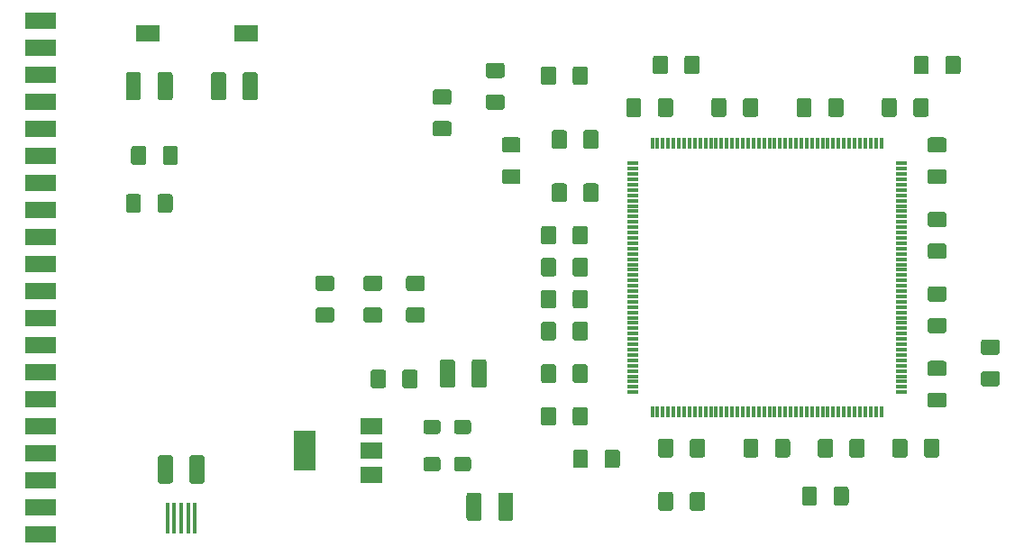
<source format=gtp>
%TF.GenerationSoftware,KiCad,Pcbnew,5.0.2+dfsg1-1*%
%TF.CreationDate,2020-05-23T15:41:05+02:00*%
%TF.ProjectId,stduinof429,73746475-696e-46f6-9634-32392e6b6963,rev?*%
%TF.SameCoordinates,Original*%
%TF.FileFunction,Paste,Top*%
%TF.FilePolarity,Positive*%
%FSLAX46Y46*%
G04 Gerber Fmt 4.6, Leading zero omitted, Abs format (unit mm)*
G04 Created by KiCad (PCBNEW 5.0.2+dfsg1-1) date Sat 23 May 2020 03:41:05 PM CEST*
%MOMM*%
%LPD*%
G01*
G04 APERTURE LIST*
%ADD10R,2.000000X3.800000*%
%ADD11R,2.000000X1.500000*%
%ADD12C,0.100000*%
%ADD13C,1.425000*%
%ADD14C,1.350000*%
%ADD15R,1.120000X0.300000*%
%ADD16R,0.300000X1.120000*%
%ADD17R,2.180000X1.600000*%
%ADD18R,0.400000X3.000000*%
%ADD19R,3.000000X1.524000*%
G04 APERTURE END LIST*
D10*
X113563000Y-115570000D03*
D11*
X119863000Y-115570000D03*
X119863000Y-113270000D03*
X119863000Y-117870000D03*
D12*
G36*
X174972504Y-78491204D02*
X174996773Y-78494804D01*
X175020571Y-78500765D01*
X175043671Y-78509030D01*
X175065849Y-78519520D01*
X175086893Y-78532133D01*
X175106598Y-78546747D01*
X175124777Y-78563223D01*
X175141253Y-78581402D01*
X175155867Y-78601107D01*
X175168480Y-78622151D01*
X175178970Y-78644329D01*
X175187235Y-78667429D01*
X175193196Y-78691227D01*
X175196796Y-78715496D01*
X175198000Y-78740000D01*
X175198000Y-79990000D01*
X175196796Y-80014504D01*
X175193196Y-80038773D01*
X175187235Y-80062571D01*
X175178970Y-80085671D01*
X175168480Y-80107849D01*
X175155867Y-80128893D01*
X175141253Y-80148598D01*
X175124777Y-80166777D01*
X175106598Y-80183253D01*
X175086893Y-80197867D01*
X175065849Y-80210480D01*
X175043671Y-80220970D01*
X175020571Y-80229235D01*
X174996773Y-80235196D01*
X174972504Y-80238796D01*
X174948000Y-80240000D01*
X174023000Y-80240000D01*
X173998496Y-80238796D01*
X173974227Y-80235196D01*
X173950429Y-80229235D01*
X173927329Y-80220970D01*
X173905151Y-80210480D01*
X173884107Y-80197867D01*
X173864402Y-80183253D01*
X173846223Y-80166777D01*
X173829747Y-80148598D01*
X173815133Y-80128893D01*
X173802520Y-80107849D01*
X173792030Y-80085671D01*
X173783765Y-80062571D01*
X173777804Y-80038773D01*
X173774204Y-80014504D01*
X173773000Y-79990000D01*
X173773000Y-78740000D01*
X173774204Y-78715496D01*
X173777804Y-78691227D01*
X173783765Y-78667429D01*
X173792030Y-78644329D01*
X173802520Y-78622151D01*
X173815133Y-78601107D01*
X173829747Y-78581402D01*
X173846223Y-78563223D01*
X173864402Y-78546747D01*
X173884107Y-78532133D01*
X173905151Y-78519520D01*
X173927329Y-78509030D01*
X173950429Y-78500765D01*
X173974227Y-78494804D01*
X173998496Y-78491204D01*
X174023000Y-78490000D01*
X174948000Y-78490000D01*
X174972504Y-78491204D01*
X174972504Y-78491204D01*
G37*
D13*
X174485500Y-79365000D03*
D12*
G36*
X171997504Y-78491204D02*
X172021773Y-78494804D01*
X172045571Y-78500765D01*
X172068671Y-78509030D01*
X172090849Y-78519520D01*
X172111893Y-78532133D01*
X172131598Y-78546747D01*
X172149777Y-78563223D01*
X172166253Y-78581402D01*
X172180867Y-78601107D01*
X172193480Y-78622151D01*
X172203970Y-78644329D01*
X172212235Y-78667429D01*
X172218196Y-78691227D01*
X172221796Y-78715496D01*
X172223000Y-78740000D01*
X172223000Y-79990000D01*
X172221796Y-80014504D01*
X172218196Y-80038773D01*
X172212235Y-80062571D01*
X172203970Y-80085671D01*
X172193480Y-80107849D01*
X172180867Y-80128893D01*
X172166253Y-80148598D01*
X172149777Y-80166777D01*
X172131598Y-80183253D01*
X172111893Y-80197867D01*
X172090849Y-80210480D01*
X172068671Y-80220970D01*
X172045571Y-80229235D01*
X172021773Y-80235196D01*
X171997504Y-80238796D01*
X171973000Y-80240000D01*
X171048000Y-80240000D01*
X171023496Y-80238796D01*
X170999227Y-80235196D01*
X170975429Y-80229235D01*
X170952329Y-80220970D01*
X170930151Y-80210480D01*
X170909107Y-80197867D01*
X170889402Y-80183253D01*
X170871223Y-80166777D01*
X170854747Y-80148598D01*
X170840133Y-80128893D01*
X170827520Y-80107849D01*
X170817030Y-80085671D01*
X170808765Y-80062571D01*
X170802804Y-80038773D01*
X170799204Y-80014504D01*
X170798000Y-79990000D01*
X170798000Y-78740000D01*
X170799204Y-78715496D01*
X170802804Y-78691227D01*
X170808765Y-78667429D01*
X170817030Y-78644329D01*
X170827520Y-78622151D01*
X170840133Y-78601107D01*
X170854747Y-78581402D01*
X170871223Y-78563223D01*
X170889402Y-78546747D01*
X170909107Y-78532133D01*
X170930151Y-78519520D01*
X170952329Y-78509030D01*
X170975429Y-78500765D01*
X170999227Y-78494804D01*
X171023496Y-78491204D01*
X171048000Y-78490000D01*
X171973000Y-78490000D01*
X171997504Y-78491204D01*
X171997504Y-78491204D01*
G37*
D13*
X171510500Y-79365000D03*
D12*
G36*
X165972504Y-114491204D02*
X165996773Y-114494804D01*
X166020571Y-114500765D01*
X166043671Y-114509030D01*
X166065849Y-114519520D01*
X166086893Y-114532133D01*
X166106598Y-114546747D01*
X166124777Y-114563223D01*
X166141253Y-114581402D01*
X166155867Y-114601107D01*
X166168480Y-114622151D01*
X166178970Y-114644329D01*
X166187235Y-114667429D01*
X166193196Y-114691227D01*
X166196796Y-114715496D01*
X166198000Y-114740000D01*
X166198000Y-115990000D01*
X166196796Y-116014504D01*
X166193196Y-116038773D01*
X166187235Y-116062571D01*
X166178970Y-116085671D01*
X166168480Y-116107849D01*
X166155867Y-116128893D01*
X166141253Y-116148598D01*
X166124777Y-116166777D01*
X166106598Y-116183253D01*
X166086893Y-116197867D01*
X166065849Y-116210480D01*
X166043671Y-116220970D01*
X166020571Y-116229235D01*
X165996773Y-116235196D01*
X165972504Y-116238796D01*
X165948000Y-116240000D01*
X165023000Y-116240000D01*
X164998496Y-116238796D01*
X164974227Y-116235196D01*
X164950429Y-116229235D01*
X164927329Y-116220970D01*
X164905151Y-116210480D01*
X164884107Y-116197867D01*
X164864402Y-116183253D01*
X164846223Y-116166777D01*
X164829747Y-116148598D01*
X164815133Y-116128893D01*
X164802520Y-116107849D01*
X164792030Y-116085671D01*
X164783765Y-116062571D01*
X164777804Y-116038773D01*
X164774204Y-116014504D01*
X164773000Y-115990000D01*
X164773000Y-114740000D01*
X164774204Y-114715496D01*
X164777804Y-114691227D01*
X164783765Y-114667429D01*
X164792030Y-114644329D01*
X164802520Y-114622151D01*
X164815133Y-114601107D01*
X164829747Y-114581402D01*
X164846223Y-114563223D01*
X164864402Y-114546747D01*
X164884107Y-114532133D01*
X164905151Y-114519520D01*
X164927329Y-114509030D01*
X164950429Y-114500765D01*
X164974227Y-114494804D01*
X164998496Y-114491204D01*
X165023000Y-114490000D01*
X165948000Y-114490000D01*
X165972504Y-114491204D01*
X165972504Y-114491204D01*
G37*
D13*
X165485500Y-115365000D03*
D12*
G36*
X162997504Y-114491204D02*
X163021773Y-114494804D01*
X163045571Y-114500765D01*
X163068671Y-114509030D01*
X163090849Y-114519520D01*
X163111893Y-114532133D01*
X163131598Y-114546747D01*
X163149777Y-114563223D01*
X163166253Y-114581402D01*
X163180867Y-114601107D01*
X163193480Y-114622151D01*
X163203970Y-114644329D01*
X163212235Y-114667429D01*
X163218196Y-114691227D01*
X163221796Y-114715496D01*
X163223000Y-114740000D01*
X163223000Y-115990000D01*
X163221796Y-116014504D01*
X163218196Y-116038773D01*
X163212235Y-116062571D01*
X163203970Y-116085671D01*
X163193480Y-116107849D01*
X163180867Y-116128893D01*
X163166253Y-116148598D01*
X163149777Y-116166777D01*
X163131598Y-116183253D01*
X163111893Y-116197867D01*
X163090849Y-116210480D01*
X163068671Y-116220970D01*
X163045571Y-116229235D01*
X163021773Y-116235196D01*
X162997504Y-116238796D01*
X162973000Y-116240000D01*
X162048000Y-116240000D01*
X162023496Y-116238796D01*
X161999227Y-116235196D01*
X161975429Y-116229235D01*
X161952329Y-116220970D01*
X161930151Y-116210480D01*
X161909107Y-116197867D01*
X161889402Y-116183253D01*
X161871223Y-116166777D01*
X161854747Y-116148598D01*
X161840133Y-116128893D01*
X161827520Y-116107849D01*
X161817030Y-116085671D01*
X161808765Y-116062571D01*
X161802804Y-116038773D01*
X161799204Y-116014504D01*
X161798000Y-115990000D01*
X161798000Y-114740000D01*
X161799204Y-114715496D01*
X161802804Y-114691227D01*
X161808765Y-114667429D01*
X161817030Y-114644329D01*
X161827520Y-114622151D01*
X161840133Y-114601107D01*
X161854747Y-114581402D01*
X161871223Y-114563223D01*
X161889402Y-114546747D01*
X161909107Y-114532133D01*
X161930151Y-114519520D01*
X161952329Y-114509030D01*
X161975429Y-114500765D01*
X161999227Y-114494804D01*
X162023496Y-114491204D01*
X162048000Y-114490000D01*
X162973000Y-114490000D01*
X162997504Y-114491204D01*
X162997504Y-114491204D01*
G37*
D13*
X162510500Y-115365000D03*
D12*
G36*
X140972504Y-85491204D02*
X140996773Y-85494804D01*
X141020571Y-85500765D01*
X141043671Y-85509030D01*
X141065849Y-85519520D01*
X141086893Y-85532133D01*
X141106598Y-85546747D01*
X141124777Y-85563223D01*
X141141253Y-85581402D01*
X141155867Y-85601107D01*
X141168480Y-85622151D01*
X141178970Y-85644329D01*
X141187235Y-85667429D01*
X141193196Y-85691227D01*
X141196796Y-85715496D01*
X141198000Y-85740000D01*
X141198000Y-86990000D01*
X141196796Y-87014504D01*
X141193196Y-87038773D01*
X141187235Y-87062571D01*
X141178970Y-87085671D01*
X141168480Y-87107849D01*
X141155867Y-87128893D01*
X141141253Y-87148598D01*
X141124777Y-87166777D01*
X141106598Y-87183253D01*
X141086893Y-87197867D01*
X141065849Y-87210480D01*
X141043671Y-87220970D01*
X141020571Y-87229235D01*
X140996773Y-87235196D01*
X140972504Y-87238796D01*
X140948000Y-87240000D01*
X140023000Y-87240000D01*
X139998496Y-87238796D01*
X139974227Y-87235196D01*
X139950429Y-87229235D01*
X139927329Y-87220970D01*
X139905151Y-87210480D01*
X139884107Y-87197867D01*
X139864402Y-87183253D01*
X139846223Y-87166777D01*
X139829747Y-87148598D01*
X139815133Y-87128893D01*
X139802520Y-87107849D01*
X139792030Y-87085671D01*
X139783765Y-87062571D01*
X139777804Y-87038773D01*
X139774204Y-87014504D01*
X139773000Y-86990000D01*
X139773000Y-85740000D01*
X139774204Y-85715496D01*
X139777804Y-85691227D01*
X139783765Y-85667429D01*
X139792030Y-85644329D01*
X139802520Y-85622151D01*
X139815133Y-85601107D01*
X139829747Y-85581402D01*
X139846223Y-85563223D01*
X139864402Y-85546747D01*
X139884107Y-85532133D01*
X139905151Y-85519520D01*
X139927329Y-85509030D01*
X139950429Y-85500765D01*
X139974227Y-85494804D01*
X139998496Y-85491204D01*
X140023000Y-85490000D01*
X140948000Y-85490000D01*
X140972504Y-85491204D01*
X140972504Y-85491204D01*
G37*
D13*
X140485500Y-86365000D03*
D12*
G36*
X137997504Y-85491204D02*
X138021773Y-85494804D01*
X138045571Y-85500765D01*
X138068671Y-85509030D01*
X138090849Y-85519520D01*
X138111893Y-85532133D01*
X138131598Y-85546747D01*
X138149777Y-85563223D01*
X138166253Y-85581402D01*
X138180867Y-85601107D01*
X138193480Y-85622151D01*
X138203970Y-85644329D01*
X138212235Y-85667429D01*
X138218196Y-85691227D01*
X138221796Y-85715496D01*
X138223000Y-85740000D01*
X138223000Y-86990000D01*
X138221796Y-87014504D01*
X138218196Y-87038773D01*
X138212235Y-87062571D01*
X138203970Y-87085671D01*
X138193480Y-87107849D01*
X138180867Y-87128893D01*
X138166253Y-87148598D01*
X138149777Y-87166777D01*
X138131598Y-87183253D01*
X138111893Y-87197867D01*
X138090849Y-87210480D01*
X138068671Y-87220970D01*
X138045571Y-87229235D01*
X138021773Y-87235196D01*
X137997504Y-87238796D01*
X137973000Y-87240000D01*
X137048000Y-87240000D01*
X137023496Y-87238796D01*
X136999227Y-87235196D01*
X136975429Y-87229235D01*
X136952329Y-87220970D01*
X136930151Y-87210480D01*
X136909107Y-87197867D01*
X136889402Y-87183253D01*
X136871223Y-87166777D01*
X136854747Y-87148598D01*
X136840133Y-87128893D01*
X136827520Y-87107849D01*
X136817030Y-87085671D01*
X136808765Y-87062571D01*
X136802804Y-87038773D01*
X136799204Y-87014504D01*
X136798000Y-86990000D01*
X136798000Y-85740000D01*
X136799204Y-85715496D01*
X136802804Y-85691227D01*
X136808765Y-85667429D01*
X136817030Y-85644329D01*
X136827520Y-85622151D01*
X136840133Y-85601107D01*
X136854747Y-85581402D01*
X136871223Y-85563223D01*
X136889402Y-85546747D01*
X136909107Y-85532133D01*
X136930151Y-85519520D01*
X136952329Y-85509030D01*
X136975429Y-85500765D01*
X136999227Y-85494804D01*
X137023496Y-85491204D01*
X137048000Y-85490000D01*
X137973000Y-85490000D01*
X137997504Y-85491204D01*
X137997504Y-85491204D01*
G37*
D13*
X137510500Y-86365000D03*
D12*
G36*
X144997504Y-82491204D02*
X145021773Y-82494804D01*
X145045571Y-82500765D01*
X145068671Y-82509030D01*
X145090849Y-82519520D01*
X145111893Y-82532133D01*
X145131598Y-82546747D01*
X145149777Y-82563223D01*
X145166253Y-82581402D01*
X145180867Y-82601107D01*
X145193480Y-82622151D01*
X145203970Y-82644329D01*
X145212235Y-82667429D01*
X145218196Y-82691227D01*
X145221796Y-82715496D01*
X145223000Y-82740000D01*
X145223000Y-83990000D01*
X145221796Y-84014504D01*
X145218196Y-84038773D01*
X145212235Y-84062571D01*
X145203970Y-84085671D01*
X145193480Y-84107849D01*
X145180867Y-84128893D01*
X145166253Y-84148598D01*
X145149777Y-84166777D01*
X145131598Y-84183253D01*
X145111893Y-84197867D01*
X145090849Y-84210480D01*
X145068671Y-84220970D01*
X145045571Y-84229235D01*
X145021773Y-84235196D01*
X144997504Y-84238796D01*
X144973000Y-84240000D01*
X144048000Y-84240000D01*
X144023496Y-84238796D01*
X143999227Y-84235196D01*
X143975429Y-84229235D01*
X143952329Y-84220970D01*
X143930151Y-84210480D01*
X143909107Y-84197867D01*
X143889402Y-84183253D01*
X143871223Y-84166777D01*
X143854747Y-84148598D01*
X143840133Y-84128893D01*
X143827520Y-84107849D01*
X143817030Y-84085671D01*
X143808765Y-84062571D01*
X143802804Y-84038773D01*
X143799204Y-84014504D01*
X143798000Y-83990000D01*
X143798000Y-82740000D01*
X143799204Y-82715496D01*
X143802804Y-82691227D01*
X143808765Y-82667429D01*
X143817030Y-82644329D01*
X143827520Y-82622151D01*
X143840133Y-82601107D01*
X143854747Y-82581402D01*
X143871223Y-82563223D01*
X143889402Y-82546747D01*
X143909107Y-82532133D01*
X143930151Y-82519520D01*
X143952329Y-82509030D01*
X143975429Y-82500765D01*
X143999227Y-82494804D01*
X144023496Y-82491204D01*
X144048000Y-82490000D01*
X144973000Y-82490000D01*
X144997504Y-82491204D01*
X144997504Y-82491204D01*
G37*
D13*
X144510500Y-83365000D03*
D12*
G36*
X147972504Y-82491204D02*
X147996773Y-82494804D01*
X148020571Y-82500765D01*
X148043671Y-82509030D01*
X148065849Y-82519520D01*
X148086893Y-82532133D01*
X148106598Y-82546747D01*
X148124777Y-82563223D01*
X148141253Y-82581402D01*
X148155867Y-82601107D01*
X148168480Y-82622151D01*
X148178970Y-82644329D01*
X148187235Y-82667429D01*
X148193196Y-82691227D01*
X148196796Y-82715496D01*
X148198000Y-82740000D01*
X148198000Y-83990000D01*
X148196796Y-84014504D01*
X148193196Y-84038773D01*
X148187235Y-84062571D01*
X148178970Y-84085671D01*
X148168480Y-84107849D01*
X148155867Y-84128893D01*
X148141253Y-84148598D01*
X148124777Y-84166777D01*
X148106598Y-84183253D01*
X148086893Y-84197867D01*
X148065849Y-84210480D01*
X148043671Y-84220970D01*
X148020571Y-84229235D01*
X147996773Y-84235196D01*
X147972504Y-84238796D01*
X147948000Y-84240000D01*
X147023000Y-84240000D01*
X146998496Y-84238796D01*
X146974227Y-84235196D01*
X146950429Y-84229235D01*
X146927329Y-84220970D01*
X146905151Y-84210480D01*
X146884107Y-84197867D01*
X146864402Y-84183253D01*
X146846223Y-84166777D01*
X146829747Y-84148598D01*
X146815133Y-84128893D01*
X146802520Y-84107849D01*
X146792030Y-84085671D01*
X146783765Y-84062571D01*
X146777804Y-84038773D01*
X146774204Y-84014504D01*
X146773000Y-83990000D01*
X146773000Y-82740000D01*
X146774204Y-82715496D01*
X146777804Y-82691227D01*
X146783765Y-82667429D01*
X146792030Y-82644329D01*
X146802520Y-82622151D01*
X146815133Y-82601107D01*
X146829747Y-82581402D01*
X146846223Y-82563223D01*
X146864402Y-82546747D01*
X146884107Y-82532133D01*
X146905151Y-82519520D01*
X146927329Y-82509030D01*
X146950429Y-82500765D01*
X146974227Y-82494804D01*
X146998496Y-82491204D01*
X147023000Y-82490000D01*
X147948000Y-82490000D01*
X147972504Y-82491204D01*
X147972504Y-82491204D01*
G37*
D13*
X147485500Y-83365000D03*
D12*
G36*
X152997504Y-82491204D02*
X153021773Y-82494804D01*
X153045571Y-82500765D01*
X153068671Y-82509030D01*
X153090849Y-82519520D01*
X153111893Y-82532133D01*
X153131598Y-82546747D01*
X153149777Y-82563223D01*
X153166253Y-82581402D01*
X153180867Y-82601107D01*
X153193480Y-82622151D01*
X153203970Y-82644329D01*
X153212235Y-82667429D01*
X153218196Y-82691227D01*
X153221796Y-82715496D01*
X153223000Y-82740000D01*
X153223000Y-83990000D01*
X153221796Y-84014504D01*
X153218196Y-84038773D01*
X153212235Y-84062571D01*
X153203970Y-84085671D01*
X153193480Y-84107849D01*
X153180867Y-84128893D01*
X153166253Y-84148598D01*
X153149777Y-84166777D01*
X153131598Y-84183253D01*
X153111893Y-84197867D01*
X153090849Y-84210480D01*
X153068671Y-84220970D01*
X153045571Y-84229235D01*
X153021773Y-84235196D01*
X152997504Y-84238796D01*
X152973000Y-84240000D01*
X152048000Y-84240000D01*
X152023496Y-84238796D01*
X151999227Y-84235196D01*
X151975429Y-84229235D01*
X151952329Y-84220970D01*
X151930151Y-84210480D01*
X151909107Y-84197867D01*
X151889402Y-84183253D01*
X151871223Y-84166777D01*
X151854747Y-84148598D01*
X151840133Y-84128893D01*
X151827520Y-84107849D01*
X151817030Y-84085671D01*
X151808765Y-84062571D01*
X151802804Y-84038773D01*
X151799204Y-84014504D01*
X151798000Y-83990000D01*
X151798000Y-82740000D01*
X151799204Y-82715496D01*
X151802804Y-82691227D01*
X151808765Y-82667429D01*
X151817030Y-82644329D01*
X151827520Y-82622151D01*
X151840133Y-82601107D01*
X151854747Y-82581402D01*
X151871223Y-82563223D01*
X151889402Y-82546747D01*
X151909107Y-82532133D01*
X151930151Y-82519520D01*
X151952329Y-82509030D01*
X151975429Y-82500765D01*
X151999227Y-82494804D01*
X152023496Y-82491204D01*
X152048000Y-82490000D01*
X152973000Y-82490000D01*
X152997504Y-82491204D01*
X152997504Y-82491204D01*
G37*
D13*
X152510500Y-83365000D03*
D12*
G36*
X155972504Y-82491204D02*
X155996773Y-82494804D01*
X156020571Y-82500765D01*
X156043671Y-82509030D01*
X156065849Y-82519520D01*
X156086893Y-82532133D01*
X156106598Y-82546747D01*
X156124777Y-82563223D01*
X156141253Y-82581402D01*
X156155867Y-82601107D01*
X156168480Y-82622151D01*
X156178970Y-82644329D01*
X156187235Y-82667429D01*
X156193196Y-82691227D01*
X156196796Y-82715496D01*
X156198000Y-82740000D01*
X156198000Y-83990000D01*
X156196796Y-84014504D01*
X156193196Y-84038773D01*
X156187235Y-84062571D01*
X156178970Y-84085671D01*
X156168480Y-84107849D01*
X156155867Y-84128893D01*
X156141253Y-84148598D01*
X156124777Y-84166777D01*
X156106598Y-84183253D01*
X156086893Y-84197867D01*
X156065849Y-84210480D01*
X156043671Y-84220970D01*
X156020571Y-84229235D01*
X155996773Y-84235196D01*
X155972504Y-84238796D01*
X155948000Y-84240000D01*
X155023000Y-84240000D01*
X154998496Y-84238796D01*
X154974227Y-84235196D01*
X154950429Y-84229235D01*
X154927329Y-84220970D01*
X154905151Y-84210480D01*
X154884107Y-84197867D01*
X154864402Y-84183253D01*
X154846223Y-84166777D01*
X154829747Y-84148598D01*
X154815133Y-84128893D01*
X154802520Y-84107849D01*
X154792030Y-84085671D01*
X154783765Y-84062571D01*
X154777804Y-84038773D01*
X154774204Y-84014504D01*
X154773000Y-83990000D01*
X154773000Y-82740000D01*
X154774204Y-82715496D01*
X154777804Y-82691227D01*
X154783765Y-82667429D01*
X154792030Y-82644329D01*
X154802520Y-82622151D01*
X154815133Y-82601107D01*
X154829747Y-82581402D01*
X154846223Y-82563223D01*
X154864402Y-82546747D01*
X154884107Y-82532133D01*
X154905151Y-82519520D01*
X154927329Y-82509030D01*
X154950429Y-82500765D01*
X154974227Y-82494804D01*
X154998496Y-82491204D01*
X155023000Y-82490000D01*
X155948000Y-82490000D01*
X155972504Y-82491204D01*
X155972504Y-82491204D01*
G37*
D13*
X155485500Y-83365000D03*
D12*
G36*
X160997504Y-82491204D02*
X161021773Y-82494804D01*
X161045571Y-82500765D01*
X161068671Y-82509030D01*
X161090849Y-82519520D01*
X161111893Y-82532133D01*
X161131598Y-82546747D01*
X161149777Y-82563223D01*
X161166253Y-82581402D01*
X161180867Y-82601107D01*
X161193480Y-82622151D01*
X161203970Y-82644329D01*
X161212235Y-82667429D01*
X161218196Y-82691227D01*
X161221796Y-82715496D01*
X161223000Y-82740000D01*
X161223000Y-83990000D01*
X161221796Y-84014504D01*
X161218196Y-84038773D01*
X161212235Y-84062571D01*
X161203970Y-84085671D01*
X161193480Y-84107849D01*
X161180867Y-84128893D01*
X161166253Y-84148598D01*
X161149777Y-84166777D01*
X161131598Y-84183253D01*
X161111893Y-84197867D01*
X161090849Y-84210480D01*
X161068671Y-84220970D01*
X161045571Y-84229235D01*
X161021773Y-84235196D01*
X160997504Y-84238796D01*
X160973000Y-84240000D01*
X160048000Y-84240000D01*
X160023496Y-84238796D01*
X159999227Y-84235196D01*
X159975429Y-84229235D01*
X159952329Y-84220970D01*
X159930151Y-84210480D01*
X159909107Y-84197867D01*
X159889402Y-84183253D01*
X159871223Y-84166777D01*
X159854747Y-84148598D01*
X159840133Y-84128893D01*
X159827520Y-84107849D01*
X159817030Y-84085671D01*
X159808765Y-84062571D01*
X159802804Y-84038773D01*
X159799204Y-84014504D01*
X159798000Y-83990000D01*
X159798000Y-82740000D01*
X159799204Y-82715496D01*
X159802804Y-82691227D01*
X159808765Y-82667429D01*
X159817030Y-82644329D01*
X159827520Y-82622151D01*
X159840133Y-82601107D01*
X159854747Y-82581402D01*
X159871223Y-82563223D01*
X159889402Y-82546747D01*
X159909107Y-82532133D01*
X159930151Y-82519520D01*
X159952329Y-82509030D01*
X159975429Y-82500765D01*
X159999227Y-82494804D01*
X160023496Y-82491204D01*
X160048000Y-82490000D01*
X160973000Y-82490000D01*
X160997504Y-82491204D01*
X160997504Y-82491204D01*
G37*
D13*
X160510500Y-83365000D03*
D12*
G36*
X163972504Y-82491204D02*
X163996773Y-82494804D01*
X164020571Y-82500765D01*
X164043671Y-82509030D01*
X164065849Y-82519520D01*
X164086893Y-82532133D01*
X164106598Y-82546747D01*
X164124777Y-82563223D01*
X164141253Y-82581402D01*
X164155867Y-82601107D01*
X164168480Y-82622151D01*
X164178970Y-82644329D01*
X164187235Y-82667429D01*
X164193196Y-82691227D01*
X164196796Y-82715496D01*
X164198000Y-82740000D01*
X164198000Y-83990000D01*
X164196796Y-84014504D01*
X164193196Y-84038773D01*
X164187235Y-84062571D01*
X164178970Y-84085671D01*
X164168480Y-84107849D01*
X164155867Y-84128893D01*
X164141253Y-84148598D01*
X164124777Y-84166777D01*
X164106598Y-84183253D01*
X164086893Y-84197867D01*
X164065849Y-84210480D01*
X164043671Y-84220970D01*
X164020571Y-84229235D01*
X163996773Y-84235196D01*
X163972504Y-84238796D01*
X163948000Y-84240000D01*
X163023000Y-84240000D01*
X162998496Y-84238796D01*
X162974227Y-84235196D01*
X162950429Y-84229235D01*
X162927329Y-84220970D01*
X162905151Y-84210480D01*
X162884107Y-84197867D01*
X162864402Y-84183253D01*
X162846223Y-84166777D01*
X162829747Y-84148598D01*
X162815133Y-84128893D01*
X162802520Y-84107849D01*
X162792030Y-84085671D01*
X162783765Y-84062571D01*
X162777804Y-84038773D01*
X162774204Y-84014504D01*
X162773000Y-83990000D01*
X162773000Y-82740000D01*
X162774204Y-82715496D01*
X162777804Y-82691227D01*
X162783765Y-82667429D01*
X162792030Y-82644329D01*
X162802520Y-82622151D01*
X162815133Y-82601107D01*
X162829747Y-82581402D01*
X162846223Y-82563223D01*
X162864402Y-82546747D01*
X162884107Y-82532133D01*
X162905151Y-82519520D01*
X162927329Y-82509030D01*
X162950429Y-82500765D01*
X162974227Y-82494804D01*
X162998496Y-82491204D01*
X163023000Y-82490000D01*
X163948000Y-82490000D01*
X163972504Y-82491204D01*
X163972504Y-82491204D01*
G37*
D13*
X163485500Y-83365000D03*
D12*
G36*
X168997504Y-82491204D02*
X169021773Y-82494804D01*
X169045571Y-82500765D01*
X169068671Y-82509030D01*
X169090849Y-82519520D01*
X169111893Y-82532133D01*
X169131598Y-82546747D01*
X169149777Y-82563223D01*
X169166253Y-82581402D01*
X169180867Y-82601107D01*
X169193480Y-82622151D01*
X169203970Y-82644329D01*
X169212235Y-82667429D01*
X169218196Y-82691227D01*
X169221796Y-82715496D01*
X169223000Y-82740000D01*
X169223000Y-83990000D01*
X169221796Y-84014504D01*
X169218196Y-84038773D01*
X169212235Y-84062571D01*
X169203970Y-84085671D01*
X169193480Y-84107849D01*
X169180867Y-84128893D01*
X169166253Y-84148598D01*
X169149777Y-84166777D01*
X169131598Y-84183253D01*
X169111893Y-84197867D01*
X169090849Y-84210480D01*
X169068671Y-84220970D01*
X169045571Y-84229235D01*
X169021773Y-84235196D01*
X168997504Y-84238796D01*
X168973000Y-84240000D01*
X168048000Y-84240000D01*
X168023496Y-84238796D01*
X167999227Y-84235196D01*
X167975429Y-84229235D01*
X167952329Y-84220970D01*
X167930151Y-84210480D01*
X167909107Y-84197867D01*
X167889402Y-84183253D01*
X167871223Y-84166777D01*
X167854747Y-84148598D01*
X167840133Y-84128893D01*
X167827520Y-84107849D01*
X167817030Y-84085671D01*
X167808765Y-84062571D01*
X167802804Y-84038773D01*
X167799204Y-84014504D01*
X167798000Y-83990000D01*
X167798000Y-82740000D01*
X167799204Y-82715496D01*
X167802804Y-82691227D01*
X167808765Y-82667429D01*
X167817030Y-82644329D01*
X167827520Y-82622151D01*
X167840133Y-82601107D01*
X167854747Y-82581402D01*
X167871223Y-82563223D01*
X167889402Y-82546747D01*
X167909107Y-82532133D01*
X167930151Y-82519520D01*
X167952329Y-82509030D01*
X167975429Y-82500765D01*
X167999227Y-82494804D01*
X168023496Y-82491204D01*
X168048000Y-82490000D01*
X168973000Y-82490000D01*
X168997504Y-82491204D01*
X168997504Y-82491204D01*
G37*
D13*
X168510500Y-83365000D03*
D12*
G36*
X171972504Y-82491204D02*
X171996773Y-82494804D01*
X172020571Y-82500765D01*
X172043671Y-82509030D01*
X172065849Y-82519520D01*
X172086893Y-82532133D01*
X172106598Y-82546747D01*
X172124777Y-82563223D01*
X172141253Y-82581402D01*
X172155867Y-82601107D01*
X172168480Y-82622151D01*
X172178970Y-82644329D01*
X172187235Y-82667429D01*
X172193196Y-82691227D01*
X172196796Y-82715496D01*
X172198000Y-82740000D01*
X172198000Y-83990000D01*
X172196796Y-84014504D01*
X172193196Y-84038773D01*
X172187235Y-84062571D01*
X172178970Y-84085671D01*
X172168480Y-84107849D01*
X172155867Y-84128893D01*
X172141253Y-84148598D01*
X172124777Y-84166777D01*
X172106598Y-84183253D01*
X172086893Y-84197867D01*
X172065849Y-84210480D01*
X172043671Y-84220970D01*
X172020571Y-84229235D01*
X171996773Y-84235196D01*
X171972504Y-84238796D01*
X171948000Y-84240000D01*
X171023000Y-84240000D01*
X170998496Y-84238796D01*
X170974227Y-84235196D01*
X170950429Y-84229235D01*
X170927329Y-84220970D01*
X170905151Y-84210480D01*
X170884107Y-84197867D01*
X170864402Y-84183253D01*
X170846223Y-84166777D01*
X170829747Y-84148598D01*
X170815133Y-84128893D01*
X170802520Y-84107849D01*
X170792030Y-84085671D01*
X170783765Y-84062571D01*
X170777804Y-84038773D01*
X170774204Y-84014504D01*
X170773000Y-83990000D01*
X170773000Y-82740000D01*
X170774204Y-82715496D01*
X170777804Y-82691227D01*
X170783765Y-82667429D01*
X170792030Y-82644329D01*
X170802520Y-82622151D01*
X170815133Y-82601107D01*
X170829747Y-82581402D01*
X170846223Y-82563223D01*
X170864402Y-82546747D01*
X170884107Y-82532133D01*
X170905151Y-82519520D01*
X170927329Y-82509030D01*
X170950429Y-82500765D01*
X170974227Y-82494804D01*
X170998496Y-82491204D01*
X171023000Y-82490000D01*
X171948000Y-82490000D01*
X171972504Y-82491204D01*
X171972504Y-82491204D01*
G37*
D13*
X171485500Y-83365000D03*
D12*
G36*
X173647504Y-89141204D02*
X173671773Y-89144804D01*
X173695571Y-89150765D01*
X173718671Y-89159030D01*
X173740849Y-89169520D01*
X173761893Y-89182133D01*
X173781598Y-89196747D01*
X173799777Y-89213223D01*
X173816253Y-89231402D01*
X173830867Y-89251107D01*
X173843480Y-89272151D01*
X173853970Y-89294329D01*
X173862235Y-89317429D01*
X173868196Y-89341227D01*
X173871796Y-89365496D01*
X173873000Y-89390000D01*
X173873000Y-90315000D01*
X173871796Y-90339504D01*
X173868196Y-90363773D01*
X173862235Y-90387571D01*
X173853970Y-90410671D01*
X173843480Y-90432849D01*
X173830867Y-90453893D01*
X173816253Y-90473598D01*
X173799777Y-90491777D01*
X173781598Y-90508253D01*
X173761893Y-90522867D01*
X173740849Y-90535480D01*
X173718671Y-90545970D01*
X173695571Y-90554235D01*
X173671773Y-90560196D01*
X173647504Y-90563796D01*
X173623000Y-90565000D01*
X172373000Y-90565000D01*
X172348496Y-90563796D01*
X172324227Y-90560196D01*
X172300429Y-90554235D01*
X172277329Y-90545970D01*
X172255151Y-90535480D01*
X172234107Y-90522867D01*
X172214402Y-90508253D01*
X172196223Y-90491777D01*
X172179747Y-90473598D01*
X172165133Y-90453893D01*
X172152520Y-90432849D01*
X172142030Y-90410671D01*
X172133765Y-90387571D01*
X172127804Y-90363773D01*
X172124204Y-90339504D01*
X172123000Y-90315000D01*
X172123000Y-89390000D01*
X172124204Y-89365496D01*
X172127804Y-89341227D01*
X172133765Y-89317429D01*
X172142030Y-89294329D01*
X172152520Y-89272151D01*
X172165133Y-89251107D01*
X172179747Y-89231402D01*
X172196223Y-89213223D01*
X172214402Y-89196747D01*
X172234107Y-89182133D01*
X172255151Y-89169520D01*
X172277329Y-89159030D01*
X172300429Y-89150765D01*
X172324227Y-89144804D01*
X172348496Y-89141204D01*
X172373000Y-89140000D01*
X173623000Y-89140000D01*
X173647504Y-89141204D01*
X173647504Y-89141204D01*
G37*
D13*
X172998000Y-89852500D03*
D12*
G36*
X173647504Y-86166204D02*
X173671773Y-86169804D01*
X173695571Y-86175765D01*
X173718671Y-86184030D01*
X173740849Y-86194520D01*
X173761893Y-86207133D01*
X173781598Y-86221747D01*
X173799777Y-86238223D01*
X173816253Y-86256402D01*
X173830867Y-86276107D01*
X173843480Y-86297151D01*
X173853970Y-86319329D01*
X173862235Y-86342429D01*
X173868196Y-86366227D01*
X173871796Y-86390496D01*
X173873000Y-86415000D01*
X173873000Y-87340000D01*
X173871796Y-87364504D01*
X173868196Y-87388773D01*
X173862235Y-87412571D01*
X173853970Y-87435671D01*
X173843480Y-87457849D01*
X173830867Y-87478893D01*
X173816253Y-87498598D01*
X173799777Y-87516777D01*
X173781598Y-87533253D01*
X173761893Y-87547867D01*
X173740849Y-87560480D01*
X173718671Y-87570970D01*
X173695571Y-87579235D01*
X173671773Y-87585196D01*
X173647504Y-87588796D01*
X173623000Y-87590000D01*
X172373000Y-87590000D01*
X172348496Y-87588796D01*
X172324227Y-87585196D01*
X172300429Y-87579235D01*
X172277329Y-87570970D01*
X172255151Y-87560480D01*
X172234107Y-87547867D01*
X172214402Y-87533253D01*
X172196223Y-87516777D01*
X172179747Y-87498598D01*
X172165133Y-87478893D01*
X172152520Y-87457849D01*
X172142030Y-87435671D01*
X172133765Y-87412571D01*
X172127804Y-87388773D01*
X172124204Y-87364504D01*
X172123000Y-87340000D01*
X172123000Y-86415000D01*
X172124204Y-86390496D01*
X172127804Y-86366227D01*
X172133765Y-86342429D01*
X172142030Y-86319329D01*
X172152520Y-86297151D01*
X172165133Y-86276107D01*
X172179747Y-86256402D01*
X172196223Y-86238223D01*
X172214402Y-86221747D01*
X172234107Y-86207133D01*
X172255151Y-86194520D01*
X172277329Y-86184030D01*
X172300429Y-86175765D01*
X172324227Y-86169804D01*
X172348496Y-86166204D01*
X172373000Y-86165000D01*
X173623000Y-86165000D01*
X173647504Y-86166204D01*
X173647504Y-86166204D01*
G37*
D13*
X172998000Y-86877500D03*
D12*
G36*
X173647504Y-96141204D02*
X173671773Y-96144804D01*
X173695571Y-96150765D01*
X173718671Y-96159030D01*
X173740849Y-96169520D01*
X173761893Y-96182133D01*
X173781598Y-96196747D01*
X173799777Y-96213223D01*
X173816253Y-96231402D01*
X173830867Y-96251107D01*
X173843480Y-96272151D01*
X173853970Y-96294329D01*
X173862235Y-96317429D01*
X173868196Y-96341227D01*
X173871796Y-96365496D01*
X173873000Y-96390000D01*
X173873000Y-97315000D01*
X173871796Y-97339504D01*
X173868196Y-97363773D01*
X173862235Y-97387571D01*
X173853970Y-97410671D01*
X173843480Y-97432849D01*
X173830867Y-97453893D01*
X173816253Y-97473598D01*
X173799777Y-97491777D01*
X173781598Y-97508253D01*
X173761893Y-97522867D01*
X173740849Y-97535480D01*
X173718671Y-97545970D01*
X173695571Y-97554235D01*
X173671773Y-97560196D01*
X173647504Y-97563796D01*
X173623000Y-97565000D01*
X172373000Y-97565000D01*
X172348496Y-97563796D01*
X172324227Y-97560196D01*
X172300429Y-97554235D01*
X172277329Y-97545970D01*
X172255151Y-97535480D01*
X172234107Y-97522867D01*
X172214402Y-97508253D01*
X172196223Y-97491777D01*
X172179747Y-97473598D01*
X172165133Y-97453893D01*
X172152520Y-97432849D01*
X172142030Y-97410671D01*
X172133765Y-97387571D01*
X172127804Y-97363773D01*
X172124204Y-97339504D01*
X172123000Y-97315000D01*
X172123000Y-96390000D01*
X172124204Y-96365496D01*
X172127804Y-96341227D01*
X172133765Y-96317429D01*
X172142030Y-96294329D01*
X172152520Y-96272151D01*
X172165133Y-96251107D01*
X172179747Y-96231402D01*
X172196223Y-96213223D01*
X172214402Y-96196747D01*
X172234107Y-96182133D01*
X172255151Y-96169520D01*
X172277329Y-96159030D01*
X172300429Y-96150765D01*
X172324227Y-96144804D01*
X172348496Y-96141204D01*
X172373000Y-96140000D01*
X173623000Y-96140000D01*
X173647504Y-96141204D01*
X173647504Y-96141204D01*
G37*
D13*
X172998000Y-96852500D03*
D12*
G36*
X173647504Y-93166204D02*
X173671773Y-93169804D01*
X173695571Y-93175765D01*
X173718671Y-93184030D01*
X173740849Y-93194520D01*
X173761893Y-93207133D01*
X173781598Y-93221747D01*
X173799777Y-93238223D01*
X173816253Y-93256402D01*
X173830867Y-93276107D01*
X173843480Y-93297151D01*
X173853970Y-93319329D01*
X173862235Y-93342429D01*
X173868196Y-93366227D01*
X173871796Y-93390496D01*
X173873000Y-93415000D01*
X173873000Y-94340000D01*
X173871796Y-94364504D01*
X173868196Y-94388773D01*
X173862235Y-94412571D01*
X173853970Y-94435671D01*
X173843480Y-94457849D01*
X173830867Y-94478893D01*
X173816253Y-94498598D01*
X173799777Y-94516777D01*
X173781598Y-94533253D01*
X173761893Y-94547867D01*
X173740849Y-94560480D01*
X173718671Y-94570970D01*
X173695571Y-94579235D01*
X173671773Y-94585196D01*
X173647504Y-94588796D01*
X173623000Y-94590000D01*
X172373000Y-94590000D01*
X172348496Y-94588796D01*
X172324227Y-94585196D01*
X172300429Y-94579235D01*
X172277329Y-94570970D01*
X172255151Y-94560480D01*
X172234107Y-94547867D01*
X172214402Y-94533253D01*
X172196223Y-94516777D01*
X172179747Y-94498598D01*
X172165133Y-94478893D01*
X172152520Y-94457849D01*
X172142030Y-94435671D01*
X172133765Y-94412571D01*
X172127804Y-94388773D01*
X172124204Y-94364504D01*
X172123000Y-94340000D01*
X172123000Y-93415000D01*
X172124204Y-93390496D01*
X172127804Y-93366227D01*
X172133765Y-93342429D01*
X172142030Y-93319329D01*
X172152520Y-93297151D01*
X172165133Y-93276107D01*
X172179747Y-93256402D01*
X172196223Y-93238223D01*
X172214402Y-93221747D01*
X172234107Y-93207133D01*
X172255151Y-93194520D01*
X172277329Y-93184030D01*
X172300429Y-93175765D01*
X172324227Y-93169804D01*
X172348496Y-93166204D01*
X172373000Y-93165000D01*
X173623000Y-93165000D01*
X173647504Y-93166204D01*
X173647504Y-93166204D01*
G37*
D13*
X172998000Y-93877500D03*
D12*
G36*
X173647504Y-100166204D02*
X173671773Y-100169804D01*
X173695571Y-100175765D01*
X173718671Y-100184030D01*
X173740849Y-100194520D01*
X173761893Y-100207133D01*
X173781598Y-100221747D01*
X173799777Y-100238223D01*
X173816253Y-100256402D01*
X173830867Y-100276107D01*
X173843480Y-100297151D01*
X173853970Y-100319329D01*
X173862235Y-100342429D01*
X173868196Y-100366227D01*
X173871796Y-100390496D01*
X173873000Y-100415000D01*
X173873000Y-101340000D01*
X173871796Y-101364504D01*
X173868196Y-101388773D01*
X173862235Y-101412571D01*
X173853970Y-101435671D01*
X173843480Y-101457849D01*
X173830867Y-101478893D01*
X173816253Y-101498598D01*
X173799777Y-101516777D01*
X173781598Y-101533253D01*
X173761893Y-101547867D01*
X173740849Y-101560480D01*
X173718671Y-101570970D01*
X173695571Y-101579235D01*
X173671773Y-101585196D01*
X173647504Y-101588796D01*
X173623000Y-101590000D01*
X172373000Y-101590000D01*
X172348496Y-101588796D01*
X172324227Y-101585196D01*
X172300429Y-101579235D01*
X172277329Y-101570970D01*
X172255151Y-101560480D01*
X172234107Y-101547867D01*
X172214402Y-101533253D01*
X172196223Y-101516777D01*
X172179747Y-101498598D01*
X172165133Y-101478893D01*
X172152520Y-101457849D01*
X172142030Y-101435671D01*
X172133765Y-101412571D01*
X172127804Y-101388773D01*
X172124204Y-101364504D01*
X172123000Y-101340000D01*
X172123000Y-100415000D01*
X172124204Y-100390496D01*
X172127804Y-100366227D01*
X172133765Y-100342429D01*
X172142030Y-100319329D01*
X172152520Y-100297151D01*
X172165133Y-100276107D01*
X172179747Y-100256402D01*
X172196223Y-100238223D01*
X172214402Y-100221747D01*
X172234107Y-100207133D01*
X172255151Y-100194520D01*
X172277329Y-100184030D01*
X172300429Y-100175765D01*
X172324227Y-100169804D01*
X172348496Y-100166204D01*
X172373000Y-100165000D01*
X173623000Y-100165000D01*
X173647504Y-100166204D01*
X173647504Y-100166204D01*
G37*
D13*
X172998000Y-100877500D03*
D12*
G36*
X173647504Y-103141204D02*
X173671773Y-103144804D01*
X173695571Y-103150765D01*
X173718671Y-103159030D01*
X173740849Y-103169520D01*
X173761893Y-103182133D01*
X173781598Y-103196747D01*
X173799777Y-103213223D01*
X173816253Y-103231402D01*
X173830867Y-103251107D01*
X173843480Y-103272151D01*
X173853970Y-103294329D01*
X173862235Y-103317429D01*
X173868196Y-103341227D01*
X173871796Y-103365496D01*
X173873000Y-103390000D01*
X173873000Y-104315000D01*
X173871796Y-104339504D01*
X173868196Y-104363773D01*
X173862235Y-104387571D01*
X173853970Y-104410671D01*
X173843480Y-104432849D01*
X173830867Y-104453893D01*
X173816253Y-104473598D01*
X173799777Y-104491777D01*
X173781598Y-104508253D01*
X173761893Y-104522867D01*
X173740849Y-104535480D01*
X173718671Y-104545970D01*
X173695571Y-104554235D01*
X173671773Y-104560196D01*
X173647504Y-104563796D01*
X173623000Y-104565000D01*
X172373000Y-104565000D01*
X172348496Y-104563796D01*
X172324227Y-104560196D01*
X172300429Y-104554235D01*
X172277329Y-104545970D01*
X172255151Y-104535480D01*
X172234107Y-104522867D01*
X172214402Y-104508253D01*
X172196223Y-104491777D01*
X172179747Y-104473598D01*
X172165133Y-104453893D01*
X172152520Y-104432849D01*
X172142030Y-104410671D01*
X172133765Y-104387571D01*
X172127804Y-104363773D01*
X172124204Y-104339504D01*
X172123000Y-104315000D01*
X172123000Y-103390000D01*
X172124204Y-103365496D01*
X172127804Y-103341227D01*
X172133765Y-103317429D01*
X172142030Y-103294329D01*
X172152520Y-103272151D01*
X172165133Y-103251107D01*
X172179747Y-103231402D01*
X172196223Y-103213223D01*
X172214402Y-103196747D01*
X172234107Y-103182133D01*
X172255151Y-103169520D01*
X172277329Y-103159030D01*
X172300429Y-103150765D01*
X172324227Y-103144804D01*
X172348496Y-103141204D01*
X172373000Y-103140000D01*
X173623000Y-103140000D01*
X173647504Y-103141204D01*
X173647504Y-103141204D01*
G37*
D13*
X172998000Y-103852500D03*
D12*
G36*
X173647504Y-107166204D02*
X173671773Y-107169804D01*
X173695571Y-107175765D01*
X173718671Y-107184030D01*
X173740849Y-107194520D01*
X173761893Y-107207133D01*
X173781598Y-107221747D01*
X173799777Y-107238223D01*
X173816253Y-107256402D01*
X173830867Y-107276107D01*
X173843480Y-107297151D01*
X173853970Y-107319329D01*
X173862235Y-107342429D01*
X173868196Y-107366227D01*
X173871796Y-107390496D01*
X173873000Y-107415000D01*
X173873000Y-108340000D01*
X173871796Y-108364504D01*
X173868196Y-108388773D01*
X173862235Y-108412571D01*
X173853970Y-108435671D01*
X173843480Y-108457849D01*
X173830867Y-108478893D01*
X173816253Y-108498598D01*
X173799777Y-108516777D01*
X173781598Y-108533253D01*
X173761893Y-108547867D01*
X173740849Y-108560480D01*
X173718671Y-108570970D01*
X173695571Y-108579235D01*
X173671773Y-108585196D01*
X173647504Y-108588796D01*
X173623000Y-108590000D01*
X172373000Y-108590000D01*
X172348496Y-108588796D01*
X172324227Y-108585196D01*
X172300429Y-108579235D01*
X172277329Y-108570970D01*
X172255151Y-108560480D01*
X172234107Y-108547867D01*
X172214402Y-108533253D01*
X172196223Y-108516777D01*
X172179747Y-108498598D01*
X172165133Y-108478893D01*
X172152520Y-108457849D01*
X172142030Y-108435671D01*
X172133765Y-108412571D01*
X172127804Y-108388773D01*
X172124204Y-108364504D01*
X172123000Y-108340000D01*
X172123000Y-107415000D01*
X172124204Y-107390496D01*
X172127804Y-107366227D01*
X172133765Y-107342429D01*
X172142030Y-107319329D01*
X172152520Y-107297151D01*
X172165133Y-107276107D01*
X172179747Y-107256402D01*
X172196223Y-107238223D01*
X172214402Y-107221747D01*
X172234107Y-107207133D01*
X172255151Y-107194520D01*
X172277329Y-107184030D01*
X172300429Y-107175765D01*
X172324227Y-107169804D01*
X172348496Y-107166204D01*
X172373000Y-107165000D01*
X173623000Y-107165000D01*
X173647504Y-107166204D01*
X173647504Y-107166204D01*
G37*
D13*
X172998000Y-107877500D03*
D12*
G36*
X173647504Y-110141204D02*
X173671773Y-110144804D01*
X173695571Y-110150765D01*
X173718671Y-110159030D01*
X173740849Y-110169520D01*
X173761893Y-110182133D01*
X173781598Y-110196747D01*
X173799777Y-110213223D01*
X173816253Y-110231402D01*
X173830867Y-110251107D01*
X173843480Y-110272151D01*
X173853970Y-110294329D01*
X173862235Y-110317429D01*
X173868196Y-110341227D01*
X173871796Y-110365496D01*
X173873000Y-110390000D01*
X173873000Y-111315000D01*
X173871796Y-111339504D01*
X173868196Y-111363773D01*
X173862235Y-111387571D01*
X173853970Y-111410671D01*
X173843480Y-111432849D01*
X173830867Y-111453893D01*
X173816253Y-111473598D01*
X173799777Y-111491777D01*
X173781598Y-111508253D01*
X173761893Y-111522867D01*
X173740849Y-111535480D01*
X173718671Y-111545970D01*
X173695571Y-111554235D01*
X173671773Y-111560196D01*
X173647504Y-111563796D01*
X173623000Y-111565000D01*
X172373000Y-111565000D01*
X172348496Y-111563796D01*
X172324227Y-111560196D01*
X172300429Y-111554235D01*
X172277329Y-111545970D01*
X172255151Y-111535480D01*
X172234107Y-111522867D01*
X172214402Y-111508253D01*
X172196223Y-111491777D01*
X172179747Y-111473598D01*
X172165133Y-111453893D01*
X172152520Y-111432849D01*
X172142030Y-111410671D01*
X172133765Y-111387571D01*
X172127804Y-111363773D01*
X172124204Y-111339504D01*
X172123000Y-111315000D01*
X172123000Y-110390000D01*
X172124204Y-110365496D01*
X172127804Y-110341227D01*
X172133765Y-110317429D01*
X172142030Y-110294329D01*
X172152520Y-110272151D01*
X172165133Y-110251107D01*
X172179747Y-110231402D01*
X172196223Y-110213223D01*
X172214402Y-110196747D01*
X172234107Y-110182133D01*
X172255151Y-110169520D01*
X172277329Y-110159030D01*
X172300429Y-110150765D01*
X172324227Y-110144804D01*
X172348496Y-110141204D01*
X172373000Y-110140000D01*
X173623000Y-110140000D01*
X173647504Y-110141204D01*
X173647504Y-110141204D01*
G37*
D13*
X172998000Y-110852500D03*
D12*
G36*
X136997504Y-103491204D02*
X137021773Y-103494804D01*
X137045571Y-103500765D01*
X137068671Y-103509030D01*
X137090849Y-103519520D01*
X137111893Y-103532133D01*
X137131598Y-103546747D01*
X137149777Y-103563223D01*
X137166253Y-103581402D01*
X137180867Y-103601107D01*
X137193480Y-103622151D01*
X137203970Y-103644329D01*
X137212235Y-103667429D01*
X137218196Y-103691227D01*
X137221796Y-103715496D01*
X137223000Y-103740000D01*
X137223000Y-104990000D01*
X137221796Y-105014504D01*
X137218196Y-105038773D01*
X137212235Y-105062571D01*
X137203970Y-105085671D01*
X137193480Y-105107849D01*
X137180867Y-105128893D01*
X137166253Y-105148598D01*
X137149777Y-105166777D01*
X137131598Y-105183253D01*
X137111893Y-105197867D01*
X137090849Y-105210480D01*
X137068671Y-105220970D01*
X137045571Y-105229235D01*
X137021773Y-105235196D01*
X136997504Y-105238796D01*
X136973000Y-105240000D01*
X136048000Y-105240000D01*
X136023496Y-105238796D01*
X135999227Y-105235196D01*
X135975429Y-105229235D01*
X135952329Y-105220970D01*
X135930151Y-105210480D01*
X135909107Y-105197867D01*
X135889402Y-105183253D01*
X135871223Y-105166777D01*
X135854747Y-105148598D01*
X135840133Y-105128893D01*
X135827520Y-105107849D01*
X135817030Y-105085671D01*
X135808765Y-105062571D01*
X135802804Y-105038773D01*
X135799204Y-105014504D01*
X135798000Y-104990000D01*
X135798000Y-103740000D01*
X135799204Y-103715496D01*
X135802804Y-103691227D01*
X135808765Y-103667429D01*
X135817030Y-103644329D01*
X135827520Y-103622151D01*
X135840133Y-103601107D01*
X135854747Y-103581402D01*
X135871223Y-103563223D01*
X135889402Y-103546747D01*
X135909107Y-103532133D01*
X135930151Y-103519520D01*
X135952329Y-103509030D01*
X135975429Y-103500765D01*
X135999227Y-103494804D01*
X136023496Y-103491204D01*
X136048000Y-103490000D01*
X136973000Y-103490000D01*
X136997504Y-103491204D01*
X136997504Y-103491204D01*
G37*
D13*
X136510500Y-104365000D03*
D12*
G36*
X139972504Y-103491204D02*
X139996773Y-103494804D01*
X140020571Y-103500765D01*
X140043671Y-103509030D01*
X140065849Y-103519520D01*
X140086893Y-103532133D01*
X140106598Y-103546747D01*
X140124777Y-103563223D01*
X140141253Y-103581402D01*
X140155867Y-103601107D01*
X140168480Y-103622151D01*
X140178970Y-103644329D01*
X140187235Y-103667429D01*
X140193196Y-103691227D01*
X140196796Y-103715496D01*
X140198000Y-103740000D01*
X140198000Y-104990000D01*
X140196796Y-105014504D01*
X140193196Y-105038773D01*
X140187235Y-105062571D01*
X140178970Y-105085671D01*
X140168480Y-105107849D01*
X140155867Y-105128893D01*
X140141253Y-105148598D01*
X140124777Y-105166777D01*
X140106598Y-105183253D01*
X140086893Y-105197867D01*
X140065849Y-105210480D01*
X140043671Y-105220970D01*
X140020571Y-105229235D01*
X139996773Y-105235196D01*
X139972504Y-105238796D01*
X139948000Y-105240000D01*
X139023000Y-105240000D01*
X138998496Y-105238796D01*
X138974227Y-105235196D01*
X138950429Y-105229235D01*
X138927329Y-105220970D01*
X138905151Y-105210480D01*
X138884107Y-105197867D01*
X138864402Y-105183253D01*
X138846223Y-105166777D01*
X138829747Y-105148598D01*
X138815133Y-105128893D01*
X138802520Y-105107849D01*
X138792030Y-105085671D01*
X138783765Y-105062571D01*
X138777804Y-105038773D01*
X138774204Y-105014504D01*
X138773000Y-104990000D01*
X138773000Y-103740000D01*
X138774204Y-103715496D01*
X138777804Y-103691227D01*
X138783765Y-103667429D01*
X138792030Y-103644329D01*
X138802520Y-103622151D01*
X138815133Y-103601107D01*
X138829747Y-103581402D01*
X138846223Y-103563223D01*
X138864402Y-103546747D01*
X138884107Y-103532133D01*
X138905151Y-103519520D01*
X138927329Y-103509030D01*
X138950429Y-103500765D01*
X138974227Y-103494804D01*
X138998496Y-103491204D01*
X139023000Y-103490000D01*
X139948000Y-103490000D01*
X139972504Y-103491204D01*
X139972504Y-103491204D01*
G37*
D13*
X139485500Y-104365000D03*
D12*
G36*
X140972504Y-90491204D02*
X140996773Y-90494804D01*
X141020571Y-90500765D01*
X141043671Y-90509030D01*
X141065849Y-90519520D01*
X141086893Y-90532133D01*
X141106598Y-90546747D01*
X141124777Y-90563223D01*
X141141253Y-90581402D01*
X141155867Y-90601107D01*
X141168480Y-90622151D01*
X141178970Y-90644329D01*
X141187235Y-90667429D01*
X141193196Y-90691227D01*
X141196796Y-90715496D01*
X141198000Y-90740000D01*
X141198000Y-91990000D01*
X141196796Y-92014504D01*
X141193196Y-92038773D01*
X141187235Y-92062571D01*
X141178970Y-92085671D01*
X141168480Y-92107849D01*
X141155867Y-92128893D01*
X141141253Y-92148598D01*
X141124777Y-92166777D01*
X141106598Y-92183253D01*
X141086893Y-92197867D01*
X141065849Y-92210480D01*
X141043671Y-92220970D01*
X141020571Y-92229235D01*
X140996773Y-92235196D01*
X140972504Y-92238796D01*
X140948000Y-92240000D01*
X140023000Y-92240000D01*
X139998496Y-92238796D01*
X139974227Y-92235196D01*
X139950429Y-92229235D01*
X139927329Y-92220970D01*
X139905151Y-92210480D01*
X139884107Y-92197867D01*
X139864402Y-92183253D01*
X139846223Y-92166777D01*
X139829747Y-92148598D01*
X139815133Y-92128893D01*
X139802520Y-92107849D01*
X139792030Y-92085671D01*
X139783765Y-92062571D01*
X139777804Y-92038773D01*
X139774204Y-92014504D01*
X139773000Y-91990000D01*
X139773000Y-90740000D01*
X139774204Y-90715496D01*
X139777804Y-90691227D01*
X139783765Y-90667429D01*
X139792030Y-90644329D01*
X139802520Y-90622151D01*
X139815133Y-90601107D01*
X139829747Y-90581402D01*
X139846223Y-90563223D01*
X139864402Y-90546747D01*
X139884107Y-90532133D01*
X139905151Y-90519520D01*
X139927329Y-90509030D01*
X139950429Y-90500765D01*
X139974227Y-90494804D01*
X139998496Y-90491204D01*
X140023000Y-90490000D01*
X140948000Y-90490000D01*
X140972504Y-90491204D01*
X140972504Y-90491204D01*
G37*
D13*
X140485500Y-91365000D03*
D12*
G36*
X137997504Y-90491204D02*
X138021773Y-90494804D01*
X138045571Y-90500765D01*
X138068671Y-90509030D01*
X138090849Y-90519520D01*
X138111893Y-90532133D01*
X138131598Y-90546747D01*
X138149777Y-90563223D01*
X138166253Y-90581402D01*
X138180867Y-90601107D01*
X138193480Y-90622151D01*
X138203970Y-90644329D01*
X138212235Y-90667429D01*
X138218196Y-90691227D01*
X138221796Y-90715496D01*
X138223000Y-90740000D01*
X138223000Y-91990000D01*
X138221796Y-92014504D01*
X138218196Y-92038773D01*
X138212235Y-92062571D01*
X138203970Y-92085671D01*
X138193480Y-92107849D01*
X138180867Y-92128893D01*
X138166253Y-92148598D01*
X138149777Y-92166777D01*
X138131598Y-92183253D01*
X138111893Y-92197867D01*
X138090849Y-92210480D01*
X138068671Y-92220970D01*
X138045571Y-92229235D01*
X138021773Y-92235196D01*
X137997504Y-92238796D01*
X137973000Y-92240000D01*
X137048000Y-92240000D01*
X137023496Y-92238796D01*
X136999227Y-92235196D01*
X136975429Y-92229235D01*
X136952329Y-92220970D01*
X136930151Y-92210480D01*
X136909107Y-92197867D01*
X136889402Y-92183253D01*
X136871223Y-92166777D01*
X136854747Y-92148598D01*
X136840133Y-92128893D01*
X136827520Y-92107849D01*
X136817030Y-92085671D01*
X136808765Y-92062571D01*
X136802804Y-92038773D01*
X136799204Y-92014504D01*
X136798000Y-91990000D01*
X136798000Y-90740000D01*
X136799204Y-90715496D01*
X136802804Y-90691227D01*
X136808765Y-90667429D01*
X136817030Y-90644329D01*
X136827520Y-90622151D01*
X136840133Y-90601107D01*
X136854747Y-90581402D01*
X136871223Y-90563223D01*
X136889402Y-90546747D01*
X136909107Y-90532133D01*
X136930151Y-90519520D01*
X136952329Y-90509030D01*
X136975429Y-90500765D01*
X136999227Y-90494804D01*
X137023496Y-90491204D01*
X137048000Y-90490000D01*
X137973000Y-90490000D01*
X137997504Y-90491204D01*
X137997504Y-90491204D01*
G37*
D13*
X137510500Y-91365000D03*
D12*
G36*
X161497504Y-118991204D02*
X161521773Y-118994804D01*
X161545571Y-119000765D01*
X161568671Y-119009030D01*
X161590849Y-119019520D01*
X161611893Y-119032133D01*
X161631598Y-119046747D01*
X161649777Y-119063223D01*
X161666253Y-119081402D01*
X161680867Y-119101107D01*
X161693480Y-119122151D01*
X161703970Y-119144329D01*
X161712235Y-119167429D01*
X161718196Y-119191227D01*
X161721796Y-119215496D01*
X161723000Y-119240000D01*
X161723000Y-120490000D01*
X161721796Y-120514504D01*
X161718196Y-120538773D01*
X161712235Y-120562571D01*
X161703970Y-120585671D01*
X161693480Y-120607849D01*
X161680867Y-120628893D01*
X161666253Y-120648598D01*
X161649777Y-120666777D01*
X161631598Y-120683253D01*
X161611893Y-120697867D01*
X161590849Y-120710480D01*
X161568671Y-120720970D01*
X161545571Y-120729235D01*
X161521773Y-120735196D01*
X161497504Y-120738796D01*
X161473000Y-120740000D01*
X160548000Y-120740000D01*
X160523496Y-120738796D01*
X160499227Y-120735196D01*
X160475429Y-120729235D01*
X160452329Y-120720970D01*
X160430151Y-120710480D01*
X160409107Y-120697867D01*
X160389402Y-120683253D01*
X160371223Y-120666777D01*
X160354747Y-120648598D01*
X160340133Y-120628893D01*
X160327520Y-120607849D01*
X160317030Y-120585671D01*
X160308765Y-120562571D01*
X160302804Y-120538773D01*
X160299204Y-120514504D01*
X160298000Y-120490000D01*
X160298000Y-119240000D01*
X160299204Y-119215496D01*
X160302804Y-119191227D01*
X160308765Y-119167429D01*
X160317030Y-119144329D01*
X160327520Y-119122151D01*
X160340133Y-119101107D01*
X160354747Y-119081402D01*
X160371223Y-119063223D01*
X160389402Y-119046747D01*
X160409107Y-119032133D01*
X160430151Y-119019520D01*
X160452329Y-119009030D01*
X160475429Y-119000765D01*
X160499227Y-118994804D01*
X160523496Y-118991204D01*
X160548000Y-118990000D01*
X161473000Y-118990000D01*
X161497504Y-118991204D01*
X161497504Y-118991204D01*
G37*
D13*
X161010500Y-119865000D03*
D12*
G36*
X164472504Y-118991204D02*
X164496773Y-118994804D01*
X164520571Y-119000765D01*
X164543671Y-119009030D01*
X164565849Y-119019520D01*
X164586893Y-119032133D01*
X164606598Y-119046747D01*
X164624777Y-119063223D01*
X164641253Y-119081402D01*
X164655867Y-119101107D01*
X164668480Y-119122151D01*
X164678970Y-119144329D01*
X164687235Y-119167429D01*
X164693196Y-119191227D01*
X164696796Y-119215496D01*
X164698000Y-119240000D01*
X164698000Y-120490000D01*
X164696796Y-120514504D01*
X164693196Y-120538773D01*
X164687235Y-120562571D01*
X164678970Y-120585671D01*
X164668480Y-120607849D01*
X164655867Y-120628893D01*
X164641253Y-120648598D01*
X164624777Y-120666777D01*
X164606598Y-120683253D01*
X164586893Y-120697867D01*
X164565849Y-120710480D01*
X164543671Y-120720970D01*
X164520571Y-120729235D01*
X164496773Y-120735196D01*
X164472504Y-120738796D01*
X164448000Y-120740000D01*
X163523000Y-120740000D01*
X163498496Y-120738796D01*
X163474227Y-120735196D01*
X163450429Y-120729235D01*
X163427329Y-120720970D01*
X163405151Y-120710480D01*
X163384107Y-120697867D01*
X163364402Y-120683253D01*
X163346223Y-120666777D01*
X163329747Y-120648598D01*
X163315133Y-120628893D01*
X163302520Y-120607849D01*
X163292030Y-120585671D01*
X163283765Y-120562571D01*
X163277804Y-120538773D01*
X163274204Y-120514504D01*
X163273000Y-120490000D01*
X163273000Y-119240000D01*
X163274204Y-119215496D01*
X163277804Y-119191227D01*
X163283765Y-119167429D01*
X163292030Y-119144329D01*
X163302520Y-119122151D01*
X163315133Y-119101107D01*
X163329747Y-119081402D01*
X163346223Y-119063223D01*
X163364402Y-119046747D01*
X163384107Y-119032133D01*
X163405151Y-119019520D01*
X163427329Y-119009030D01*
X163450429Y-119000765D01*
X163474227Y-118994804D01*
X163498496Y-118991204D01*
X163523000Y-118990000D01*
X164448000Y-118990000D01*
X164472504Y-118991204D01*
X164472504Y-118991204D01*
G37*
D13*
X163985500Y-119865000D03*
D12*
G36*
X133647504Y-89141204D02*
X133671773Y-89144804D01*
X133695571Y-89150765D01*
X133718671Y-89159030D01*
X133740849Y-89169520D01*
X133761893Y-89182133D01*
X133781598Y-89196747D01*
X133799777Y-89213223D01*
X133816253Y-89231402D01*
X133830867Y-89251107D01*
X133843480Y-89272151D01*
X133853970Y-89294329D01*
X133862235Y-89317429D01*
X133868196Y-89341227D01*
X133871796Y-89365496D01*
X133873000Y-89390000D01*
X133873000Y-90315000D01*
X133871796Y-90339504D01*
X133868196Y-90363773D01*
X133862235Y-90387571D01*
X133853970Y-90410671D01*
X133843480Y-90432849D01*
X133830867Y-90453893D01*
X133816253Y-90473598D01*
X133799777Y-90491777D01*
X133781598Y-90508253D01*
X133761893Y-90522867D01*
X133740849Y-90535480D01*
X133718671Y-90545970D01*
X133695571Y-90554235D01*
X133671773Y-90560196D01*
X133647504Y-90563796D01*
X133623000Y-90565000D01*
X132373000Y-90565000D01*
X132348496Y-90563796D01*
X132324227Y-90560196D01*
X132300429Y-90554235D01*
X132277329Y-90545970D01*
X132255151Y-90535480D01*
X132234107Y-90522867D01*
X132214402Y-90508253D01*
X132196223Y-90491777D01*
X132179747Y-90473598D01*
X132165133Y-90453893D01*
X132152520Y-90432849D01*
X132142030Y-90410671D01*
X132133765Y-90387571D01*
X132127804Y-90363773D01*
X132124204Y-90339504D01*
X132123000Y-90315000D01*
X132123000Y-89390000D01*
X132124204Y-89365496D01*
X132127804Y-89341227D01*
X132133765Y-89317429D01*
X132142030Y-89294329D01*
X132152520Y-89272151D01*
X132165133Y-89251107D01*
X132179747Y-89231402D01*
X132196223Y-89213223D01*
X132214402Y-89196747D01*
X132234107Y-89182133D01*
X132255151Y-89169520D01*
X132277329Y-89159030D01*
X132300429Y-89150765D01*
X132324227Y-89144804D01*
X132348496Y-89141204D01*
X132373000Y-89140000D01*
X133623000Y-89140000D01*
X133647504Y-89141204D01*
X133647504Y-89141204D01*
G37*
D13*
X132998000Y-89852500D03*
D12*
G36*
X133647504Y-86166204D02*
X133671773Y-86169804D01*
X133695571Y-86175765D01*
X133718671Y-86184030D01*
X133740849Y-86194520D01*
X133761893Y-86207133D01*
X133781598Y-86221747D01*
X133799777Y-86238223D01*
X133816253Y-86256402D01*
X133830867Y-86276107D01*
X133843480Y-86297151D01*
X133853970Y-86319329D01*
X133862235Y-86342429D01*
X133868196Y-86366227D01*
X133871796Y-86390496D01*
X133873000Y-86415000D01*
X133873000Y-87340000D01*
X133871796Y-87364504D01*
X133868196Y-87388773D01*
X133862235Y-87412571D01*
X133853970Y-87435671D01*
X133843480Y-87457849D01*
X133830867Y-87478893D01*
X133816253Y-87498598D01*
X133799777Y-87516777D01*
X133781598Y-87533253D01*
X133761893Y-87547867D01*
X133740849Y-87560480D01*
X133718671Y-87570970D01*
X133695571Y-87579235D01*
X133671773Y-87585196D01*
X133647504Y-87588796D01*
X133623000Y-87590000D01*
X132373000Y-87590000D01*
X132348496Y-87588796D01*
X132324227Y-87585196D01*
X132300429Y-87579235D01*
X132277329Y-87570970D01*
X132255151Y-87560480D01*
X132234107Y-87547867D01*
X132214402Y-87533253D01*
X132196223Y-87516777D01*
X132179747Y-87498598D01*
X132165133Y-87478893D01*
X132152520Y-87457849D01*
X132142030Y-87435671D01*
X132133765Y-87412571D01*
X132127804Y-87388773D01*
X132124204Y-87364504D01*
X132123000Y-87340000D01*
X132123000Y-86415000D01*
X132124204Y-86390496D01*
X132127804Y-86366227D01*
X132133765Y-86342429D01*
X132142030Y-86319329D01*
X132152520Y-86297151D01*
X132165133Y-86276107D01*
X132179747Y-86256402D01*
X132196223Y-86238223D01*
X132214402Y-86221747D01*
X132234107Y-86207133D01*
X132255151Y-86194520D01*
X132277329Y-86184030D01*
X132300429Y-86175765D01*
X132324227Y-86169804D01*
X132348496Y-86166204D01*
X132373000Y-86165000D01*
X133623000Y-86165000D01*
X133647504Y-86166204D01*
X133647504Y-86166204D01*
G37*
D13*
X132998000Y-86877500D03*
D12*
G36*
X139997504Y-115491204D02*
X140021773Y-115494804D01*
X140045571Y-115500765D01*
X140068671Y-115509030D01*
X140090849Y-115519520D01*
X140111893Y-115532133D01*
X140131598Y-115546747D01*
X140149777Y-115563223D01*
X140166253Y-115581402D01*
X140180867Y-115601107D01*
X140193480Y-115622151D01*
X140203970Y-115644329D01*
X140212235Y-115667429D01*
X140218196Y-115691227D01*
X140221796Y-115715496D01*
X140223000Y-115740000D01*
X140223000Y-116990000D01*
X140221796Y-117014504D01*
X140218196Y-117038773D01*
X140212235Y-117062571D01*
X140203970Y-117085671D01*
X140193480Y-117107849D01*
X140180867Y-117128893D01*
X140166253Y-117148598D01*
X140149777Y-117166777D01*
X140131598Y-117183253D01*
X140111893Y-117197867D01*
X140090849Y-117210480D01*
X140068671Y-117220970D01*
X140045571Y-117229235D01*
X140021773Y-117235196D01*
X139997504Y-117238796D01*
X139973000Y-117240000D01*
X139048000Y-117240000D01*
X139023496Y-117238796D01*
X138999227Y-117235196D01*
X138975429Y-117229235D01*
X138952329Y-117220970D01*
X138930151Y-117210480D01*
X138909107Y-117197867D01*
X138889402Y-117183253D01*
X138871223Y-117166777D01*
X138854747Y-117148598D01*
X138840133Y-117128893D01*
X138827520Y-117107849D01*
X138817030Y-117085671D01*
X138808765Y-117062571D01*
X138802804Y-117038773D01*
X138799204Y-117014504D01*
X138798000Y-116990000D01*
X138798000Y-115740000D01*
X138799204Y-115715496D01*
X138802804Y-115691227D01*
X138808765Y-115667429D01*
X138817030Y-115644329D01*
X138827520Y-115622151D01*
X138840133Y-115601107D01*
X138854747Y-115581402D01*
X138871223Y-115563223D01*
X138889402Y-115546747D01*
X138909107Y-115532133D01*
X138930151Y-115519520D01*
X138952329Y-115509030D01*
X138975429Y-115500765D01*
X138999227Y-115494804D01*
X139023496Y-115491204D01*
X139048000Y-115490000D01*
X139973000Y-115490000D01*
X139997504Y-115491204D01*
X139997504Y-115491204D01*
G37*
D13*
X139510500Y-116365000D03*
D12*
G36*
X142972504Y-115491204D02*
X142996773Y-115494804D01*
X143020571Y-115500765D01*
X143043671Y-115509030D01*
X143065849Y-115519520D01*
X143086893Y-115532133D01*
X143106598Y-115546747D01*
X143124777Y-115563223D01*
X143141253Y-115581402D01*
X143155867Y-115601107D01*
X143168480Y-115622151D01*
X143178970Y-115644329D01*
X143187235Y-115667429D01*
X143193196Y-115691227D01*
X143196796Y-115715496D01*
X143198000Y-115740000D01*
X143198000Y-116990000D01*
X143196796Y-117014504D01*
X143193196Y-117038773D01*
X143187235Y-117062571D01*
X143178970Y-117085671D01*
X143168480Y-117107849D01*
X143155867Y-117128893D01*
X143141253Y-117148598D01*
X143124777Y-117166777D01*
X143106598Y-117183253D01*
X143086893Y-117197867D01*
X143065849Y-117210480D01*
X143043671Y-117220970D01*
X143020571Y-117229235D01*
X142996773Y-117235196D01*
X142972504Y-117238796D01*
X142948000Y-117240000D01*
X142023000Y-117240000D01*
X141998496Y-117238796D01*
X141974227Y-117235196D01*
X141950429Y-117229235D01*
X141927329Y-117220970D01*
X141905151Y-117210480D01*
X141884107Y-117197867D01*
X141864402Y-117183253D01*
X141846223Y-117166777D01*
X141829747Y-117148598D01*
X141815133Y-117128893D01*
X141802520Y-117107849D01*
X141792030Y-117085671D01*
X141783765Y-117062571D01*
X141777804Y-117038773D01*
X141774204Y-117014504D01*
X141773000Y-116990000D01*
X141773000Y-115740000D01*
X141774204Y-115715496D01*
X141777804Y-115691227D01*
X141783765Y-115667429D01*
X141792030Y-115644329D01*
X141802520Y-115622151D01*
X141815133Y-115601107D01*
X141829747Y-115581402D01*
X141846223Y-115563223D01*
X141864402Y-115546747D01*
X141884107Y-115532133D01*
X141905151Y-115519520D01*
X141927329Y-115509030D01*
X141950429Y-115500765D01*
X141974227Y-115494804D01*
X141998496Y-115491204D01*
X142023000Y-115490000D01*
X142948000Y-115490000D01*
X142972504Y-115491204D01*
X142972504Y-115491204D01*
G37*
D13*
X142485500Y-116365000D03*
D12*
G36*
X139972504Y-111491204D02*
X139996773Y-111494804D01*
X140020571Y-111500765D01*
X140043671Y-111509030D01*
X140065849Y-111519520D01*
X140086893Y-111532133D01*
X140106598Y-111546747D01*
X140124777Y-111563223D01*
X140141253Y-111581402D01*
X140155867Y-111601107D01*
X140168480Y-111622151D01*
X140178970Y-111644329D01*
X140187235Y-111667429D01*
X140193196Y-111691227D01*
X140196796Y-111715496D01*
X140198000Y-111740000D01*
X140198000Y-112990000D01*
X140196796Y-113014504D01*
X140193196Y-113038773D01*
X140187235Y-113062571D01*
X140178970Y-113085671D01*
X140168480Y-113107849D01*
X140155867Y-113128893D01*
X140141253Y-113148598D01*
X140124777Y-113166777D01*
X140106598Y-113183253D01*
X140086893Y-113197867D01*
X140065849Y-113210480D01*
X140043671Y-113220970D01*
X140020571Y-113229235D01*
X139996773Y-113235196D01*
X139972504Y-113238796D01*
X139948000Y-113240000D01*
X139023000Y-113240000D01*
X138998496Y-113238796D01*
X138974227Y-113235196D01*
X138950429Y-113229235D01*
X138927329Y-113220970D01*
X138905151Y-113210480D01*
X138884107Y-113197867D01*
X138864402Y-113183253D01*
X138846223Y-113166777D01*
X138829747Y-113148598D01*
X138815133Y-113128893D01*
X138802520Y-113107849D01*
X138792030Y-113085671D01*
X138783765Y-113062571D01*
X138777804Y-113038773D01*
X138774204Y-113014504D01*
X138773000Y-112990000D01*
X138773000Y-111740000D01*
X138774204Y-111715496D01*
X138777804Y-111691227D01*
X138783765Y-111667429D01*
X138792030Y-111644329D01*
X138802520Y-111622151D01*
X138815133Y-111601107D01*
X138829747Y-111581402D01*
X138846223Y-111563223D01*
X138864402Y-111546747D01*
X138884107Y-111532133D01*
X138905151Y-111519520D01*
X138927329Y-111509030D01*
X138950429Y-111500765D01*
X138974227Y-111494804D01*
X138998496Y-111491204D01*
X139023000Y-111490000D01*
X139948000Y-111490000D01*
X139972504Y-111491204D01*
X139972504Y-111491204D01*
G37*
D13*
X139485500Y-112365000D03*
D12*
G36*
X136997504Y-111491204D02*
X137021773Y-111494804D01*
X137045571Y-111500765D01*
X137068671Y-111509030D01*
X137090849Y-111519520D01*
X137111893Y-111532133D01*
X137131598Y-111546747D01*
X137149777Y-111563223D01*
X137166253Y-111581402D01*
X137180867Y-111601107D01*
X137193480Y-111622151D01*
X137203970Y-111644329D01*
X137212235Y-111667429D01*
X137218196Y-111691227D01*
X137221796Y-111715496D01*
X137223000Y-111740000D01*
X137223000Y-112990000D01*
X137221796Y-113014504D01*
X137218196Y-113038773D01*
X137212235Y-113062571D01*
X137203970Y-113085671D01*
X137193480Y-113107849D01*
X137180867Y-113128893D01*
X137166253Y-113148598D01*
X137149777Y-113166777D01*
X137131598Y-113183253D01*
X137111893Y-113197867D01*
X137090849Y-113210480D01*
X137068671Y-113220970D01*
X137045571Y-113229235D01*
X137021773Y-113235196D01*
X136997504Y-113238796D01*
X136973000Y-113240000D01*
X136048000Y-113240000D01*
X136023496Y-113238796D01*
X135999227Y-113235196D01*
X135975429Y-113229235D01*
X135952329Y-113220970D01*
X135930151Y-113210480D01*
X135909107Y-113197867D01*
X135889402Y-113183253D01*
X135871223Y-113166777D01*
X135854747Y-113148598D01*
X135840133Y-113128893D01*
X135827520Y-113107849D01*
X135817030Y-113085671D01*
X135808765Y-113062571D01*
X135802804Y-113038773D01*
X135799204Y-113014504D01*
X135798000Y-112990000D01*
X135798000Y-111740000D01*
X135799204Y-111715496D01*
X135802804Y-111691227D01*
X135808765Y-111667429D01*
X135817030Y-111644329D01*
X135827520Y-111622151D01*
X135840133Y-111601107D01*
X135854747Y-111581402D01*
X135871223Y-111563223D01*
X135889402Y-111546747D01*
X135909107Y-111532133D01*
X135930151Y-111519520D01*
X135952329Y-111509030D01*
X135975429Y-111500765D01*
X135999227Y-111494804D01*
X136023496Y-111491204D01*
X136048000Y-111490000D01*
X136973000Y-111490000D01*
X136997504Y-111491204D01*
X136997504Y-111491204D01*
G37*
D13*
X136510500Y-112365000D03*
D12*
G36*
X136997504Y-107491204D02*
X137021773Y-107494804D01*
X137045571Y-107500765D01*
X137068671Y-107509030D01*
X137090849Y-107519520D01*
X137111893Y-107532133D01*
X137131598Y-107546747D01*
X137149777Y-107563223D01*
X137166253Y-107581402D01*
X137180867Y-107601107D01*
X137193480Y-107622151D01*
X137203970Y-107644329D01*
X137212235Y-107667429D01*
X137218196Y-107691227D01*
X137221796Y-107715496D01*
X137223000Y-107740000D01*
X137223000Y-108990000D01*
X137221796Y-109014504D01*
X137218196Y-109038773D01*
X137212235Y-109062571D01*
X137203970Y-109085671D01*
X137193480Y-109107849D01*
X137180867Y-109128893D01*
X137166253Y-109148598D01*
X137149777Y-109166777D01*
X137131598Y-109183253D01*
X137111893Y-109197867D01*
X137090849Y-109210480D01*
X137068671Y-109220970D01*
X137045571Y-109229235D01*
X137021773Y-109235196D01*
X136997504Y-109238796D01*
X136973000Y-109240000D01*
X136048000Y-109240000D01*
X136023496Y-109238796D01*
X135999227Y-109235196D01*
X135975429Y-109229235D01*
X135952329Y-109220970D01*
X135930151Y-109210480D01*
X135909107Y-109197867D01*
X135889402Y-109183253D01*
X135871223Y-109166777D01*
X135854747Y-109148598D01*
X135840133Y-109128893D01*
X135827520Y-109107849D01*
X135817030Y-109085671D01*
X135808765Y-109062571D01*
X135802804Y-109038773D01*
X135799204Y-109014504D01*
X135798000Y-108990000D01*
X135798000Y-107740000D01*
X135799204Y-107715496D01*
X135802804Y-107691227D01*
X135808765Y-107667429D01*
X135817030Y-107644329D01*
X135827520Y-107622151D01*
X135840133Y-107601107D01*
X135854747Y-107581402D01*
X135871223Y-107563223D01*
X135889402Y-107546747D01*
X135909107Y-107532133D01*
X135930151Y-107519520D01*
X135952329Y-107509030D01*
X135975429Y-107500765D01*
X135999227Y-107494804D01*
X136023496Y-107491204D01*
X136048000Y-107490000D01*
X136973000Y-107490000D01*
X136997504Y-107491204D01*
X136997504Y-107491204D01*
G37*
D13*
X136510500Y-108365000D03*
D12*
G36*
X139972504Y-107491204D02*
X139996773Y-107494804D01*
X140020571Y-107500765D01*
X140043671Y-107509030D01*
X140065849Y-107519520D01*
X140086893Y-107532133D01*
X140106598Y-107546747D01*
X140124777Y-107563223D01*
X140141253Y-107581402D01*
X140155867Y-107601107D01*
X140168480Y-107622151D01*
X140178970Y-107644329D01*
X140187235Y-107667429D01*
X140193196Y-107691227D01*
X140196796Y-107715496D01*
X140198000Y-107740000D01*
X140198000Y-108990000D01*
X140196796Y-109014504D01*
X140193196Y-109038773D01*
X140187235Y-109062571D01*
X140178970Y-109085671D01*
X140168480Y-109107849D01*
X140155867Y-109128893D01*
X140141253Y-109148598D01*
X140124777Y-109166777D01*
X140106598Y-109183253D01*
X140086893Y-109197867D01*
X140065849Y-109210480D01*
X140043671Y-109220970D01*
X140020571Y-109229235D01*
X139996773Y-109235196D01*
X139972504Y-109238796D01*
X139948000Y-109240000D01*
X139023000Y-109240000D01*
X138998496Y-109238796D01*
X138974227Y-109235196D01*
X138950429Y-109229235D01*
X138927329Y-109220970D01*
X138905151Y-109210480D01*
X138884107Y-109197867D01*
X138864402Y-109183253D01*
X138846223Y-109166777D01*
X138829747Y-109148598D01*
X138815133Y-109128893D01*
X138802520Y-109107849D01*
X138792030Y-109085671D01*
X138783765Y-109062571D01*
X138777804Y-109038773D01*
X138774204Y-109014504D01*
X138773000Y-108990000D01*
X138773000Y-107740000D01*
X138774204Y-107715496D01*
X138777804Y-107691227D01*
X138783765Y-107667429D01*
X138792030Y-107644329D01*
X138802520Y-107622151D01*
X138815133Y-107601107D01*
X138829747Y-107581402D01*
X138846223Y-107563223D01*
X138864402Y-107546747D01*
X138884107Y-107532133D01*
X138905151Y-107519520D01*
X138927329Y-107509030D01*
X138950429Y-107500765D01*
X138974227Y-107494804D01*
X138998496Y-107491204D01*
X139023000Y-107490000D01*
X139948000Y-107490000D01*
X139972504Y-107491204D01*
X139972504Y-107491204D01*
G37*
D13*
X139485500Y-108365000D03*
D12*
G36*
X147997504Y-114491204D02*
X148021773Y-114494804D01*
X148045571Y-114500765D01*
X148068671Y-114509030D01*
X148090849Y-114519520D01*
X148111893Y-114532133D01*
X148131598Y-114546747D01*
X148149777Y-114563223D01*
X148166253Y-114581402D01*
X148180867Y-114601107D01*
X148193480Y-114622151D01*
X148203970Y-114644329D01*
X148212235Y-114667429D01*
X148218196Y-114691227D01*
X148221796Y-114715496D01*
X148223000Y-114740000D01*
X148223000Y-115990000D01*
X148221796Y-116014504D01*
X148218196Y-116038773D01*
X148212235Y-116062571D01*
X148203970Y-116085671D01*
X148193480Y-116107849D01*
X148180867Y-116128893D01*
X148166253Y-116148598D01*
X148149777Y-116166777D01*
X148131598Y-116183253D01*
X148111893Y-116197867D01*
X148090849Y-116210480D01*
X148068671Y-116220970D01*
X148045571Y-116229235D01*
X148021773Y-116235196D01*
X147997504Y-116238796D01*
X147973000Y-116240000D01*
X147048000Y-116240000D01*
X147023496Y-116238796D01*
X146999227Y-116235196D01*
X146975429Y-116229235D01*
X146952329Y-116220970D01*
X146930151Y-116210480D01*
X146909107Y-116197867D01*
X146889402Y-116183253D01*
X146871223Y-116166777D01*
X146854747Y-116148598D01*
X146840133Y-116128893D01*
X146827520Y-116107849D01*
X146817030Y-116085671D01*
X146808765Y-116062571D01*
X146802804Y-116038773D01*
X146799204Y-116014504D01*
X146798000Y-115990000D01*
X146798000Y-114740000D01*
X146799204Y-114715496D01*
X146802804Y-114691227D01*
X146808765Y-114667429D01*
X146817030Y-114644329D01*
X146827520Y-114622151D01*
X146840133Y-114601107D01*
X146854747Y-114581402D01*
X146871223Y-114563223D01*
X146889402Y-114546747D01*
X146909107Y-114532133D01*
X146930151Y-114519520D01*
X146952329Y-114509030D01*
X146975429Y-114500765D01*
X146999227Y-114494804D01*
X147023496Y-114491204D01*
X147048000Y-114490000D01*
X147973000Y-114490000D01*
X147997504Y-114491204D01*
X147997504Y-114491204D01*
G37*
D13*
X147510500Y-115365000D03*
D12*
G36*
X150972504Y-114491204D02*
X150996773Y-114494804D01*
X151020571Y-114500765D01*
X151043671Y-114509030D01*
X151065849Y-114519520D01*
X151086893Y-114532133D01*
X151106598Y-114546747D01*
X151124777Y-114563223D01*
X151141253Y-114581402D01*
X151155867Y-114601107D01*
X151168480Y-114622151D01*
X151178970Y-114644329D01*
X151187235Y-114667429D01*
X151193196Y-114691227D01*
X151196796Y-114715496D01*
X151198000Y-114740000D01*
X151198000Y-115990000D01*
X151196796Y-116014504D01*
X151193196Y-116038773D01*
X151187235Y-116062571D01*
X151178970Y-116085671D01*
X151168480Y-116107849D01*
X151155867Y-116128893D01*
X151141253Y-116148598D01*
X151124777Y-116166777D01*
X151106598Y-116183253D01*
X151086893Y-116197867D01*
X151065849Y-116210480D01*
X151043671Y-116220970D01*
X151020571Y-116229235D01*
X150996773Y-116235196D01*
X150972504Y-116238796D01*
X150948000Y-116240000D01*
X150023000Y-116240000D01*
X149998496Y-116238796D01*
X149974227Y-116235196D01*
X149950429Y-116229235D01*
X149927329Y-116220970D01*
X149905151Y-116210480D01*
X149884107Y-116197867D01*
X149864402Y-116183253D01*
X149846223Y-116166777D01*
X149829747Y-116148598D01*
X149815133Y-116128893D01*
X149802520Y-116107849D01*
X149792030Y-116085671D01*
X149783765Y-116062571D01*
X149777804Y-116038773D01*
X149774204Y-116014504D01*
X149773000Y-115990000D01*
X149773000Y-114740000D01*
X149774204Y-114715496D01*
X149777804Y-114691227D01*
X149783765Y-114667429D01*
X149792030Y-114644329D01*
X149802520Y-114622151D01*
X149815133Y-114601107D01*
X149829747Y-114581402D01*
X149846223Y-114563223D01*
X149864402Y-114546747D01*
X149884107Y-114532133D01*
X149905151Y-114519520D01*
X149927329Y-114509030D01*
X149950429Y-114500765D01*
X149974227Y-114494804D01*
X149998496Y-114491204D01*
X150023000Y-114490000D01*
X150948000Y-114490000D01*
X150972504Y-114491204D01*
X150972504Y-114491204D01*
G37*
D13*
X150485500Y-115365000D03*
D12*
G36*
X155997504Y-114491204D02*
X156021773Y-114494804D01*
X156045571Y-114500765D01*
X156068671Y-114509030D01*
X156090849Y-114519520D01*
X156111893Y-114532133D01*
X156131598Y-114546747D01*
X156149777Y-114563223D01*
X156166253Y-114581402D01*
X156180867Y-114601107D01*
X156193480Y-114622151D01*
X156203970Y-114644329D01*
X156212235Y-114667429D01*
X156218196Y-114691227D01*
X156221796Y-114715496D01*
X156223000Y-114740000D01*
X156223000Y-115990000D01*
X156221796Y-116014504D01*
X156218196Y-116038773D01*
X156212235Y-116062571D01*
X156203970Y-116085671D01*
X156193480Y-116107849D01*
X156180867Y-116128893D01*
X156166253Y-116148598D01*
X156149777Y-116166777D01*
X156131598Y-116183253D01*
X156111893Y-116197867D01*
X156090849Y-116210480D01*
X156068671Y-116220970D01*
X156045571Y-116229235D01*
X156021773Y-116235196D01*
X155997504Y-116238796D01*
X155973000Y-116240000D01*
X155048000Y-116240000D01*
X155023496Y-116238796D01*
X154999227Y-116235196D01*
X154975429Y-116229235D01*
X154952329Y-116220970D01*
X154930151Y-116210480D01*
X154909107Y-116197867D01*
X154889402Y-116183253D01*
X154871223Y-116166777D01*
X154854747Y-116148598D01*
X154840133Y-116128893D01*
X154827520Y-116107849D01*
X154817030Y-116085671D01*
X154808765Y-116062571D01*
X154802804Y-116038773D01*
X154799204Y-116014504D01*
X154798000Y-115990000D01*
X154798000Y-114740000D01*
X154799204Y-114715496D01*
X154802804Y-114691227D01*
X154808765Y-114667429D01*
X154817030Y-114644329D01*
X154827520Y-114622151D01*
X154840133Y-114601107D01*
X154854747Y-114581402D01*
X154871223Y-114563223D01*
X154889402Y-114546747D01*
X154909107Y-114532133D01*
X154930151Y-114519520D01*
X154952329Y-114509030D01*
X154975429Y-114500765D01*
X154999227Y-114494804D01*
X155023496Y-114491204D01*
X155048000Y-114490000D01*
X155973000Y-114490000D01*
X155997504Y-114491204D01*
X155997504Y-114491204D01*
G37*
D13*
X155510500Y-115365000D03*
D12*
G36*
X158972504Y-114491204D02*
X158996773Y-114494804D01*
X159020571Y-114500765D01*
X159043671Y-114509030D01*
X159065849Y-114519520D01*
X159086893Y-114532133D01*
X159106598Y-114546747D01*
X159124777Y-114563223D01*
X159141253Y-114581402D01*
X159155867Y-114601107D01*
X159168480Y-114622151D01*
X159178970Y-114644329D01*
X159187235Y-114667429D01*
X159193196Y-114691227D01*
X159196796Y-114715496D01*
X159198000Y-114740000D01*
X159198000Y-115990000D01*
X159196796Y-116014504D01*
X159193196Y-116038773D01*
X159187235Y-116062571D01*
X159178970Y-116085671D01*
X159168480Y-116107849D01*
X159155867Y-116128893D01*
X159141253Y-116148598D01*
X159124777Y-116166777D01*
X159106598Y-116183253D01*
X159086893Y-116197867D01*
X159065849Y-116210480D01*
X159043671Y-116220970D01*
X159020571Y-116229235D01*
X158996773Y-116235196D01*
X158972504Y-116238796D01*
X158948000Y-116240000D01*
X158023000Y-116240000D01*
X157998496Y-116238796D01*
X157974227Y-116235196D01*
X157950429Y-116229235D01*
X157927329Y-116220970D01*
X157905151Y-116210480D01*
X157884107Y-116197867D01*
X157864402Y-116183253D01*
X157846223Y-116166777D01*
X157829747Y-116148598D01*
X157815133Y-116128893D01*
X157802520Y-116107849D01*
X157792030Y-116085671D01*
X157783765Y-116062571D01*
X157777804Y-116038773D01*
X157774204Y-116014504D01*
X157773000Y-115990000D01*
X157773000Y-114740000D01*
X157774204Y-114715496D01*
X157777804Y-114691227D01*
X157783765Y-114667429D01*
X157792030Y-114644329D01*
X157802520Y-114622151D01*
X157815133Y-114601107D01*
X157829747Y-114581402D01*
X157846223Y-114563223D01*
X157864402Y-114546747D01*
X157884107Y-114532133D01*
X157905151Y-114519520D01*
X157927329Y-114509030D01*
X157950429Y-114500765D01*
X157974227Y-114494804D01*
X157998496Y-114491204D01*
X158023000Y-114490000D01*
X158948000Y-114490000D01*
X158972504Y-114491204D01*
X158972504Y-114491204D01*
G37*
D13*
X158485500Y-115365000D03*
D12*
G36*
X139972504Y-94491204D02*
X139996773Y-94494804D01*
X140020571Y-94500765D01*
X140043671Y-94509030D01*
X140065849Y-94519520D01*
X140086893Y-94532133D01*
X140106598Y-94546747D01*
X140124777Y-94563223D01*
X140141253Y-94581402D01*
X140155867Y-94601107D01*
X140168480Y-94622151D01*
X140178970Y-94644329D01*
X140187235Y-94667429D01*
X140193196Y-94691227D01*
X140196796Y-94715496D01*
X140198000Y-94740000D01*
X140198000Y-95990000D01*
X140196796Y-96014504D01*
X140193196Y-96038773D01*
X140187235Y-96062571D01*
X140178970Y-96085671D01*
X140168480Y-96107849D01*
X140155867Y-96128893D01*
X140141253Y-96148598D01*
X140124777Y-96166777D01*
X140106598Y-96183253D01*
X140086893Y-96197867D01*
X140065849Y-96210480D01*
X140043671Y-96220970D01*
X140020571Y-96229235D01*
X139996773Y-96235196D01*
X139972504Y-96238796D01*
X139948000Y-96240000D01*
X139023000Y-96240000D01*
X138998496Y-96238796D01*
X138974227Y-96235196D01*
X138950429Y-96229235D01*
X138927329Y-96220970D01*
X138905151Y-96210480D01*
X138884107Y-96197867D01*
X138864402Y-96183253D01*
X138846223Y-96166777D01*
X138829747Y-96148598D01*
X138815133Y-96128893D01*
X138802520Y-96107849D01*
X138792030Y-96085671D01*
X138783765Y-96062571D01*
X138777804Y-96038773D01*
X138774204Y-96014504D01*
X138773000Y-95990000D01*
X138773000Y-94740000D01*
X138774204Y-94715496D01*
X138777804Y-94691227D01*
X138783765Y-94667429D01*
X138792030Y-94644329D01*
X138802520Y-94622151D01*
X138815133Y-94601107D01*
X138829747Y-94581402D01*
X138846223Y-94563223D01*
X138864402Y-94546747D01*
X138884107Y-94532133D01*
X138905151Y-94519520D01*
X138927329Y-94509030D01*
X138950429Y-94500765D01*
X138974227Y-94494804D01*
X138998496Y-94491204D01*
X139023000Y-94490000D01*
X139948000Y-94490000D01*
X139972504Y-94491204D01*
X139972504Y-94491204D01*
G37*
D13*
X139485500Y-95365000D03*
D12*
G36*
X136997504Y-94491204D02*
X137021773Y-94494804D01*
X137045571Y-94500765D01*
X137068671Y-94509030D01*
X137090849Y-94519520D01*
X137111893Y-94532133D01*
X137131598Y-94546747D01*
X137149777Y-94563223D01*
X137166253Y-94581402D01*
X137180867Y-94601107D01*
X137193480Y-94622151D01*
X137203970Y-94644329D01*
X137212235Y-94667429D01*
X137218196Y-94691227D01*
X137221796Y-94715496D01*
X137223000Y-94740000D01*
X137223000Y-95990000D01*
X137221796Y-96014504D01*
X137218196Y-96038773D01*
X137212235Y-96062571D01*
X137203970Y-96085671D01*
X137193480Y-96107849D01*
X137180867Y-96128893D01*
X137166253Y-96148598D01*
X137149777Y-96166777D01*
X137131598Y-96183253D01*
X137111893Y-96197867D01*
X137090849Y-96210480D01*
X137068671Y-96220970D01*
X137045571Y-96229235D01*
X137021773Y-96235196D01*
X136997504Y-96238796D01*
X136973000Y-96240000D01*
X136048000Y-96240000D01*
X136023496Y-96238796D01*
X135999227Y-96235196D01*
X135975429Y-96229235D01*
X135952329Y-96220970D01*
X135930151Y-96210480D01*
X135909107Y-96197867D01*
X135889402Y-96183253D01*
X135871223Y-96166777D01*
X135854747Y-96148598D01*
X135840133Y-96128893D01*
X135827520Y-96107849D01*
X135817030Y-96085671D01*
X135808765Y-96062571D01*
X135802804Y-96038773D01*
X135799204Y-96014504D01*
X135798000Y-95990000D01*
X135798000Y-94740000D01*
X135799204Y-94715496D01*
X135802804Y-94691227D01*
X135808765Y-94667429D01*
X135817030Y-94644329D01*
X135827520Y-94622151D01*
X135840133Y-94601107D01*
X135854747Y-94581402D01*
X135871223Y-94563223D01*
X135889402Y-94546747D01*
X135909107Y-94532133D01*
X135930151Y-94519520D01*
X135952329Y-94509030D01*
X135975429Y-94500765D01*
X135999227Y-94494804D01*
X136023496Y-94491204D01*
X136048000Y-94490000D01*
X136973000Y-94490000D01*
X136997504Y-94491204D01*
X136997504Y-94491204D01*
G37*
D13*
X136510500Y-95365000D03*
D12*
G36*
X169997504Y-114491204D02*
X170021773Y-114494804D01*
X170045571Y-114500765D01*
X170068671Y-114509030D01*
X170090849Y-114519520D01*
X170111893Y-114532133D01*
X170131598Y-114546747D01*
X170149777Y-114563223D01*
X170166253Y-114581402D01*
X170180867Y-114601107D01*
X170193480Y-114622151D01*
X170203970Y-114644329D01*
X170212235Y-114667429D01*
X170218196Y-114691227D01*
X170221796Y-114715496D01*
X170223000Y-114740000D01*
X170223000Y-115990000D01*
X170221796Y-116014504D01*
X170218196Y-116038773D01*
X170212235Y-116062571D01*
X170203970Y-116085671D01*
X170193480Y-116107849D01*
X170180867Y-116128893D01*
X170166253Y-116148598D01*
X170149777Y-116166777D01*
X170131598Y-116183253D01*
X170111893Y-116197867D01*
X170090849Y-116210480D01*
X170068671Y-116220970D01*
X170045571Y-116229235D01*
X170021773Y-116235196D01*
X169997504Y-116238796D01*
X169973000Y-116240000D01*
X169048000Y-116240000D01*
X169023496Y-116238796D01*
X168999227Y-116235196D01*
X168975429Y-116229235D01*
X168952329Y-116220970D01*
X168930151Y-116210480D01*
X168909107Y-116197867D01*
X168889402Y-116183253D01*
X168871223Y-116166777D01*
X168854747Y-116148598D01*
X168840133Y-116128893D01*
X168827520Y-116107849D01*
X168817030Y-116085671D01*
X168808765Y-116062571D01*
X168802804Y-116038773D01*
X168799204Y-116014504D01*
X168798000Y-115990000D01*
X168798000Y-114740000D01*
X168799204Y-114715496D01*
X168802804Y-114691227D01*
X168808765Y-114667429D01*
X168817030Y-114644329D01*
X168827520Y-114622151D01*
X168840133Y-114601107D01*
X168854747Y-114581402D01*
X168871223Y-114563223D01*
X168889402Y-114546747D01*
X168909107Y-114532133D01*
X168930151Y-114519520D01*
X168952329Y-114509030D01*
X168975429Y-114500765D01*
X168999227Y-114494804D01*
X169023496Y-114491204D01*
X169048000Y-114490000D01*
X169973000Y-114490000D01*
X169997504Y-114491204D01*
X169997504Y-114491204D01*
G37*
D13*
X169510500Y-115365000D03*
D12*
G36*
X172972504Y-114491204D02*
X172996773Y-114494804D01*
X173020571Y-114500765D01*
X173043671Y-114509030D01*
X173065849Y-114519520D01*
X173086893Y-114532133D01*
X173106598Y-114546747D01*
X173124777Y-114563223D01*
X173141253Y-114581402D01*
X173155867Y-114601107D01*
X173168480Y-114622151D01*
X173178970Y-114644329D01*
X173187235Y-114667429D01*
X173193196Y-114691227D01*
X173196796Y-114715496D01*
X173198000Y-114740000D01*
X173198000Y-115990000D01*
X173196796Y-116014504D01*
X173193196Y-116038773D01*
X173187235Y-116062571D01*
X173178970Y-116085671D01*
X173168480Y-116107849D01*
X173155867Y-116128893D01*
X173141253Y-116148598D01*
X173124777Y-116166777D01*
X173106598Y-116183253D01*
X173086893Y-116197867D01*
X173065849Y-116210480D01*
X173043671Y-116220970D01*
X173020571Y-116229235D01*
X172996773Y-116235196D01*
X172972504Y-116238796D01*
X172948000Y-116240000D01*
X172023000Y-116240000D01*
X171998496Y-116238796D01*
X171974227Y-116235196D01*
X171950429Y-116229235D01*
X171927329Y-116220970D01*
X171905151Y-116210480D01*
X171884107Y-116197867D01*
X171864402Y-116183253D01*
X171846223Y-116166777D01*
X171829747Y-116148598D01*
X171815133Y-116128893D01*
X171802520Y-116107849D01*
X171792030Y-116085671D01*
X171783765Y-116062571D01*
X171777804Y-116038773D01*
X171774204Y-116014504D01*
X171773000Y-115990000D01*
X171773000Y-114740000D01*
X171774204Y-114715496D01*
X171777804Y-114691227D01*
X171783765Y-114667429D01*
X171792030Y-114644329D01*
X171802520Y-114622151D01*
X171815133Y-114601107D01*
X171829747Y-114581402D01*
X171846223Y-114563223D01*
X171864402Y-114546747D01*
X171884107Y-114532133D01*
X171905151Y-114519520D01*
X171927329Y-114509030D01*
X171950429Y-114500765D01*
X171974227Y-114494804D01*
X171998496Y-114491204D01*
X172023000Y-114490000D01*
X172948000Y-114490000D01*
X172972504Y-114491204D01*
X172972504Y-114491204D01*
G37*
D13*
X172485500Y-115365000D03*
D12*
G36*
X129997504Y-119541204D02*
X130021773Y-119544804D01*
X130045571Y-119550765D01*
X130068671Y-119559030D01*
X130090849Y-119569520D01*
X130111893Y-119582133D01*
X130131598Y-119596747D01*
X130149777Y-119613223D01*
X130166253Y-119631402D01*
X130180867Y-119651107D01*
X130193480Y-119672151D01*
X130203970Y-119694329D01*
X130212235Y-119717429D01*
X130218196Y-119741227D01*
X130221796Y-119765496D01*
X130223000Y-119790000D01*
X130223000Y-121940000D01*
X130221796Y-121964504D01*
X130218196Y-121988773D01*
X130212235Y-122012571D01*
X130203970Y-122035671D01*
X130193480Y-122057849D01*
X130180867Y-122078893D01*
X130166253Y-122098598D01*
X130149777Y-122116777D01*
X130131598Y-122133253D01*
X130111893Y-122147867D01*
X130090849Y-122160480D01*
X130068671Y-122170970D01*
X130045571Y-122179235D01*
X130021773Y-122185196D01*
X129997504Y-122188796D01*
X129973000Y-122190000D01*
X129048000Y-122190000D01*
X129023496Y-122188796D01*
X128999227Y-122185196D01*
X128975429Y-122179235D01*
X128952329Y-122170970D01*
X128930151Y-122160480D01*
X128909107Y-122147867D01*
X128889402Y-122133253D01*
X128871223Y-122116777D01*
X128854747Y-122098598D01*
X128840133Y-122078893D01*
X128827520Y-122057849D01*
X128817030Y-122035671D01*
X128808765Y-122012571D01*
X128802804Y-121988773D01*
X128799204Y-121964504D01*
X128798000Y-121940000D01*
X128798000Y-119790000D01*
X128799204Y-119765496D01*
X128802804Y-119741227D01*
X128808765Y-119717429D01*
X128817030Y-119694329D01*
X128827520Y-119672151D01*
X128840133Y-119651107D01*
X128854747Y-119631402D01*
X128871223Y-119613223D01*
X128889402Y-119596747D01*
X128909107Y-119582133D01*
X128930151Y-119569520D01*
X128952329Y-119559030D01*
X128975429Y-119550765D01*
X128999227Y-119544804D01*
X129023496Y-119541204D01*
X129048000Y-119540000D01*
X129973000Y-119540000D01*
X129997504Y-119541204D01*
X129997504Y-119541204D01*
G37*
D13*
X129510500Y-120865000D03*
D12*
G36*
X132972504Y-119541204D02*
X132996773Y-119544804D01*
X133020571Y-119550765D01*
X133043671Y-119559030D01*
X133065849Y-119569520D01*
X133086893Y-119582133D01*
X133106598Y-119596747D01*
X133124777Y-119613223D01*
X133141253Y-119631402D01*
X133155867Y-119651107D01*
X133168480Y-119672151D01*
X133178970Y-119694329D01*
X133187235Y-119717429D01*
X133193196Y-119741227D01*
X133196796Y-119765496D01*
X133198000Y-119790000D01*
X133198000Y-121940000D01*
X133196796Y-121964504D01*
X133193196Y-121988773D01*
X133187235Y-122012571D01*
X133178970Y-122035671D01*
X133168480Y-122057849D01*
X133155867Y-122078893D01*
X133141253Y-122098598D01*
X133124777Y-122116777D01*
X133106598Y-122133253D01*
X133086893Y-122147867D01*
X133065849Y-122160480D01*
X133043671Y-122170970D01*
X133020571Y-122179235D01*
X132996773Y-122185196D01*
X132972504Y-122188796D01*
X132948000Y-122190000D01*
X132023000Y-122190000D01*
X131998496Y-122188796D01*
X131974227Y-122185196D01*
X131950429Y-122179235D01*
X131927329Y-122170970D01*
X131905151Y-122160480D01*
X131884107Y-122147867D01*
X131864402Y-122133253D01*
X131846223Y-122116777D01*
X131829747Y-122098598D01*
X131815133Y-122078893D01*
X131802520Y-122057849D01*
X131792030Y-122035671D01*
X131783765Y-122012571D01*
X131777804Y-121988773D01*
X131774204Y-121964504D01*
X131773000Y-121940000D01*
X131773000Y-119790000D01*
X131774204Y-119765496D01*
X131777804Y-119741227D01*
X131783765Y-119717429D01*
X131792030Y-119694329D01*
X131802520Y-119672151D01*
X131815133Y-119651107D01*
X131829747Y-119631402D01*
X131846223Y-119613223D01*
X131864402Y-119596747D01*
X131884107Y-119582133D01*
X131905151Y-119569520D01*
X131927329Y-119559030D01*
X131950429Y-119550765D01*
X131974227Y-119544804D01*
X131998496Y-119541204D01*
X132023000Y-119540000D01*
X132948000Y-119540000D01*
X132972504Y-119541204D01*
X132972504Y-119541204D01*
G37*
D13*
X132485500Y-120865000D03*
D12*
G36*
X97997504Y-80041204D02*
X98021773Y-80044804D01*
X98045571Y-80050765D01*
X98068671Y-80059030D01*
X98090849Y-80069520D01*
X98111893Y-80082133D01*
X98131598Y-80096747D01*
X98149777Y-80113223D01*
X98166253Y-80131402D01*
X98180867Y-80151107D01*
X98193480Y-80172151D01*
X98203970Y-80194329D01*
X98212235Y-80217429D01*
X98218196Y-80241227D01*
X98221796Y-80265496D01*
X98223000Y-80290000D01*
X98223000Y-82440000D01*
X98221796Y-82464504D01*
X98218196Y-82488773D01*
X98212235Y-82512571D01*
X98203970Y-82535671D01*
X98193480Y-82557849D01*
X98180867Y-82578893D01*
X98166253Y-82598598D01*
X98149777Y-82616777D01*
X98131598Y-82633253D01*
X98111893Y-82647867D01*
X98090849Y-82660480D01*
X98068671Y-82670970D01*
X98045571Y-82679235D01*
X98021773Y-82685196D01*
X97997504Y-82688796D01*
X97973000Y-82690000D01*
X97048000Y-82690000D01*
X97023496Y-82688796D01*
X96999227Y-82685196D01*
X96975429Y-82679235D01*
X96952329Y-82670970D01*
X96930151Y-82660480D01*
X96909107Y-82647867D01*
X96889402Y-82633253D01*
X96871223Y-82616777D01*
X96854747Y-82598598D01*
X96840133Y-82578893D01*
X96827520Y-82557849D01*
X96817030Y-82535671D01*
X96808765Y-82512571D01*
X96802804Y-82488773D01*
X96799204Y-82464504D01*
X96798000Y-82440000D01*
X96798000Y-80290000D01*
X96799204Y-80265496D01*
X96802804Y-80241227D01*
X96808765Y-80217429D01*
X96817030Y-80194329D01*
X96827520Y-80172151D01*
X96840133Y-80151107D01*
X96854747Y-80131402D01*
X96871223Y-80113223D01*
X96889402Y-80096747D01*
X96909107Y-80082133D01*
X96930151Y-80069520D01*
X96952329Y-80059030D01*
X96975429Y-80050765D01*
X96999227Y-80044804D01*
X97023496Y-80041204D01*
X97048000Y-80040000D01*
X97973000Y-80040000D01*
X97997504Y-80041204D01*
X97997504Y-80041204D01*
G37*
D13*
X97510500Y-81365000D03*
D12*
G36*
X100972504Y-80041204D02*
X100996773Y-80044804D01*
X101020571Y-80050765D01*
X101043671Y-80059030D01*
X101065849Y-80069520D01*
X101086893Y-80082133D01*
X101106598Y-80096747D01*
X101124777Y-80113223D01*
X101141253Y-80131402D01*
X101155867Y-80151107D01*
X101168480Y-80172151D01*
X101178970Y-80194329D01*
X101187235Y-80217429D01*
X101193196Y-80241227D01*
X101196796Y-80265496D01*
X101198000Y-80290000D01*
X101198000Y-82440000D01*
X101196796Y-82464504D01*
X101193196Y-82488773D01*
X101187235Y-82512571D01*
X101178970Y-82535671D01*
X101168480Y-82557849D01*
X101155867Y-82578893D01*
X101141253Y-82598598D01*
X101124777Y-82616777D01*
X101106598Y-82633253D01*
X101086893Y-82647867D01*
X101065849Y-82660480D01*
X101043671Y-82670970D01*
X101020571Y-82679235D01*
X100996773Y-82685196D01*
X100972504Y-82688796D01*
X100948000Y-82690000D01*
X100023000Y-82690000D01*
X99998496Y-82688796D01*
X99974227Y-82685196D01*
X99950429Y-82679235D01*
X99927329Y-82670970D01*
X99905151Y-82660480D01*
X99884107Y-82647867D01*
X99864402Y-82633253D01*
X99846223Y-82616777D01*
X99829747Y-82598598D01*
X99815133Y-82578893D01*
X99802520Y-82557849D01*
X99792030Y-82535671D01*
X99783765Y-82512571D01*
X99777804Y-82488773D01*
X99774204Y-82464504D01*
X99773000Y-82440000D01*
X99773000Y-80290000D01*
X99774204Y-80265496D01*
X99777804Y-80241227D01*
X99783765Y-80217429D01*
X99792030Y-80194329D01*
X99802520Y-80172151D01*
X99815133Y-80151107D01*
X99829747Y-80131402D01*
X99846223Y-80113223D01*
X99864402Y-80096747D01*
X99884107Y-80082133D01*
X99905151Y-80069520D01*
X99927329Y-80059030D01*
X99950429Y-80050765D01*
X99974227Y-80044804D01*
X99998496Y-80041204D01*
X100023000Y-80040000D01*
X100948000Y-80040000D01*
X100972504Y-80041204D01*
X100972504Y-80041204D01*
G37*
D13*
X100485500Y-81365000D03*
D12*
G36*
X100997504Y-116041204D02*
X101021773Y-116044804D01*
X101045571Y-116050765D01*
X101068671Y-116059030D01*
X101090849Y-116069520D01*
X101111893Y-116082133D01*
X101131598Y-116096747D01*
X101149777Y-116113223D01*
X101166253Y-116131402D01*
X101180867Y-116151107D01*
X101193480Y-116172151D01*
X101203970Y-116194329D01*
X101212235Y-116217429D01*
X101218196Y-116241227D01*
X101221796Y-116265496D01*
X101223000Y-116290000D01*
X101223000Y-118440000D01*
X101221796Y-118464504D01*
X101218196Y-118488773D01*
X101212235Y-118512571D01*
X101203970Y-118535671D01*
X101193480Y-118557849D01*
X101180867Y-118578893D01*
X101166253Y-118598598D01*
X101149777Y-118616777D01*
X101131598Y-118633253D01*
X101111893Y-118647867D01*
X101090849Y-118660480D01*
X101068671Y-118670970D01*
X101045571Y-118679235D01*
X101021773Y-118685196D01*
X100997504Y-118688796D01*
X100973000Y-118690000D01*
X100048000Y-118690000D01*
X100023496Y-118688796D01*
X99999227Y-118685196D01*
X99975429Y-118679235D01*
X99952329Y-118670970D01*
X99930151Y-118660480D01*
X99909107Y-118647867D01*
X99889402Y-118633253D01*
X99871223Y-118616777D01*
X99854747Y-118598598D01*
X99840133Y-118578893D01*
X99827520Y-118557849D01*
X99817030Y-118535671D01*
X99808765Y-118512571D01*
X99802804Y-118488773D01*
X99799204Y-118464504D01*
X99798000Y-118440000D01*
X99798000Y-116290000D01*
X99799204Y-116265496D01*
X99802804Y-116241227D01*
X99808765Y-116217429D01*
X99817030Y-116194329D01*
X99827520Y-116172151D01*
X99840133Y-116151107D01*
X99854747Y-116131402D01*
X99871223Y-116113223D01*
X99889402Y-116096747D01*
X99909107Y-116082133D01*
X99930151Y-116069520D01*
X99952329Y-116059030D01*
X99975429Y-116050765D01*
X99999227Y-116044804D01*
X100023496Y-116041204D01*
X100048000Y-116040000D01*
X100973000Y-116040000D01*
X100997504Y-116041204D01*
X100997504Y-116041204D01*
G37*
D13*
X100510500Y-117365000D03*
D12*
G36*
X103972504Y-116041204D02*
X103996773Y-116044804D01*
X104020571Y-116050765D01*
X104043671Y-116059030D01*
X104065849Y-116069520D01*
X104086893Y-116082133D01*
X104106598Y-116096747D01*
X104124777Y-116113223D01*
X104141253Y-116131402D01*
X104155867Y-116151107D01*
X104168480Y-116172151D01*
X104178970Y-116194329D01*
X104187235Y-116217429D01*
X104193196Y-116241227D01*
X104196796Y-116265496D01*
X104198000Y-116290000D01*
X104198000Y-118440000D01*
X104196796Y-118464504D01*
X104193196Y-118488773D01*
X104187235Y-118512571D01*
X104178970Y-118535671D01*
X104168480Y-118557849D01*
X104155867Y-118578893D01*
X104141253Y-118598598D01*
X104124777Y-118616777D01*
X104106598Y-118633253D01*
X104086893Y-118647867D01*
X104065849Y-118660480D01*
X104043671Y-118670970D01*
X104020571Y-118679235D01*
X103996773Y-118685196D01*
X103972504Y-118688796D01*
X103948000Y-118690000D01*
X103023000Y-118690000D01*
X102998496Y-118688796D01*
X102974227Y-118685196D01*
X102950429Y-118679235D01*
X102927329Y-118670970D01*
X102905151Y-118660480D01*
X102884107Y-118647867D01*
X102864402Y-118633253D01*
X102846223Y-118616777D01*
X102829747Y-118598598D01*
X102815133Y-118578893D01*
X102802520Y-118557849D01*
X102792030Y-118535671D01*
X102783765Y-118512571D01*
X102777804Y-118488773D01*
X102774204Y-118464504D01*
X102773000Y-118440000D01*
X102773000Y-116290000D01*
X102774204Y-116265496D01*
X102777804Y-116241227D01*
X102783765Y-116217429D01*
X102792030Y-116194329D01*
X102802520Y-116172151D01*
X102815133Y-116151107D01*
X102829747Y-116131402D01*
X102846223Y-116113223D01*
X102864402Y-116096747D01*
X102884107Y-116082133D01*
X102905151Y-116069520D01*
X102927329Y-116059030D01*
X102950429Y-116050765D01*
X102974227Y-116044804D01*
X102998496Y-116041204D01*
X103023000Y-116040000D01*
X103948000Y-116040000D01*
X103972504Y-116041204D01*
X103972504Y-116041204D01*
G37*
D13*
X103485500Y-117365000D03*
D12*
G36*
X128997505Y-116191204D02*
X129021773Y-116194804D01*
X129045572Y-116200765D01*
X129068671Y-116209030D01*
X129090850Y-116219520D01*
X129111893Y-116232132D01*
X129131599Y-116246747D01*
X129149777Y-116263223D01*
X129166253Y-116281401D01*
X129180868Y-116301107D01*
X129193480Y-116322150D01*
X129203970Y-116344329D01*
X129212235Y-116367428D01*
X129218196Y-116391227D01*
X129221796Y-116415495D01*
X129223000Y-116439999D01*
X129223000Y-117290001D01*
X129221796Y-117314505D01*
X129218196Y-117338773D01*
X129212235Y-117362572D01*
X129203970Y-117385671D01*
X129193480Y-117407850D01*
X129180868Y-117428893D01*
X129166253Y-117448599D01*
X129149777Y-117466777D01*
X129131599Y-117483253D01*
X129111893Y-117497868D01*
X129090850Y-117510480D01*
X129068671Y-117520970D01*
X129045572Y-117529235D01*
X129021773Y-117535196D01*
X128997505Y-117538796D01*
X128973001Y-117540000D01*
X127897999Y-117540000D01*
X127873495Y-117538796D01*
X127849227Y-117535196D01*
X127825428Y-117529235D01*
X127802329Y-117520970D01*
X127780150Y-117510480D01*
X127759107Y-117497868D01*
X127739401Y-117483253D01*
X127721223Y-117466777D01*
X127704747Y-117448599D01*
X127690132Y-117428893D01*
X127677520Y-117407850D01*
X127667030Y-117385671D01*
X127658765Y-117362572D01*
X127652804Y-117338773D01*
X127649204Y-117314505D01*
X127648000Y-117290001D01*
X127648000Y-116439999D01*
X127649204Y-116415495D01*
X127652804Y-116391227D01*
X127658765Y-116367428D01*
X127667030Y-116344329D01*
X127677520Y-116322150D01*
X127690132Y-116301107D01*
X127704747Y-116281401D01*
X127721223Y-116263223D01*
X127739401Y-116246747D01*
X127759107Y-116232132D01*
X127780150Y-116219520D01*
X127802329Y-116209030D01*
X127825428Y-116200765D01*
X127849227Y-116194804D01*
X127873495Y-116191204D01*
X127897999Y-116190000D01*
X128973001Y-116190000D01*
X128997505Y-116191204D01*
X128997505Y-116191204D01*
G37*
D14*
X128435500Y-116865000D03*
D12*
G36*
X126122505Y-116191204D02*
X126146773Y-116194804D01*
X126170572Y-116200765D01*
X126193671Y-116209030D01*
X126215850Y-116219520D01*
X126236893Y-116232132D01*
X126256599Y-116246747D01*
X126274777Y-116263223D01*
X126291253Y-116281401D01*
X126305868Y-116301107D01*
X126318480Y-116322150D01*
X126328970Y-116344329D01*
X126337235Y-116367428D01*
X126343196Y-116391227D01*
X126346796Y-116415495D01*
X126348000Y-116439999D01*
X126348000Y-117290001D01*
X126346796Y-117314505D01*
X126343196Y-117338773D01*
X126337235Y-117362572D01*
X126328970Y-117385671D01*
X126318480Y-117407850D01*
X126305868Y-117428893D01*
X126291253Y-117448599D01*
X126274777Y-117466777D01*
X126256599Y-117483253D01*
X126236893Y-117497868D01*
X126215850Y-117510480D01*
X126193671Y-117520970D01*
X126170572Y-117529235D01*
X126146773Y-117535196D01*
X126122505Y-117538796D01*
X126098001Y-117540000D01*
X125022999Y-117540000D01*
X124998495Y-117538796D01*
X124974227Y-117535196D01*
X124950428Y-117529235D01*
X124927329Y-117520970D01*
X124905150Y-117510480D01*
X124884107Y-117497868D01*
X124864401Y-117483253D01*
X124846223Y-117466777D01*
X124829747Y-117448599D01*
X124815132Y-117428893D01*
X124802520Y-117407850D01*
X124792030Y-117385671D01*
X124783765Y-117362572D01*
X124777804Y-117338773D01*
X124774204Y-117314505D01*
X124773000Y-117290001D01*
X124773000Y-116439999D01*
X124774204Y-116415495D01*
X124777804Y-116391227D01*
X124783765Y-116367428D01*
X124792030Y-116344329D01*
X124802520Y-116322150D01*
X124815132Y-116301107D01*
X124829747Y-116281401D01*
X124846223Y-116263223D01*
X124864401Y-116246747D01*
X124884107Y-116232132D01*
X124905150Y-116219520D01*
X124927329Y-116209030D01*
X124950428Y-116200765D01*
X124974227Y-116194804D01*
X124998495Y-116191204D01*
X125022999Y-116190000D01*
X126098001Y-116190000D01*
X126122505Y-116191204D01*
X126122505Y-116191204D01*
G37*
D14*
X125560500Y-116865000D03*
D12*
G36*
X126122505Y-112691204D02*
X126146773Y-112694804D01*
X126170572Y-112700765D01*
X126193671Y-112709030D01*
X126215850Y-112719520D01*
X126236893Y-112732132D01*
X126256599Y-112746747D01*
X126274777Y-112763223D01*
X126291253Y-112781401D01*
X126305868Y-112801107D01*
X126318480Y-112822150D01*
X126328970Y-112844329D01*
X126337235Y-112867428D01*
X126343196Y-112891227D01*
X126346796Y-112915495D01*
X126348000Y-112939999D01*
X126348000Y-113790001D01*
X126346796Y-113814505D01*
X126343196Y-113838773D01*
X126337235Y-113862572D01*
X126328970Y-113885671D01*
X126318480Y-113907850D01*
X126305868Y-113928893D01*
X126291253Y-113948599D01*
X126274777Y-113966777D01*
X126256599Y-113983253D01*
X126236893Y-113997868D01*
X126215850Y-114010480D01*
X126193671Y-114020970D01*
X126170572Y-114029235D01*
X126146773Y-114035196D01*
X126122505Y-114038796D01*
X126098001Y-114040000D01*
X125022999Y-114040000D01*
X124998495Y-114038796D01*
X124974227Y-114035196D01*
X124950428Y-114029235D01*
X124927329Y-114020970D01*
X124905150Y-114010480D01*
X124884107Y-113997868D01*
X124864401Y-113983253D01*
X124846223Y-113966777D01*
X124829747Y-113948599D01*
X124815132Y-113928893D01*
X124802520Y-113907850D01*
X124792030Y-113885671D01*
X124783765Y-113862572D01*
X124777804Y-113838773D01*
X124774204Y-113814505D01*
X124773000Y-113790001D01*
X124773000Y-112939999D01*
X124774204Y-112915495D01*
X124777804Y-112891227D01*
X124783765Y-112867428D01*
X124792030Y-112844329D01*
X124802520Y-112822150D01*
X124815132Y-112801107D01*
X124829747Y-112781401D01*
X124846223Y-112763223D01*
X124864401Y-112746747D01*
X124884107Y-112732132D01*
X124905150Y-112719520D01*
X124927329Y-112709030D01*
X124950428Y-112700765D01*
X124974227Y-112694804D01*
X124998495Y-112691204D01*
X125022999Y-112690000D01*
X126098001Y-112690000D01*
X126122505Y-112691204D01*
X126122505Y-112691204D01*
G37*
D14*
X125560500Y-113365000D03*
D12*
G36*
X128997505Y-112691204D02*
X129021773Y-112694804D01*
X129045572Y-112700765D01*
X129068671Y-112709030D01*
X129090850Y-112719520D01*
X129111893Y-112732132D01*
X129131599Y-112746747D01*
X129149777Y-112763223D01*
X129166253Y-112781401D01*
X129180868Y-112801107D01*
X129193480Y-112822150D01*
X129203970Y-112844329D01*
X129212235Y-112867428D01*
X129218196Y-112891227D01*
X129221796Y-112915495D01*
X129223000Y-112939999D01*
X129223000Y-113790001D01*
X129221796Y-113814505D01*
X129218196Y-113838773D01*
X129212235Y-113862572D01*
X129203970Y-113885671D01*
X129193480Y-113907850D01*
X129180868Y-113928893D01*
X129166253Y-113948599D01*
X129149777Y-113966777D01*
X129131599Y-113983253D01*
X129111893Y-113997868D01*
X129090850Y-114010480D01*
X129068671Y-114020970D01*
X129045572Y-114029235D01*
X129021773Y-114035196D01*
X128997505Y-114038796D01*
X128973001Y-114040000D01*
X127897999Y-114040000D01*
X127873495Y-114038796D01*
X127849227Y-114035196D01*
X127825428Y-114029235D01*
X127802329Y-114020970D01*
X127780150Y-114010480D01*
X127759107Y-113997868D01*
X127739401Y-113983253D01*
X127721223Y-113966777D01*
X127704747Y-113948599D01*
X127690132Y-113928893D01*
X127677520Y-113907850D01*
X127667030Y-113885671D01*
X127658765Y-113862572D01*
X127652804Y-113838773D01*
X127649204Y-113814505D01*
X127648000Y-113790001D01*
X127648000Y-112939999D01*
X127649204Y-112915495D01*
X127652804Y-112891227D01*
X127658765Y-112867428D01*
X127667030Y-112844329D01*
X127677520Y-112822150D01*
X127690132Y-112801107D01*
X127704747Y-112781401D01*
X127721223Y-112763223D01*
X127739401Y-112746747D01*
X127759107Y-112732132D01*
X127780150Y-112719520D01*
X127802329Y-112709030D01*
X127825428Y-112700765D01*
X127849227Y-112694804D01*
X127873495Y-112691204D01*
X127897999Y-112690000D01*
X128973001Y-112690000D01*
X128997505Y-112691204D01*
X128997505Y-112691204D01*
G37*
D14*
X128435500Y-113365000D03*
D12*
G36*
X100972504Y-91491204D02*
X100996773Y-91494804D01*
X101020571Y-91500765D01*
X101043671Y-91509030D01*
X101065849Y-91519520D01*
X101086893Y-91532133D01*
X101106598Y-91546747D01*
X101124777Y-91563223D01*
X101141253Y-91581402D01*
X101155867Y-91601107D01*
X101168480Y-91622151D01*
X101178970Y-91644329D01*
X101187235Y-91667429D01*
X101193196Y-91691227D01*
X101196796Y-91715496D01*
X101198000Y-91740000D01*
X101198000Y-92990000D01*
X101196796Y-93014504D01*
X101193196Y-93038773D01*
X101187235Y-93062571D01*
X101178970Y-93085671D01*
X101168480Y-93107849D01*
X101155867Y-93128893D01*
X101141253Y-93148598D01*
X101124777Y-93166777D01*
X101106598Y-93183253D01*
X101086893Y-93197867D01*
X101065849Y-93210480D01*
X101043671Y-93220970D01*
X101020571Y-93229235D01*
X100996773Y-93235196D01*
X100972504Y-93238796D01*
X100948000Y-93240000D01*
X100023000Y-93240000D01*
X99998496Y-93238796D01*
X99974227Y-93235196D01*
X99950429Y-93229235D01*
X99927329Y-93220970D01*
X99905151Y-93210480D01*
X99884107Y-93197867D01*
X99864402Y-93183253D01*
X99846223Y-93166777D01*
X99829747Y-93148598D01*
X99815133Y-93128893D01*
X99802520Y-93107849D01*
X99792030Y-93085671D01*
X99783765Y-93062571D01*
X99777804Y-93038773D01*
X99774204Y-93014504D01*
X99773000Y-92990000D01*
X99773000Y-91740000D01*
X99774204Y-91715496D01*
X99777804Y-91691227D01*
X99783765Y-91667429D01*
X99792030Y-91644329D01*
X99802520Y-91622151D01*
X99815133Y-91601107D01*
X99829747Y-91581402D01*
X99846223Y-91563223D01*
X99864402Y-91546747D01*
X99884107Y-91532133D01*
X99905151Y-91519520D01*
X99927329Y-91509030D01*
X99950429Y-91500765D01*
X99974227Y-91494804D01*
X99998496Y-91491204D01*
X100023000Y-91490000D01*
X100948000Y-91490000D01*
X100972504Y-91491204D01*
X100972504Y-91491204D01*
G37*
D13*
X100485500Y-92365000D03*
D12*
G36*
X97997504Y-91491204D02*
X98021773Y-91494804D01*
X98045571Y-91500765D01*
X98068671Y-91509030D01*
X98090849Y-91519520D01*
X98111893Y-91532133D01*
X98131598Y-91546747D01*
X98149777Y-91563223D01*
X98166253Y-91581402D01*
X98180867Y-91601107D01*
X98193480Y-91622151D01*
X98203970Y-91644329D01*
X98212235Y-91667429D01*
X98218196Y-91691227D01*
X98221796Y-91715496D01*
X98223000Y-91740000D01*
X98223000Y-92990000D01*
X98221796Y-93014504D01*
X98218196Y-93038773D01*
X98212235Y-93062571D01*
X98203970Y-93085671D01*
X98193480Y-93107849D01*
X98180867Y-93128893D01*
X98166253Y-93148598D01*
X98149777Y-93166777D01*
X98131598Y-93183253D01*
X98111893Y-93197867D01*
X98090849Y-93210480D01*
X98068671Y-93220970D01*
X98045571Y-93229235D01*
X98021773Y-93235196D01*
X97997504Y-93238796D01*
X97973000Y-93240000D01*
X97048000Y-93240000D01*
X97023496Y-93238796D01*
X96999227Y-93235196D01*
X96975429Y-93229235D01*
X96952329Y-93220970D01*
X96930151Y-93210480D01*
X96909107Y-93197867D01*
X96889402Y-93183253D01*
X96871223Y-93166777D01*
X96854747Y-93148598D01*
X96840133Y-93128893D01*
X96827520Y-93107849D01*
X96817030Y-93085671D01*
X96808765Y-93062571D01*
X96802804Y-93038773D01*
X96799204Y-93014504D01*
X96798000Y-92990000D01*
X96798000Y-91740000D01*
X96799204Y-91715496D01*
X96802804Y-91691227D01*
X96808765Y-91667429D01*
X96817030Y-91644329D01*
X96827520Y-91622151D01*
X96840133Y-91601107D01*
X96854747Y-91581402D01*
X96871223Y-91563223D01*
X96889402Y-91546747D01*
X96909107Y-91532133D01*
X96930151Y-91519520D01*
X96952329Y-91509030D01*
X96975429Y-91500765D01*
X96999227Y-91494804D01*
X97023496Y-91491204D01*
X97048000Y-91490000D01*
X97973000Y-91490000D01*
X97997504Y-91491204D01*
X97997504Y-91491204D01*
G37*
D13*
X97510500Y-92365000D03*
D12*
G36*
X120997504Y-107991204D02*
X121021773Y-107994804D01*
X121045571Y-108000765D01*
X121068671Y-108009030D01*
X121090849Y-108019520D01*
X121111893Y-108032133D01*
X121131598Y-108046747D01*
X121149777Y-108063223D01*
X121166253Y-108081402D01*
X121180867Y-108101107D01*
X121193480Y-108122151D01*
X121203970Y-108144329D01*
X121212235Y-108167429D01*
X121218196Y-108191227D01*
X121221796Y-108215496D01*
X121223000Y-108240000D01*
X121223000Y-109490000D01*
X121221796Y-109514504D01*
X121218196Y-109538773D01*
X121212235Y-109562571D01*
X121203970Y-109585671D01*
X121193480Y-109607849D01*
X121180867Y-109628893D01*
X121166253Y-109648598D01*
X121149777Y-109666777D01*
X121131598Y-109683253D01*
X121111893Y-109697867D01*
X121090849Y-109710480D01*
X121068671Y-109720970D01*
X121045571Y-109729235D01*
X121021773Y-109735196D01*
X120997504Y-109738796D01*
X120973000Y-109740000D01*
X120048000Y-109740000D01*
X120023496Y-109738796D01*
X119999227Y-109735196D01*
X119975429Y-109729235D01*
X119952329Y-109720970D01*
X119930151Y-109710480D01*
X119909107Y-109697867D01*
X119889402Y-109683253D01*
X119871223Y-109666777D01*
X119854747Y-109648598D01*
X119840133Y-109628893D01*
X119827520Y-109607849D01*
X119817030Y-109585671D01*
X119808765Y-109562571D01*
X119802804Y-109538773D01*
X119799204Y-109514504D01*
X119798000Y-109490000D01*
X119798000Y-108240000D01*
X119799204Y-108215496D01*
X119802804Y-108191227D01*
X119808765Y-108167429D01*
X119817030Y-108144329D01*
X119827520Y-108122151D01*
X119840133Y-108101107D01*
X119854747Y-108081402D01*
X119871223Y-108063223D01*
X119889402Y-108046747D01*
X119909107Y-108032133D01*
X119930151Y-108019520D01*
X119952329Y-108009030D01*
X119975429Y-108000765D01*
X119999227Y-107994804D01*
X120023496Y-107991204D01*
X120048000Y-107990000D01*
X120973000Y-107990000D01*
X120997504Y-107991204D01*
X120997504Y-107991204D01*
G37*
D13*
X120510500Y-108865000D03*
D12*
G36*
X123972504Y-107991204D02*
X123996773Y-107994804D01*
X124020571Y-108000765D01*
X124043671Y-108009030D01*
X124065849Y-108019520D01*
X124086893Y-108032133D01*
X124106598Y-108046747D01*
X124124777Y-108063223D01*
X124141253Y-108081402D01*
X124155867Y-108101107D01*
X124168480Y-108122151D01*
X124178970Y-108144329D01*
X124187235Y-108167429D01*
X124193196Y-108191227D01*
X124196796Y-108215496D01*
X124198000Y-108240000D01*
X124198000Y-109490000D01*
X124196796Y-109514504D01*
X124193196Y-109538773D01*
X124187235Y-109562571D01*
X124178970Y-109585671D01*
X124168480Y-109607849D01*
X124155867Y-109628893D01*
X124141253Y-109648598D01*
X124124777Y-109666777D01*
X124106598Y-109683253D01*
X124086893Y-109697867D01*
X124065849Y-109710480D01*
X124043671Y-109720970D01*
X124020571Y-109729235D01*
X123996773Y-109735196D01*
X123972504Y-109738796D01*
X123948000Y-109740000D01*
X123023000Y-109740000D01*
X122998496Y-109738796D01*
X122974227Y-109735196D01*
X122950429Y-109729235D01*
X122927329Y-109720970D01*
X122905151Y-109710480D01*
X122884107Y-109697867D01*
X122864402Y-109683253D01*
X122846223Y-109666777D01*
X122829747Y-109648598D01*
X122815133Y-109628893D01*
X122802520Y-109607849D01*
X122792030Y-109585671D01*
X122783765Y-109562571D01*
X122777804Y-109538773D01*
X122774204Y-109514504D01*
X122773000Y-109490000D01*
X122773000Y-108240000D01*
X122774204Y-108215496D01*
X122777804Y-108191227D01*
X122783765Y-108167429D01*
X122792030Y-108144329D01*
X122802520Y-108122151D01*
X122815133Y-108101107D01*
X122829747Y-108081402D01*
X122846223Y-108063223D01*
X122864402Y-108046747D01*
X122884107Y-108032133D01*
X122905151Y-108019520D01*
X122927329Y-108009030D01*
X122950429Y-108000765D01*
X122974227Y-107994804D01*
X122998496Y-107991204D01*
X123023000Y-107990000D01*
X123948000Y-107990000D01*
X123972504Y-107991204D01*
X123972504Y-107991204D01*
G37*
D13*
X123485500Y-108865000D03*
D15*
X144378000Y-88615000D03*
X144378000Y-89115000D03*
X144378000Y-89615000D03*
X144378000Y-90115000D03*
X144378000Y-90615000D03*
X144378000Y-91115000D03*
X144378000Y-91615000D03*
X144378000Y-92115000D03*
X144378000Y-92615000D03*
X144378000Y-93115000D03*
X144378000Y-93615000D03*
X144378000Y-94115000D03*
X144378000Y-94615000D03*
X144378000Y-95115000D03*
X144378000Y-95615000D03*
X144378000Y-96115000D03*
X144378000Y-96615000D03*
X144378000Y-97115000D03*
X144378000Y-97615000D03*
X144378000Y-98115000D03*
X144378000Y-98615000D03*
X144378000Y-99115000D03*
X144378000Y-99615000D03*
X144378000Y-100115000D03*
X144378000Y-100615000D03*
X144378000Y-101115000D03*
X144378000Y-101615000D03*
X144378000Y-102115000D03*
X144378000Y-102615000D03*
X144378000Y-103115000D03*
X144378000Y-103615000D03*
X144378000Y-104115000D03*
X144378000Y-104615000D03*
X144378000Y-105115000D03*
X144378000Y-105615000D03*
X144378000Y-106115000D03*
X144378000Y-106615000D03*
X144378000Y-107115000D03*
X144378000Y-107615000D03*
X144378000Y-108115000D03*
X144378000Y-108615000D03*
X144378000Y-109115000D03*
X144378000Y-109615000D03*
X144378000Y-110115000D03*
D16*
X146248000Y-111985000D03*
X146748000Y-111985000D03*
X147248000Y-111985000D03*
X147748000Y-111985000D03*
X148248000Y-111985000D03*
X148748000Y-111985000D03*
X149248000Y-111985000D03*
X149748000Y-111985000D03*
X150248000Y-111985000D03*
X150748000Y-111985000D03*
X151248000Y-111985000D03*
X151748000Y-111985000D03*
X152248000Y-111985000D03*
X152748000Y-111985000D03*
X153248000Y-111985000D03*
X153748000Y-111985000D03*
X154248000Y-111985000D03*
X154748000Y-111985000D03*
X155248000Y-111985000D03*
X155748000Y-111985000D03*
X156248000Y-111985000D03*
X156748000Y-111985000D03*
X157248000Y-111985000D03*
X157748000Y-111985000D03*
X158248000Y-111985000D03*
X158748000Y-111985000D03*
X159248000Y-111985000D03*
X159748000Y-111985000D03*
X160248000Y-111985000D03*
X160748000Y-111985000D03*
X161248000Y-111985000D03*
X161748000Y-111985000D03*
X162248000Y-111985000D03*
X162748000Y-111985000D03*
X163248000Y-111985000D03*
X163748000Y-111985000D03*
X164248000Y-111985000D03*
X164748000Y-111985000D03*
X165248000Y-111985000D03*
X165748000Y-111985000D03*
X166248000Y-111985000D03*
X166748000Y-111985000D03*
X167248000Y-111985000D03*
X167748000Y-111985000D03*
D15*
X169618000Y-110115000D03*
X169618000Y-109615000D03*
X169618000Y-109115000D03*
X169618000Y-108615000D03*
X169618000Y-108115000D03*
X169618000Y-107615000D03*
X169618000Y-107115000D03*
X169618000Y-106615000D03*
X169618000Y-106115000D03*
X169618000Y-105615000D03*
X169618000Y-105115000D03*
X169618000Y-104615000D03*
X169618000Y-104115000D03*
X169618000Y-103615000D03*
X169618000Y-103115000D03*
X169618000Y-102615000D03*
X169618000Y-102115000D03*
X169618000Y-101615000D03*
X169618000Y-101115000D03*
X169618000Y-100615000D03*
X169618000Y-100115000D03*
X169618000Y-99615000D03*
X169618000Y-99115000D03*
X169618000Y-98615000D03*
X169618000Y-98115000D03*
X169618000Y-97615000D03*
X169618000Y-97115000D03*
X169618000Y-96615000D03*
X169618000Y-96115000D03*
X169618000Y-95615000D03*
X169618000Y-95115000D03*
X169618000Y-94615000D03*
X169618000Y-94115000D03*
X169618000Y-93615000D03*
X169618000Y-93115000D03*
X169618000Y-92615000D03*
X169618000Y-92115000D03*
X169618000Y-91615000D03*
X169618000Y-91115000D03*
X169618000Y-90615000D03*
X169618000Y-90115000D03*
X169618000Y-89615000D03*
X169618000Y-89115000D03*
X169618000Y-88615000D03*
D16*
X167748000Y-86745000D03*
X167248000Y-86745000D03*
X166748000Y-86745000D03*
X166248000Y-86745000D03*
X165748000Y-86745000D03*
X165248000Y-86745000D03*
X164748000Y-86745000D03*
X164248000Y-86745000D03*
X163748000Y-86745000D03*
X163248000Y-86745000D03*
X162748000Y-86745000D03*
X162248000Y-86745000D03*
X161748000Y-86745000D03*
X161248000Y-86745000D03*
X160748000Y-86745000D03*
X160248000Y-86745000D03*
X159748000Y-86745000D03*
X159248000Y-86745000D03*
X158748000Y-86745000D03*
X158248000Y-86745000D03*
X157748000Y-86745000D03*
X157248000Y-86745000D03*
X156748000Y-86745000D03*
X156248000Y-86745000D03*
X155748000Y-86745000D03*
X155248000Y-86745000D03*
X154748000Y-86745000D03*
X154248000Y-86745000D03*
X153748000Y-86745000D03*
X153248000Y-86745000D03*
X152748000Y-86745000D03*
X152248000Y-86745000D03*
X151748000Y-86745000D03*
X151248000Y-86745000D03*
X150748000Y-86745000D03*
X150248000Y-86745000D03*
X149748000Y-86745000D03*
X149248000Y-86745000D03*
X148748000Y-86745000D03*
X148248000Y-86745000D03*
X147748000Y-86745000D03*
X147248000Y-86745000D03*
X146748000Y-86745000D03*
X146248000Y-86745000D03*
D12*
G36*
X124647504Y-102141204D02*
X124671773Y-102144804D01*
X124695571Y-102150765D01*
X124718671Y-102159030D01*
X124740849Y-102169520D01*
X124761893Y-102182133D01*
X124781598Y-102196747D01*
X124799777Y-102213223D01*
X124816253Y-102231402D01*
X124830867Y-102251107D01*
X124843480Y-102272151D01*
X124853970Y-102294329D01*
X124862235Y-102317429D01*
X124868196Y-102341227D01*
X124871796Y-102365496D01*
X124873000Y-102390000D01*
X124873000Y-103315000D01*
X124871796Y-103339504D01*
X124868196Y-103363773D01*
X124862235Y-103387571D01*
X124853970Y-103410671D01*
X124843480Y-103432849D01*
X124830867Y-103453893D01*
X124816253Y-103473598D01*
X124799777Y-103491777D01*
X124781598Y-103508253D01*
X124761893Y-103522867D01*
X124740849Y-103535480D01*
X124718671Y-103545970D01*
X124695571Y-103554235D01*
X124671773Y-103560196D01*
X124647504Y-103563796D01*
X124623000Y-103565000D01*
X123373000Y-103565000D01*
X123348496Y-103563796D01*
X123324227Y-103560196D01*
X123300429Y-103554235D01*
X123277329Y-103545970D01*
X123255151Y-103535480D01*
X123234107Y-103522867D01*
X123214402Y-103508253D01*
X123196223Y-103491777D01*
X123179747Y-103473598D01*
X123165133Y-103453893D01*
X123152520Y-103432849D01*
X123142030Y-103410671D01*
X123133765Y-103387571D01*
X123127804Y-103363773D01*
X123124204Y-103339504D01*
X123123000Y-103315000D01*
X123123000Y-102390000D01*
X123124204Y-102365496D01*
X123127804Y-102341227D01*
X123133765Y-102317429D01*
X123142030Y-102294329D01*
X123152520Y-102272151D01*
X123165133Y-102251107D01*
X123179747Y-102231402D01*
X123196223Y-102213223D01*
X123214402Y-102196747D01*
X123234107Y-102182133D01*
X123255151Y-102169520D01*
X123277329Y-102159030D01*
X123300429Y-102150765D01*
X123324227Y-102144804D01*
X123348496Y-102141204D01*
X123373000Y-102140000D01*
X124623000Y-102140000D01*
X124647504Y-102141204D01*
X124647504Y-102141204D01*
G37*
D13*
X123998000Y-102852500D03*
D12*
G36*
X124647504Y-99166204D02*
X124671773Y-99169804D01*
X124695571Y-99175765D01*
X124718671Y-99184030D01*
X124740849Y-99194520D01*
X124761893Y-99207133D01*
X124781598Y-99221747D01*
X124799777Y-99238223D01*
X124816253Y-99256402D01*
X124830867Y-99276107D01*
X124843480Y-99297151D01*
X124853970Y-99319329D01*
X124862235Y-99342429D01*
X124868196Y-99366227D01*
X124871796Y-99390496D01*
X124873000Y-99415000D01*
X124873000Y-100340000D01*
X124871796Y-100364504D01*
X124868196Y-100388773D01*
X124862235Y-100412571D01*
X124853970Y-100435671D01*
X124843480Y-100457849D01*
X124830867Y-100478893D01*
X124816253Y-100498598D01*
X124799777Y-100516777D01*
X124781598Y-100533253D01*
X124761893Y-100547867D01*
X124740849Y-100560480D01*
X124718671Y-100570970D01*
X124695571Y-100579235D01*
X124671773Y-100585196D01*
X124647504Y-100588796D01*
X124623000Y-100590000D01*
X123373000Y-100590000D01*
X123348496Y-100588796D01*
X123324227Y-100585196D01*
X123300429Y-100579235D01*
X123277329Y-100570970D01*
X123255151Y-100560480D01*
X123234107Y-100547867D01*
X123214402Y-100533253D01*
X123196223Y-100516777D01*
X123179747Y-100498598D01*
X123165133Y-100478893D01*
X123152520Y-100457849D01*
X123142030Y-100435671D01*
X123133765Y-100412571D01*
X123127804Y-100388773D01*
X123124204Y-100364504D01*
X123123000Y-100340000D01*
X123123000Y-99415000D01*
X123124204Y-99390496D01*
X123127804Y-99366227D01*
X123133765Y-99342429D01*
X123142030Y-99319329D01*
X123152520Y-99297151D01*
X123165133Y-99276107D01*
X123179747Y-99256402D01*
X123196223Y-99238223D01*
X123214402Y-99221747D01*
X123234107Y-99207133D01*
X123255151Y-99194520D01*
X123277329Y-99184030D01*
X123300429Y-99175765D01*
X123324227Y-99169804D01*
X123348496Y-99166204D01*
X123373000Y-99165000D01*
X124623000Y-99165000D01*
X124647504Y-99166204D01*
X124647504Y-99166204D01*
G37*
D13*
X123998000Y-99877500D03*
D12*
G36*
X139972504Y-100491204D02*
X139996773Y-100494804D01*
X140020571Y-100500765D01*
X140043671Y-100509030D01*
X140065849Y-100519520D01*
X140086893Y-100532133D01*
X140106598Y-100546747D01*
X140124777Y-100563223D01*
X140141253Y-100581402D01*
X140155867Y-100601107D01*
X140168480Y-100622151D01*
X140178970Y-100644329D01*
X140187235Y-100667429D01*
X140193196Y-100691227D01*
X140196796Y-100715496D01*
X140198000Y-100740000D01*
X140198000Y-101990000D01*
X140196796Y-102014504D01*
X140193196Y-102038773D01*
X140187235Y-102062571D01*
X140178970Y-102085671D01*
X140168480Y-102107849D01*
X140155867Y-102128893D01*
X140141253Y-102148598D01*
X140124777Y-102166777D01*
X140106598Y-102183253D01*
X140086893Y-102197867D01*
X140065849Y-102210480D01*
X140043671Y-102220970D01*
X140020571Y-102229235D01*
X139996773Y-102235196D01*
X139972504Y-102238796D01*
X139948000Y-102240000D01*
X139023000Y-102240000D01*
X138998496Y-102238796D01*
X138974227Y-102235196D01*
X138950429Y-102229235D01*
X138927329Y-102220970D01*
X138905151Y-102210480D01*
X138884107Y-102197867D01*
X138864402Y-102183253D01*
X138846223Y-102166777D01*
X138829747Y-102148598D01*
X138815133Y-102128893D01*
X138802520Y-102107849D01*
X138792030Y-102085671D01*
X138783765Y-102062571D01*
X138777804Y-102038773D01*
X138774204Y-102014504D01*
X138773000Y-101990000D01*
X138773000Y-100740000D01*
X138774204Y-100715496D01*
X138777804Y-100691227D01*
X138783765Y-100667429D01*
X138792030Y-100644329D01*
X138802520Y-100622151D01*
X138815133Y-100601107D01*
X138829747Y-100581402D01*
X138846223Y-100563223D01*
X138864402Y-100546747D01*
X138884107Y-100532133D01*
X138905151Y-100519520D01*
X138927329Y-100509030D01*
X138950429Y-100500765D01*
X138974227Y-100494804D01*
X138998496Y-100491204D01*
X139023000Y-100490000D01*
X139948000Y-100490000D01*
X139972504Y-100491204D01*
X139972504Y-100491204D01*
G37*
D13*
X139485500Y-101365000D03*
D12*
G36*
X136997504Y-100491204D02*
X137021773Y-100494804D01*
X137045571Y-100500765D01*
X137068671Y-100509030D01*
X137090849Y-100519520D01*
X137111893Y-100532133D01*
X137131598Y-100546747D01*
X137149777Y-100563223D01*
X137166253Y-100581402D01*
X137180867Y-100601107D01*
X137193480Y-100622151D01*
X137203970Y-100644329D01*
X137212235Y-100667429D01*
X137218196Y-100691227D01*
X137221796Y-100715496D01*
X137223000Y-100740000D01*
X137223000Y-101990000D01*
X137221796Y-102014504D01*
X137218196Y-102038773D01*
X137212235Y-102062571D01*
X137203970Y-102085671D01*
X137193480Y-102107849D01*
X137180867Y-102128893D01*
X137166253Y-102148598D01*
X137149777Y-102166777D01*
X137131598Y-102183253D01*
X137111893Y-102197867D01*
X137090849Y-102210480D01*
X137068671Y-102220970D01*
X137045571Y-102229235D01*
X137021773Y-102235196D01*
X136997504Y-102238796D01*
X136973000Y-102240000D01*
X136048000Y-102240000D01*
X136023496Y-102238796D01*
X135999227Y-102235196D01*
X135975429Y-102229235D01*
X135952329Y-102220970D01*
X135930151Y-102210480D01*
X135909107Y-102197867D01*
X135889402Y-102183253D01*
X135871223Y-102166777D01*
X135854747Y-102148598D01*
X135840133Y-102128893D01*
X135827520Y-102107849D01*
X135817030Y-102085671D01*
X135808765Y-102062571D01*
X135802804Y-102038773D01*
X135799204Y-102014504D01*
X135798000Y-101990000D01*
X135798000Y-100740000D01*
X135799204Y-100715496D01*
X135802804Y-100691227D01*
X135808765Y-100667429D01*
X135817030Y-100644329D01*
X135827520Y-100622151D01*
X135840133Y-100601107D01*
X135854747Y-100581402D01*
X135871223Y-100563223D01*
X135889402Y-100546747D01*
X135909107Y-100532133D01*
X135930151Y-100519520D01*
X135952329Y-100509030D01*
X135975429Y-100500765D01*
X135999227Y-100494804D01*
X136023496Y-100491204D01*
X136048000Y-100490000D01*
X136973000Y-100490000D01*
X136997504Y-100491204D01*
X136997504Y-100491204D01*
G37*
D13*
X136510500Y-101365000D03*
D12*
G36*
X132147504Y-82141204D02*
X132171773Y-82144804D01*
X132195571Y-82150765D01*
X132218671Y-82159030D01*
X132240849Y-82169520D01*
X132261893Y-82182133D01*
X132281598Y-82196747D01*
X132299777Y-82213223D01*
X132316253Y-82231402D01*
X132330867Y-82251107D01*
X132343480Y-82272151D01*
X132353970Y-82294329D01*
X132362235Y-82317429D01*
X132368196Y-82341227D01*
X132371796Y-82365496D01*
X132373000Y-82390000D01*
X132373000Y-83315000D01*
X132371796Y-83339504D01*
X132368196Y-83363773D01*
X132362235Y-83387571D01*
X132353970Y-83410671D01*
X132343480Y-83432849D01*
X132330867Y-83453893D01*
X132316253Y-83473598D01*
X132299777Y-83491777D01*
X132281598Y-83508253D01*
X132261893Y-83522867D01*
X132240849Y-83535480D01*
X132218671Y-83545970D01*
X132195571Y-83554235D01*
X132171773Y-83560196D01*
X132147504Y-83563796D01*
X132123000Y-83565000D01*
X130873000Y-83565000D01*
X130848496Y-83563796D01*
X130824227Y-83560196D01*
X130800429Y-83554235D01*
X130777329Y-83545970D01*
X130755151Y-83535480D01*
X130734107Y-83522867D01*
X130714402Y-83508253D01*
X130696223Y-83491777D01*
X130679747Y-83473598D01*
X130665133Y-83453893D01*
X130652520Y-83432849D01*
X130642030Y-83410671D01*
X130633765Y-83387571D01*
X130627804Y-83363773D01*
X130624204Y-83339504D01*
X130623000Y-83315000D01*
X130623000Y-82390000D01*
X130624204Y-82365496D01*
X130627804Y-82341227D01*
X130633765Y-82317429D01*
X130642030Y-82294329D01*
X130652520Y-82272151D01*
X130665133Y-82251107D01*
X130679747Y-82231402D01*
X130696223Y-82213223D01*
X130714402Y-82196747D01*
X130734107Y-82182133D01*
X130755151Y-82169520D01*
X130777329Y-82159030D01*
X130800429Y-82150765D01*
X130824227Y-82144804D01*
X130848496Y-82141204D01*
X130873000Y-82140000D01*
X132123000Y-82140000D01*
X132147504Y-82141204D01*
X132147504Y-82141204D01*
G37*
D13*
X131498000Y-82852500D03*
D12*
G36*
X132147504Y-79166204D02*
X132171773Y-79169804D01*
X132195571Y-79175765D01*
X132218671Y-79184030D01*
X132240849Y-79194520D01*
X132261893Y-79207133D01*
X132281598Y-79221747D01*
X132299777Y-79238223D01*
X132316253Y-79256402D01*
X132330867Y-79276107D01*
X132343480Y-79297151D01*
X132353970Y-79319329D01*
X132362235Y-79342429D01*
X132368196Y-79366227D01*
X132371796Y-79390496D01*
X132373000Y-79415000D01*
X132373000Y-80340000D01*
X132371796Y-80364504D01*
X132368196Y-80388773D01*
X132362235Y-80412571D01*
X132353970Y-80435671D01*
X132343480Y-80457849D01*
X132330867Y-80478893D01*
X132316253Y-80498598D01*
X132299777Y-80516777D01*
X132281598Y-80533253D01*
X132261893Y-80547867D01*
X132240849Y-80560480D01*
X132218671Y-80570970D01*
X132195571Y-80579235D01*
X132171773Y-80585196D01*
X132147504Y-80588796D01*
X132123000Y-80590000D01*
X130873000Y-80590000D01*
X130848496Y-80588796D01*
X130824227Y-80585196D01*
X130800429Y-80579235D01*
X130777329Y-80570970D01*
X130755151Y-80560480D01*
X130734107Y-80547867D01*
X130714402Y-80533253D01*
X130696223Y-80516777D01*
X130679747Y-80498598D01*
X130665133Y-80478893D01*
X130652520Y-80457849D01*
X130642030Y-80435671D01*
X130633765Y-80412571D01*
X130627804Y-80388773D01*
X130624204Y-80364504D01*
X130623000Y-80340000D01*
X130623000Y-79415000D01*
X130624204Y-79390496D01*
X130627804Y-79366227D01*
X130633765Y-79342429D01*
X130642030Y-79319329D01*
X130652520Y-79297151D01*
X130665133Y-79276107D01*
X130679747Y-79256402D01*
X130696223Y-79238223D01*
X130714402Y-79221747D01*
X130734107Y-79207133D01*
X130755151Y-79194520D01*
X130777329Y-79184030D01*
X130800429Y-79175765D01*
X130824227Y-79169804D01*
X130848496Y-79166204D01*
X130873000Y-79165000D01*
X132123000Y-79165000D01*
X132147504Y-79166204D01*
X132147504Y-79166204D01*
G37*
D13*
X131498000Y-79877500D03*
D12*
G36*
X127147504Y-81666204D02*
X127171773Y-81669804D01*
X127195571Y-81675765D01*
X127218671Y-81684030D01*
X127240849Y-81694520D01*
X127261893Y-81707133D01*
X127281598Y-81721747D01*
X127299777Y-81738223D01*
X127316253Y-81756402D01*
X127330867Y-81776107D01*
X127343480Y-81797151D01*
X127353970Y-81819329D01*
X127362235Y-81842429D01*
X127368196Y-81866227D01*
X127371796Y-81890496D01*
X127373000Y-81915000D01*
X127373000Y-82840000D01*
X127371796Y-82864504D01*
X127368196Y-82888773D01*
X127362235Y-82912571D01*
X127353970Y-82935671D01*
X127343480Y-82957849D01*
X127330867Y-82978893D01*
X127316253Y-82998598D01*
X127299777Y-83016777D01*
X127281598Y-83033253D01*
X127261893Y-83047867D01*
X127240849Y-83060480D01*
X127218671Y-83070970D01*
X127195571Y-83079235D01*
X127171773Y-83085196D01*
X127147504Y-83088796D01*
X127123000Y-83090000D01*
X125873000Y-83090000D01*
X125848496Y-83088796D01*
X125824227Y-83085196D01*
X125800429Y-83079235D01*
X125777329Y-83070970D01*
X125755151Y-83060480D01*
X125734107Y-83047867D01*
X125714402Y-83033253D01*
X125696223Y-83016777D01*
X125679747Y-82998598D01*
X125665133Y-82978893D01*
X125652520Y-82957849D01*
X125642030Y-82935671D01*
X125633765Y-82912571D01*
X125627804Y-82888773D01*
X125624204Y-82864504D01*
X125623000Y-82840000D01*
X125623000Y-81915000D01*
X125624204Y-81890496D01*
X125627804Y-81866227D01*
X125633765Y-81842429D01*
X125642030Y-81819329D01*
X125652520Y-81797151D01*
X125665133Y-81776107D01*
X125679747Y-81756402D01*
X125696223Y-81738223D01*
X125714402Y-81721747D01*
X125734107Y-81707133D01*
X125755151Y-81694520D01*
X125777329Y-81684030D01*
X125800429Y-81675765D01*
X125824227Y-81669804D01*
X125848496Y-81666204D01*
X125873000Y-81665000D01*
X127123000Y-81665000D01*
X127147504Y-81666204D01*
X127147504Y-81666204D01*
G37*
D13*
X126498000Y-82377500D03*
D12*
G36*
X127147504Y-84641204D02*
X127171773Y-84644804D01*
X127195571Y-84650765D01*
X127218671Y-84659030D01*
X127240849Y-84669520D01*
X127261893Y-84682133D01*
X127281598Y-84696747D01*
X127299777Y-84713223D01*
X127316253Y-84731402D01*
X127330867Y-84751107D01*
X127343480Y-84772151D01*
X127353970Y-84794329D01*
X127362235Y-84817429D01*
X127368196Y-84841227D01*
X127371796Y-84865496D01*
X127373000Y-84890000D01*
X127373000Y-85815000D01*
X127371796Y-85839504D01*
X127368196Y-85863773D01*
X127362235Y-85887571D01*
X127353970Y-85910671D01*
X127343480Y-85932849D01*
X127330867Y-85953893D01*
X127316253Y-85973598D01*
X127299777Y-85991777D01*
X127281598Y-86008253D01*
X127261893Y-86022867D01*
X127240849Y-86035480D01*
X127218671Y-86045970D01*
X127195571Y-86054235D01*
X127171773Y-86060196D01*
X127147504Y-86063796D01*
X127123000Y-86065000D01*
X125873000Y-86065000D01*
X125848496Y-86063796D01*
X125824227Y-86060196D01*
X125800429Y-86054235D01*
X125777329Y-86045970D01*
X125755151Y-86035480D01*
X125734107Y-86022867D01*
X125714402Y-86008253D01*
X125696223Y-85991777D01*
X125679747Y-85973598D01*
X125665133Y-85953893D01*
X125652520Y-85932849D01*
X125642030Y-85910671D01*
X125633765Y-85887571D01*
X125627804Y-85863773D01*
X125624204Y-85839504D01*
X125623000Y-85815000D01*
X125623000Y-84890000D01*
X125624204Y-84865496D01*
X125627804Y-84841227D01*
X125633765Y-84817429D01*
X125642030Y-84794329D01*
X125652520Y-84772151D01*
X125665133Y-84751107D01*
X125679747Y-84731402D01*
X125696223Y-84713223D01*
X125714402Y-84696747D01*
X125734107Y-84682133D01*
X125755151Y-84669520D01*
X125777329Y-84659030D01*
X125800429Y-84650765D01*
X125824227Y-84644804D01*
X125848496Y-84641204D01*
X125873000Y-84640000D01*
X127123000Y-84640000D01*
X127147504Y-84641204D01*
X127147504Y-84641204D01*
G37*
D13*
X126498000Y-85352500D03*
D12*
G36*
X178647504Y-105166204D02*
X178671773Y-105169804D01*
X178695571Y-105175765D01*
X178718671Y-105184030D01*
X178740849Y-105194520D01*
X178761893Y-105207133D01*
X178781598Y-105221747D01*
X178799777Y-105238223D01*
X178816253Y-105256402D01*
X178830867Y-105276107D01*
X178843480Y-105297151D01*
X178853970Y-105319329D01*
X178862235Y-105342429D01*
X178868196Y-105366227D01*
X178871796Y-105390496D01*
X178873000Y-105415000D01*
X178873000Y-106340000D01*
X178871796Y-106364504D01*
X178868196Y-106388773D01*
X178862235Y-106412571D01*
X178853970Y-106435671D01*
X178843480Y-106457849D01*
X178830867Y-106478893D01*
X178816253Y-106498598D01*
X178799777Y-106516777D01*
X178781598Y-106533253D01*
X178761893Y-106547867D01*
X178740849Y-106560480D01*
X178718671Y-106570970D01*
X178695571Y-106579235D01*
X178671773Y-106585196D01*
X178647504Y-106588796D01*
X178623000Y-106590000D01*
X177373000Y-106590000D01*
X177348496Y-106588796D01*
X177324227Y-106585196D01*
X177300429Y-106579235D01*
X177277329Y-106570970D01*
X177255151Y-106560480D01*
X177234107Y-106547867D01*
X177214402Y-106533253D01*
X177196223Y-106516777D01*
X177179747Y-106498598D01*
X177165133Y-106478893D01*
X177152520Y-106457849D01*
X177142030Y-106435671D01*
X177133765Y-106412571D01*
X177127804Y-106388773D01*
X177124204Y-106364504D01*
X177123000Y-106340000D01*
X177123000Y-105415000D01*
X177124204Y-105390496D01*
X177127804Y-105366227D01*
X177133765Y-105342429D01*
X177142030Y-105319329D01*
X177152520Y-105297151D01*
X177165133Y-105276107D01*
X177179747Y-105256402D01*
X177196223Y-105238223D01*
X177214402Y-105221747D01*
X177234107Y-105207133D01*
X177255151Y-105194520D01*
X177277329Y-105184030D01*
X177300429Y-105175765D01*
X177324227Y-105169804D01*
X177348496Y-105166204D01*
X177373000Y-105165000D01*
X178623000Y-105165000D01*
X178647504Y-105166204D01*
X178647504Y-105166204D01*
G37*
D13*
X177998000Y-105877500D03*
D12*
G36*
X178647504Y-108141204D02*
X178671773Y-108144804D01*
X178695571Y-108150765D01*
X178718671Y-108159030D01*
X178740849Y-108169520D01*
X178761893Y-108182133D01*
X178781598Y-108196747D01*
X178799777Y-108213223D01*
X178816253Y-108231402D01*
X178830867Y-108251107D01*
X178843480Y-108272151D01*
X178853970Y-108294329D01*
X178862235Y-108317429D01*
X178868196Y-108341227D01*
X178871796Y-108365496D01*
X178873000Y-108390000D01*
X178873000Y-109315000D01*
X178871796Y-109339504D01*
X178868196Y-109363773D01*
X178862235Y-109387571D01*
X178853970Y-109410671D01*
X178843480Y-109432849D01*
X178830867Y-109453893D01*
X178816253Y-109473598D01*
X178799777Y-109491777D01*
X178781598Y-109508253D01*
X178761893Y-109522867D01*
X178740849Y-109535480D01*
X178718671Y-109545970D01*
X178695571Y-109554235D01*
X178671773Y-109560196D01*
X178647504Y-109563796D01*
X178623000Y-109565000D01*
X177373000Y-109565000D01*
X177348496Y-109563796D01*
X177324227Y-109560196D01*
X177300429Y-109554235D01*
X177277329Y-109545970D01*
X177255151Y-109535480D01*
X177234107Y-109522867D01*
X177214402Y-109508253D01*
X177196223Y-109491777D01*
X177179747Y-109473598D01*
X177165133Y-109453893D01*
X177152520Y-109432849D01*
X177142030Y-109410671D01*
X177133765Y-109387571D01*
X177127804Y-109363773D01*
X177124204Y-109339504D01*
X177123000Y-109315000D01*
X177123000Y-108390000D01*
X177124204Y-108365496D01*
X177127804Y-108341227D01*
X177133765Y-108317429D01*
X177142030Y-108294329D01*
X177152520Y-108272151D01*
X177165133Y-108251107D01*
X177179747Y-108231402D01*
X177196223Y-108213223D01*
X177214402Y-108196747D01*
X177234107Y-108182133D01*
X177255151Y-108169520D01*
X177277329Y-108159030D01*
X177300429Y-108150765D01*
X177324227Y-108144804D01*
X177348496Y-108141204D01*
X177373000Y-108140000D01*
X178623000Y-108140000D01*
X178647504Y-108141204D01*
X178647504Y-108141204D01*
G37*
D13*
X177998000Y-108852500D03*
D12*
G36*
X120647504Y-102141204D02*
X120671773Y-102144804D01*
X120695571Y-102150765D01*
X120718671Y-102159030D01*
X120740849Y-102169520D01*
X120761893Y-102182133D01*
X120781598Y-102196747D01*
X120799777Y-102213223D01*
X120816253Y-102231402D01*
X120830867Y-102251107D01*
X120843480Y-102272151D01*
X120853970Y-102294329D01*
X120862235Y-102317429D01*
X120868196Y-102341227D01*
X120871796Y-102365496D01*
X120873000Y-102390000D01*
X120873000Y-103315000D01*
X120871796Y-103339504D01*
X120868196Y-103363773D01*
X120862235Y-103387571D01*
X120853970Y-103410671D01*
X120843480Y-103432849D01*
X120830867Y-103453893D01*
X120816253Y-103473598D01*
X120799777Y-103491777D01*
X120781598Y-103508253D01*
X120761893Y-103522867D01*
X120740849Y-103535480D01*
X120718671Y-103545970D01*
X120695571Y-103554235D01*
X120671773Y-103560196D01*
X120647504Y-103563796D01*
X120623000Y-103565000D01*
X119373000Y-103565000D01*
X119348496Y-103563796D01*
X119324227Y-103560196D01*
X119300429Y-103554235D01*
X119277329Y-103545970D01*
X119255151Y-103535480D01*
X119234107Y-103522867D01*
X119214402Y-103508253D01*
X119196223Y-103491777D01*
X119179747Y-103473598D01*
X119165133Y-103453893D01*
X119152520Y-103432849D01*
X119142030Y-103410671D01*
X119133765Y-103387571D01*
X119127804Y-103363773D01*
X119124204Y-103339504D01*
X119123000Y-103315000D01*
X119123000Y-102390000D01*
X119124204Y-102365496D01*
X119127804Y-102341227D01*
X119133765Y-102317429D01*
X119142030Y-102294329D01*
X119152520Y-102272151D01*
X119165133Y-102251107D01*
X119179747Y-102231402D01*
X119196223Y-102213223D01*
X119214402Y-102196747D01*
X119234107Y-102182133D01*
X119255151Y-102169520D01*
X119277329Y-102159030D01*
X119300429Y-102150765D01*
X119324227Y-102144804D01*
X119348496Y-102141204D01*
X119373000Y-102140000D01*
X120623000Y-102140000D01*
X120647504Y-102141204D01*
X120647504Y-102141204D01*
G37*
D13*
X119998000Y-102852500D03*
D12*
G36*
X120647504Y-99166204D02*
X120671773Y-99169804D01*
X120695571Y-99175765D01*
X120718671Y-99184030D01*
X120740849Y-99194520D01*
X120761893Y-99207133D01*
X120781598Y-99221747D01*
X120799777Y-99238223D01*
X120816253Y-99256402D01*
X120830867Y-99276107D01*
X120843480Y-99297151D01*
X120853970Y-99319329D01*
X120862235Y-99342429D01*
X120868196Y-99366227D01*
X120871796Y-99390496D01*
X120873000Y-99415000D01*
X120873000Y-100340000D01*
X120871796Y-100364504D01*
X120868196Y-100388773D01*
X120862235Y-100412571D01*
X120853970Y-100435671D01*
X120843480Y-100457849D01*
X120830867Y-100478893D01*
X120816253Y-100498598D01*
X120799777Y-100516777D01*
X120781598Y-100533253D01*
X120761893Y-100547867D01*
X120740849Y-100560480D01*
X120718671Y-100570970D01*
X120695571Y-100579235D01*
X120671773Y-100585196D01*
X120647504Y-100588796D01*
X120623000Y-100590000D01*
X119373000Y-100590000D01*
X119348496Y-100588796D01*
X119324227Y-100585196D01*
X119300429Y-100579235D01*
X119277329Y-100570970D01*
X119255151Y-100560480D01*
X119234107Y-100547867D01*
X119214402Y-100533253D01*
X119196223Y-100516777D01*
X119179747Y-100498598D01*
X119165133Y-100478893D01*
X119152520Y-100457849D01*
X119142030Y-100435671D01*
X119133765Y-100412571D01*
X119127804Y-100388773D01*
X119124204Y-100364504D01*
X119123000Y-100340000D01*
X119123000Y-99415000D01*
X119124204Y-99390496D01*
X119127804Y-99366227D01*
X119133765Y-99342429D01*
X119142030Y-99319329D01*
X119152520Y-99297151D01*
X119165133Y-99276107D01*
X119179747Y-99256402D01*
X119196223Y-99238223D01*
X119214402Y-99221747D01*
X119234107Y-99207133D01*
X119255151Y-99194520D01*
X119277329Y-99184030D01*
X119300429Y-99175765D01*
X119324227Y-99169804D01*
X119348496Y-99166204D01*
X119373000Y-99165000D01*
X120623000Y-99165000D01*
X120647504Y-99166204D01*
X120647504Y-99166204D01*
G37*
D13*
X119998000Y-99877500D03*
D12*
G36*
X147497504Y-78491204D02*
X147521773Y-78494804D01*
X147545571Y-78500765D01*
X147568671Y-78509030D01*
X147590849Y-78519520D01*
X147611893Y-78532133D01*
X147631598Y-78546747D01*
X147649777Y-78563223D01*
X147666253Y-78581402D01*
X147680867Y-78601107D01*
X147693480Y-78622151D01*
X147703970Y-78644329D01*
X147712235Y-78667429D01*
X147718196Y-78691227D01*
X147721796Y-78715496D01*
X147723000Y-78740000D01*
X147723000Y-79990000D01*
X147721796Y-80014504D01*
X147718196Y-80038773D01*
X147712235Y-80062571D01*
X147703970Y-80085671D01*
X147693480Y-80107849D01*
X147680867Y-80128893D01*
X147666253Y-80148598D01*
X147649777Y-80166777D01*
X147631598Y-80183253D01*
X147611893Y-80197867D01*
X147590849Y-80210480D01*
X147568671Y-80220970D01*
X147545571Y-80229235D01*
X147521773Y-80235196D01*
X147497504Y-80238796D01*
X147473000Y-80240000D01*
X146548000Y-80240000D01*
X146523496Y-80238796D01*
X146499227Y-80235196D01*
X146475429Y-80229235D01*
X146452329Y-80220970D01*
X146430151Y-80210480D01*
X146409107Y-80197867D01*
X146389402Y-80183253D01*
X146371223Y-80166777D01*
X146354747Y-80148598D01*
X146340133Y-80128893D01*
X146327520Y-80107849D01*
X146317030Y-80085671D01*
X146308765Y-80062571D01*
X146302804Y-80038773D01*
X146299204Y-80014504D01*
X146298000Y-79990000D01*
X146298000Y-78740000D01*
X146299204Y-78715496D01*
X146302804Y-78691227D01*
X146308765Y-78667429D01*
X146317030Y-78644329D01*
X146327520Y-78622151D01*
X146340133Y-78601107D01*
X146354747Y-78581402D01*
X146371223Y-78563223D01*
X146389402Y-78546747D01*
X146409107Y-78532133D01*
X146430151Y-78519520D01*
X146452329Y-78509030D01*
X146475429Y-78500765D01*
X146499227Y-78494804D01*
X146523496Y-78491204D01*
X146548000Y-78490000D01*
X147473000Y-78490000D01*
X147497504Y-78491204D01*
X147497504Y-78491204D01*
G37*
D13*
X147010500Y-79365000D03*
D12*
G36*
X150472504Y-78491204D02*
X150496773Y-78494804D01*
X150520571Y-78500765D01*
X150543671Y-78509030D01*
X150565849Y-78519520D01*
X150586893Y-78532133D01*
X150606598Y-78546747D01*
X150624777Y-78563223D01*
X150641253Y-78581402D01*
X150655867Y-78601107D01*
X150668480Y-78622151D01*
X150678970Y-78644329D01*
X150687235Y-78667429D01*
X150693196Y-78691227D01*
X150696796Y-78715496D01*
X150698000Y-78740000D01*
X150698000Y-79990000D01*
X150696796Y-80014504D01*
X150693196Y-80038773D01*
X150687235Y-80062571D01*
X150678970Y-80085671D01*
X150668480Y-80107849D01*
X150655867Y-80128893D01*
X150641253Y-80148598D01*
X150624777Y-80166777D01*
X150606598Y-80183253D01*
X150586893Y-80197867D01*
X150565849Y-80210480D01*
X150543671Y-80220970D01*
X150520571Y-80229235D01*
X150496773Y-80235196D01*
X150472504Y-80238796D01*
X150448000Y-80240000D01*
X149523000Y-80240000D01*
X149498496Y-80238796D01*
X149474227Y-80235196D01*
X149450429Y-80229235D01*
X149427329Y-80220970D01*
X149405151Y-80210480D01*
X149384107Y-80197867D01*
X149364402Y-80183253D01*
X149346223Y-80166777D01*
X149329747Y-80148598D01*
X149315133Y-80128893D01*
X149302520Y-80107849D01*
X149292030Y-80085671D01*
X149283765Y-80062571D01*
X149277804Y-80038773D01*
X149274204Y-80014504D01*
X149273000Y-79990000D01*
X149273000Y-78740000D01*
X149274204Y-78715496D01*
X149277804Y-78691227D01*
X149283765Y-78667429D01*
X149292030Y-78644329D01*
X149302520Y-78622151D01*
X149315133Y-78601107D01*
X149329747Y-78581402D01*
X149346223Y-78563223D01*
X149364402Y-78546747D01*
X149384107Y-78532133D01*
X149405151Y-78519520D01*
X149427329Y-78509030D01*
X149450429Y-78500765D01*
X149474227Y-78494804D01*
X149498496Y-78491204D01*
X149523000Y-78490000D01*
X150448000Y-78490000D01*
X150472504Y-78491204D01*
X150472504Y-78491204D01*
G37*
D13*
X149985500Y-79365000D03*
D12*
G36*
X147997504Y-119491204D02*
X148021773Y-119494804D01*
X148045571Y-119500765D01*
X148068671Y-119509030D01*
X148090849Y-119519520D01*
X148111893Y-119532133D01*
X148131598Y-119546747D01*
X148149777Y-119563223D01*
X148166253Y-119581402D01*
X148180867Y-119601107D01*
X148193480Y-119622151D01*
X148203970Y-119644329D01*
X148212235Y-119667429D01*
X148218196Y-119691227D01*
X148221796Y-119715496D01*
X148223000Y-119740000D01*
X148223000Y-120990000D01*
X148221796Y-121014504D01*
X148218196Y-121038773D01*
X148212235Y-121062571D01*
X148203970Y-121085671D01*
X148193480Y-121107849D01*
X148180867Y-121128893D01*
X148166253Y-121148598D01*
X148149777Y-121166777D01*
X148131598Y-121183253D01*
X148111893Y-121197867D01*
X148090849Y-121210480D01*
X148068671Y-121220970D01*
X148045571Y-121229235D01*
X148021773Y-121235196D01*
X147997504Y-121238796D01*
X147973000Y-121240000D01*
X147048000Y-121240000D01*
X147023496Y-121238796D01*
X146999227Y-121235196D01*
X146975429Y-121229235D01*
X146952329Y-121220970D01*
X146930151Y-121210480D01*
X146909107Y-121197867D01*
X146889402Y-121183253D01*
X146871223Y-121166777D01*
X146854747Y-121148598D01*
X146840133Y-121128893D01*
X146827520Y-121107849D01*
X146817030Y-121085671D01*
X146808765Y-121062571D01*
X146802804Y-121038773D01*
X146799204Y-121014504D01*
X146798000Y-120990000D01*
X146798000Y-119740000D01*
X146799204Y-119715496D01*
X146802804Y-119691227D01*
X146808765Y-119667429D01*
X146817030Y-119644329D01*
X146827520Y-119622151D01*
X146840133Y-119601107D01*
X146854747Y-119581402D01*
X146871223Y-119563223D01*
X146889402Y-119546747D01*
X146909107Y-119532133D01*
X146930151Y-119519520D01*
X146952329Y-119509030D01*
X146975429Y-119500765D01*
X146999227Y-119494804D01*
X147023496Y-119491204D01*
X147048000Y-119490000D01*
X147973000Y-119490000D01*
X147997504Y-119491204D01*
X147997504Y-119491204D01*
G37*
D13*
X147510500Y-120365000D03*
D12*
G36*
X150972504Y-119491204D02*
X150996773Y-119494804D01*
X151020571Y-119500765D01*
X151043671Y-119509030D01*
X151065849Y-119519520D01*
X151086893Y-119532133D01*
X151106598Y-119546747D01*
X151124777Y-119563223D01*
X151141253Y-119581402D01*
X151155867Y-119601107D01*
X151168480Y-119622151D01*
X151178970Y-119644329D01*
X151187235Y-119667429D01*
X151193196Y-119691227D01*
X151196796Y-119715496D01*
X151198000Y-119740000D01*
X151198000Y-120990000D01*
X151196796Y-121014504D01*
X151193196Y-121038773D01*
X151187235Y-121062571D01*
X151178970Y-121085671D01*
X151168480Y-121107849D01*
X151155867Y-121128893D01*
X151141253Y-121148598D01*
X151124777Y-121166777D01*
X151106598Y-121183253D01*
X151086893Y-121197867D01*
X151065849Y-121210480D01*
X151043671Y-121220970D01*
X151020571Y-121229235D01*
X150996773Y-121235196D01*
X150972504Y-121238796D01*
X150948000Y-121240000D01*
X150023000Y-121240000D01*
X149998496Y-121238796D01*
X149974227Y-121235196D01*
X149950429Y-121229235D01*
X149927329Y-121220970D01*
X149905151Y-121210480D01*
X149884107Y-121197867D01*
X149864402Y-121183253D01*
X149846223Y-121166777D01*
X149829747Y-121148598D01*
X149815133Y-121128893D01*
X149802520Y-121107849D01*
X149792030Y-121085671D01*
X149783765Y-121062571D01*
X149777804Y-121038773D01*
X149774204Y-121014504D01*
X149773000Y-120990000D01*
X149773000Y-119740000D01*
X149774204Y-119715496D01*
X149777804Y-119691227D01*
X149783765Y-119667429D01*
X149792030Y-119644329D01*
X149802520Y-119622151D01*
X149815133Y-119601107D01*
X149829747Y-119581402D01*
X149846223Y-119563223D01*
X149864402Y-119546747D01*
X149884107Y-119532133D01*
X149905151Y-119519520D01*
X149927329Y-119509030D01*
X149950429Y-119500765D01*
X149974227Y-119494804D01*
X149998496Y-119491204D01*
X150023000Y-119490000D01*
X150948000Y-119490000D01*
X150972504Y-119491204D01*
X150972504Y-119491204D01*
G37*
D13*
X150485500Y-120365000D03*
D12*
G36*
X116147504Y-99166204D02*
X116171773Y-99169804D01*
X116195571Y-99175765D01*
X116218671Y-99184030D01*
X116240849Y-99194520D01*
X116261893Y-99207133D01*
X116281598Y-99221747D01*
X116299777Y-99238223D01*
X116316253Y-99256402D01*
X116330867Y-99276107D01*
X116343480Y-99297151D01*
X116353970Y-99319329D01*
X116362235Y-99342429D01*
X116368196Y-99366227D01*
X116371796Y-99390496D01*
X116373000Y-99415000D01*
X116373000Y-100340000D01*
X116371796Y-100364504D01*
X116368196Y-100388773D01*
X116362235Y-100412571D01*
X116353970Y-100435671D01*
X116343480Y-100457849D01*
X116330867Y-100478893D01*
X116316253Y-100498598D01*
X116299777Y-100516777D01*
X116281598Y-100533253D01*
X116261893Y-100547867D01*
X116240849Y-100560480D01*
X116218671Y-100570970D01*
X116195571Y-100579235D01*
X116171773Y-100585196D01*
X116147504Y-100588796D01*
X116123000Y-100590000D01*
X114873000Y-100590000D01*
X114848496Y-100588796D01*
X114824227Y-100585196D01*
X114800429Y-100579235D01*
X114777329Y-100570970D01*
X114755151Y-100560480D01*
X114734107Y-100547867D01*
X114714402Y-100533253D01*
X114696223Y-100516777D01*
X114679747Y-100498598D01*
X114665133Y-100478893D01*
X114652520Y-100457849D01*
X114642030Y-100435671D01*
X114633765Y-100412571D01*
X114627804Y-100388773D01*
X114624204Y-100364504D01*
X114623000Y-100340000D01*
X114623000Y-99415000D01*
X114624204Y-99390496D01*
X114627804Y-99366227D01*
X114633765Y-99342429D01*
X114642030Y-99319329D01*
X114652520Y-99297151D01*
X114665133Y-99276107D01*
X114679747Y-99256402D01*
X114696223Y-99238223D01*
X114714402Y-99221747D01*
X114734107Y-99207133D01*
X114755151Y-99194520D01*
X114777329Y-99184030D01*
X114800429Y-99175765D01*
X114824227Y-99169804D01*
X114848496Y-99166204D01*
X114873000Y-99165000D01*
X116123000Y-99165000D01*
X116147504Y-99166204D01*
X116147504Y-99166204D01*
G37*
D13*
X115498000Y-99877500D03*
D12*
G36*
X116147504Y-102141204D02*
X116171773Y-102144804D01*
X116195571Y-102150765D01*
X116218671Y-102159030D01*
X116240849Y-102169520D01*
X116261893Y-102182133D01*
X116281598Y-102196747D01*
X116299777Y-102213223D01*
X116316253Y-102231402D01*
X116330867Y-102251107D01*
X116343480Y-102272151D01*
X116353970Y-102294329D01*
X116362235Y-102317429D01*
X116368196Y-102341227D01*
X116371796Y-102365496D01*
X116373000Y-102390000D01*
X116373000Y-103315000D01*
X116371796Y-103339504D01*
X116368196Y-103363773D01*
X116362235Y-103387571D01*
X116353970Y-103410671D01*
X116343480Y-103432849D01*
X116330867Y-103453893D01*
X116316253Y-103473598D01*
X116299777Y-103491777D01*
X116281598Y-103508253D01*
X116261893Y-103522867D01*
X116240849Y-103535480D01*
X116218671Y-103545970D01*
X116195571Y-103554235D01*
X116171773Y-103560196D01*
X116147504Y-103563796D01*
X116123000Y-103565000D01*
X114873000Y-103565000D01*
X114848496Y-103563796D01*
X114824227Y-103560196D01*
X114800429Y-103554235D01*
X114777329Y-103545970D01*
X114755151Y-103535480D01*
X114734107Y-103522867D01*
X114714402Y-103508253D01*
X114696223Y-103491777D01*
X114679747Y-103473598D01*
X114665133Y-103453893D01*
X114652520Y-103432849D01*
X114642030Y-103410671D01*
X114633765Y-103387571D01*
X114627804Y-103363773D01*
X114624204Y-103339504D01*
X114623000Y-103315000D01*
X114623000Y-102390000D01*
X114624204Y-102365496D01*
X114627804Y-102341227D01*
X114633765Y-102317429D01*
X114642030Y-102294329D01*
X114652520Y-102272151D01*
X114665133Y-102251107D01*
X114679747Y-102231402D01*
X114696223Y-102213223D01*
X114714402Y-102196747D01*
X114734107Y-102182133D01*
X114755151Y-102169520D01*
X114777329Y-102159030D01*
X114800429Y-102150765D01*
X114824227Y-102144804D01*
X114848496Y-102141204D01*
X114873000Y-102140000D01*
X116123000Y-102140000D01*
X116147504Y-102141204D01*
X116147504Y-102141204D01*
G37*
D13*
X115498000Y-102852500D03*
D12*
G36*
X139972504Y-79491204D02*
X139996773Y-79494804D01*
X140020571Y-79500765D01*
X140043671Y-79509030D01*
X140065849Y-79519520D01*
X140086893Y-79532133D01*
X140106598Y-79546747D01*
X140124777Y-79563223D01*
X140141253Y-79581402D01*
X140155867Y-79601107D01*
X140168480Y-79622151D01*
X140178970Y-79644329D01*
X140187235Y-79667429D01*
X140193196Y-79691227D01*
X140196796Y-79715496D01*
X140198000Y-79740000D01*
X140198000Y-80990000D01*
X140196796Y-81014504D01*
X140193196Y-81038773D01*
X140187235Y-81062571D01*
X140178970Y-81085671D01*
X140168480Y-81107849D01*
X140155867Y-81128893D01*
X140141253Y-81148598D01*
X140124777Y-81166777D01*
X140106598Y-81183253D01*
X140086893Y-81197867D01*
X140065849Y-81210480D01*
X140043671Y-81220970D01*
X140020571Y-81229235D01*
X139996773Y-81235196D01*
X139972504Y-81238796D01*
X139948000Y-81240000D01*
X139023000Y-81240000D01*
X138998496Y-81238796D01*
X138974227Y-81235196D01*
X138950429Y-81229235D01*
X138927329Y-81220970D01*
X138905151Y-81210480D01*
X138884107Y-81197867D01*
X138864402Y-81183253D01*
X138846223Y-81166777D01*
X138829747Y-81148598D01*
X138815133Y-81128893D01*
X138802520Y-81107849D01*
X138792030Y-81085671D01*
X138783765Y-81062571D01*
X138777804Y-81038773D01*
X138774204Y-81014504D01*
X138773000Y-80990000D01*
X138773000Y-79740000D01*
X138774204Y-79715496D01*
X138777804Y-79691227D01*
X138783765Y-79667429D01*
X138792030Y-79644329D01*
X138802520Y-79622151D01*
X138815133Y-79601107D01*
X138829747Y-79581402D01*
X138846223Y-79563223D01*
X138864402Y-79546747D01*
X138884107Y-79532133D01*
X138905151Y-79519520D01*
X138927329Y-79509030D01*
X138950429Y-79500765D01*
X138974227Y-79494804D01*
X138998496Y-79491204D01*
X139023000Y-79490000D01*
X139948000Y-79490000D01*
X139972504Y-79491204D01*
X139972504Y-79491204D01*
G37*
D13*
X139485500Y-80365000D03*
D12*
G36*
X136997504Y-79491204D02*
X137021773Y-79494804D01*
X137045571Y-79500765D01*
X137068671Y-79509030D01*
X137090849Y-79519520D01*
X137111893Y-79532133D01*
X137131598Y-79546747D01*
X137149777Y-79563223D01*
X137166253Y-79581402D01*
X137180867Y-79601107D01*
X137193480Y-79622151D01*
X137203970Y-79644329D01*
X137212235Y-79667429D01*
X137218196Y-79691227D01*
X137221796Y-79715496D01*
X137223000Y-79740000D01*
X137223000Y-80990000D01*
X137221796Y-81014504D01*
X137218196Y-81038773D01*
X137212235Y-81062571D01*
X137203970Y-81085671D01*
X137193480Y-81107849D01*
X137180867Y-81128893D01*
X137166253Y-81148598D01*
X137149777Y-81166777D01*
X137131598Y-81183253D01*
X137111893Y-81197867D01*
X137090849Y-81210480D01*
X137068671Y-81220970D01*
X137045571Y-81229235D01*
X137021773Y-81235196D01*
X136997504Y-81238796D01*
X136973000Y-81240000D01*
X136048000Y-81240000D01*
X136023496Y-81238796D01*
X135999227Y-81235196D01*
X135975429Y-81229235D01*
X135952329Y-81220970D01*
X135930151Y-81210480D01*
X135909107Y-81197867D01*
X135889402Y-81183253D01*
X135871223Y-81166777D01*
X135854747Y-81148598D01*
X135840133Y-81128893D01*
X135827520Y-81107849D01*
X135817030Y-81085671D01*
X135808765Y-81062571D01*
X135802804Y-81038773D01*
X135799204Y-81014504D01*
X135798000Y-80990000D01*
X135798000Y-79740000D01*
X135799204Y-79715496D01*
X135802804Y-79691227D01*
X135808765Y-79667429D01*
X135817030Y-79644329D01*
X135827520Y-79622151D01*
X135840133Y-79601107D01*
X135854747Y-79581402D01*
X135871223Y-79563223D01*
X135889402Y-79546747D01*
X135909107Y-79532133D01*
X135930151Y-79519520D01*
X135952329Y-79509030D01*
X135975429Y-79500765D01*
X135999227Y-79494804D01*
X136023496Y-79491204D01*
X136048000Y-79490000D01*
X136973000Y-79490000D01*
X136997504Y-79491204D01*
X136997504Y-79491204D01*
G37*
D13*
X136510500Y-80365000D03*
D12*
G36*
X101472504Y-86991204D02*
X101496773Y-86994804D01*
X101520571Y-87000765D01*
X101543671Y-87009030D01*
X101565849Y-87019520D01*
X101586893Y-87032133D01*
X101606598Y-87046747D01*
X101624777Y-87063223D01*
X101641253Y-87081402D01*
X101655867Y-87101107D01*
X101668480Y-87122151D01*
X101678970Y-87144329D01*
X101687235Y-87167429D01*
X101693196Y-87191227D01*
X101696796Y-87215496D01*
X101698000Y-87240000D01*
X101698000Y-88490000D01*
X101696796Y-88514504D01*
X101693196Y-88538773D01*
X101687235Y-88562571D01*
X101678970Y-88585671D01*
X101668480Y-88607849D01*
X101655867Y-88628893D01*
X101641253Y-88648598D01*
X101624777Y-88666777D01*
X101606598Y-88683253D01*
X101586893Y-88697867D01*
X101565849Y-88710480D01*
X101543671Y-88720970D01*
X101520571Y-88729235D01*
X101496773Y-88735196D01*
X101472504Y-88738796D01*
X101448000Y-88740000D01*
X100523000Y-88740000D01*
X100498496Y-88738796D01*
X100474227Y-88735196D01*
X100450429Y-88729235D01*
X100427329Y-88720970D01*
X100405151Y-88710480D01*
X100384107Y-88697867D01*
X100364402Y-88683253D01*
X100346223Y-88666777D01*
X100329747Y-88648598D01*
X100315133Y-88628893D01*
X100302520Y-88607849D01*
X100292030Y-88585671D01*
X100283765Y-88562571D01*
X100277804Y-88538773D01*
X100274204Y-88514504D01*
X100273000Y-88490000D01*
X100273000Y-87240000D01*
X100274204Y-87215496D01*
X100277804Y-87191227D01*
X100283765Y-87167429D01*
X100292030Y-87144329D01*
X100302520Y-87122151D01*
X100315133Y-87101107D01*
X100329747Y-87081402D01*
X100346223Y-87063223D01*
X100364402Y-87046747D01*
X100384107Y-87032133D01*
X100405151Y-87019520D01*
X100427329Y-87009030D01*
X100450429Y-87000765D01*
X100474227Y-86994804D01*
X100498496Y-86991204D01*
X100523000Y-86990000D01*
X101448000Y-86990000D01*
X101472504Y-86991204D01*
X101472504Y-86991204D01*
G37*
D13*
X100985500Y-87865000D03*
D12*
G36*
X98497504Y-86991204D02*
X98521773Y-86994804D01*
X98545571Y-87000765D01*
X98568671Y-87009030D01*
X98590849Y-87019520D01*
X98611893Y-87032133D01*
X98631598Y-87046747D01*
X98649777Y-87063223D01*
X98666253Y-87081402D01*
X98680867Y-87101107D01*
X98693480Y-87122151D01*
X98703970Y-87144329D01*
X98712235Y-87167429D01*
X98718196Y-87191227D01*
X98721796Y-87215496D01*
X98723000Y-87240000D01*
X98723000Y-88490000D01*
X98721796Y-88514504D01*
X98718196Y-88538773D01*
X98712235Y-88562571D01*
X98703970Y-88585671D01*
X98693480Y-88607849D01*
X98680867Y-88628893D01*
X98666253Y-88648598D01*
X98649777Y-88666777D01*
X98631598Y-88683253D01*
X98611893Y-88697867D01*
X98590849Y-88710480D01*
X98568671Y-88720970D01*
X98545571Y-88729235D01*
X98521773Y-88735196D01*
X98497504Y-88738796D01*
X98473000Y-88740000D01*
X97548000Y-88740000D01*
X97523496Y-88738796D01*
X97499227Y-88735196D01*
X97475429Y-88729235D01*
X97452329Y-88720970D01*
X97430151Y-88710480D01*
X97409107Y-88697867D01*
X97389402Y-88683253D01*
X97371223Y-88666777D01*
X97354747Y-88648598D01*
X97340133Y-88628893D01*
X97327520Y-88607849D01*
X97317030Y-88585671D01*
X97308765Y-88562571D01*
X97302804Y-88538773D01*
X97299204Y-88514504D01*
X97298000Y-88490000D01*
X97298000Y-87240000D01*
X97299204Y-87215496D01*
X97302804Y-87191227D01*
X97308765Y-87167429D01*
X97317030Y-87144329D01*
X97327520Y-87122151D01*
X97340133Y-87101107D01*
X97354747Y-87081402D01*
X97371223Y-87063223D01*
X97389402Y-87046747D01*
X97409107Y-87032133D01*
X97430151Y-87019520D01*
X97452329Y-87009030D01*
X97475429Y-87000765D01*
X97499227Y-86994804D01*
X97523496Y-86991204D01*
X97548000Y-86990000D01*
X98473000Y-86990000D01*
X98497504Y-86991204D01*
X98497504Y-86991204D01*
G37*
D13*
X98010500Y-87865000D03*
D12*
G36*
X139972504Y-97491204D02*
X139996773Y-97494804D01*
X140020571Y-97500765D01*
X140043671Y-97509030D01*
X140065849Y-97519520D01*
X140086893Y-97532133D01*
X140106598Y-97546747D01*
X140124777Y-97563223D01*
X140141253Y-97581402D01*
X140155867Y-97601107D01*
X140168480Y-97622151D01*
X140178970Y-97644329D01*
X140187235Y-97667429D01*
X140193196Y-97691227D01*
X140196796Y-97715496D01*
X140198000Y-97740000D01*
X140198000Y-98990000D01*
X140196796Y-99014504D01*
X140193196Y-99038773D01*
X140187235Y-99062571D01*
X140178970Y-99085671D01*
X140168480Y-99107849D01*
X140155867Y-99128893D01*
X140141253Y-99148598D01*
X140124777Y-99166777D01*
X140106598Y-99183253D01*
X140086893Y-99197867D01*
X140065849Y-99210480D01*
X140043671Y-99220970D01*
X140020571Y-99229235D01*
X139996773Y-99235196D01*
X139972504Y-99238796D01*
X139948000Y-99240000D01*
X139023000Y-99240000D01*
X138998496Y-99238796D01*
X138974227Y-99235196D01*
X138950429Y-99229235D01*
X138927329Y-99220970D01*
X138905151Y-99210480D01*
X138884107Y-99197867D01*
X138864402Y-99183253D01*
X138846223Y-99166777D01*
X138829747Y-99148598D01*
X138815133Y-99128893D01*
X138802520Y-99107849D01*
X138792030Y-99085671D01*
X138783765Y-99062571D01*
X138777804Y-99038773D01*
X138774204Y-99014504D01*
X138773000Y-98990000D01*
X138773000Y-97740000D01*
X138774204Y-97715496D01*
X138777804Y-97691227D01*
X138783765Y-97667429D01*
X138792030Y-97644329D01*
X138802520Y-97622151D01*
X138815133Y-97601107D01*
X138829747Y-97581402D01*
X138846223Y-97563223D01*
X138864402Y-97546747D01*
X138884107Y-97532133D01*
X138905151Y-97519520D01*
X138927329Y-97509030D01*
X138950429Y-97500765D01*
X138974227Y-97494804D01*
X138998496Y-97491204D01*
X139023000Y-97490000D01*
X139948000Y-97490000D01*
X139972504Y-97491204D01*
X139972504Y-97491204D01*
G37*
D13*
X139485500Y-98365000D03*
D12*
G36*
X136997504Y-97491204D02*
X137021773Y-97494804D01*
X137045571Y-97500765D01*
X137068671Y-97509030D01*
X137090849Y-97519520D01*
X137111893Y-97532133D01*
X137131598Y-97546747D01*
X137149777Y-97563223D01*
X137166253Y-97581402D01*
X137180867Y-97601107D01*
X137193480Y-97622151D01*
X137203970Y-97644329D01*
X137212235Y-97667429D01*
X137218196Y-97691227D01*
X137221796Y-97715496D01*
X137223000Y-97740000D01*
X137223000Y-98990000D01*
X137221796Y-99014504D01*
X137218196Y-99038773D01*
X137212235Y-99062571D01*
X137203970Y-99085671D01*
X137193480Y-99107849D01*
X137180867Y-99128893D01*
X137166253Y-99148598D01*
X137149777Y-99166777D01*
X137131598Y-99183253D01*
X137111893Y-99197867D01*
X137090849Y-99210480D01*
X137068671Y-99220970D01*
X137045571Y-99229235D01*
X137021773Y-99235196D01*
X136997504Y-99238796D01*
X136973000Y-99240000D01*
X136048000Y-99240000D01*
X136023496Y-99238796D01*
X135999227Y-99235196D01*
X135975429Y-99229235D01*
X135952329Y-99220970D01*
X135930151Y-99210480D01*
X135909107Y-99197867D01*
X135889402Y-99183253D01*
X135871223Y-99166777D01*
X135854747Y-99148598D01*
X135840133Y-99128893D01*
X135827520Y-99107849D01*
X135817030Y-99085671D01*
X135808765Y-99062571D01*
X135802804Y-99038773D01*
X135799204Y-99014504D01*
X135798000Y-98990000D01*
X135798000Y-97740000D01*
X135799204Y-97715496D01*
X135802804Y-97691227D01*
X135808765Y-97667429D01*
X135817030Y-97644329D01*
X135827520Y-97622151D01*
X135840133Y-97601107D01*
X135854747Y-97581402D01*
X135871223Y-97563223D01*
X135889402Y-97546747D01*
X135909107Y-97532133D01*
X135930151Y-97519520D01*
X135952329Y-97509030D01*
X135975429Y-97500765D01*
X135999227Y-97494804D01*
X136023496Y-97491204D01*
X136048000Y-97490000D01*
X136973000Y-97490000D01*
X136997504Y-97491204D01*
X136997504Y-97491204D01*
G37*
D13*
X136510500Y-98365000D03*
D12*
G36*
X105997504Y-80041204D02*
X106021773Y-80044804D01*
X106045571Y-80050765D01*
X106068671Y-80059030D01*
X106090849Y-80069520D01*
X106111893Y-80082133D01*
X106131598Y-80096747D01*
X106149777Y-80113223D01*
X106166253Y-80131402D01*
X106180867Y-80151107D01*
X106193480Y-80172151D01*
X106203970Y-80194329D01*
X106212235Y-80217429D01*
X106218196Y-80241227D01*
X106221796Y-80265496D01*
X106223000Y-80290000D01*
X106223000Y-82440000D01*
X106221796Y-82464504D01*
X106218196Y-82488773D01*
X106212235Y-82512571D01*
X106203970Y-82535671D01*
X106193480Y-82557849D01*
X106180867Y-82578893D01*
X106166253Y-82598598D01*
X106149777Y-82616777D01*
X106131598Y-82633253D01*
X106111893Y-82647867D01*
X106090849Y-82660480D01*
X106068671Y-82670970D01*
X106045571Y-82679235D01*
X106021773Y-82685196D01*
X105997504Y-82688796D01*
X105973000Y-82690000D01*
X105048000Y-82690000D01*
X105023496Y-82688796D01*
X104999227Y-82685196D01*
X104975429Y-82679235D01*
X104952329Y-82670970D01*
X104930151Y-82660480D01*
X104909107Y-82647867D01*
X104889402Y-82633253D01*
X104871223Y-82616777D01*
X104854747Y-82598598D01*
X104840133Y-82578893D01*
X104827520Y-82557849D01*
X104817030Y-82535671D01*
X104808765Y-82512571D01*
X104802804Y-82488773D01*
X104799204Y-82464504D01*
X104798000Y-82440000D01*
X104798000Y-80290000D01*
X104799204Y-80265496D01*
X104802804Y-80241227D01*
X104808765Y-80217429D01*
X104817030Y-80194329D01*
X104827520Y-80172151D01*
X104840133Y-80151107D01*
X104854747Y-80131402D01*
X104871223Y-80113223D01*
X104889402Y-80096747D01*
X104909107Y-80082133D01*
X104930151Y-80069520D01*
X104952329Y-80059030D01*
X104975429Y-80050765D01*
X104999227Y-80044804D01*
X105023496Y-80041204D01*
X105048000Y-80040000D01*
X105973000Y-80040000D01*
X105997504Y-80041204D01*
X105997504Y-80041204D01*
G37*
D13*
X105510500Y-81365000D03*
D12*
G36*
X108972504Y-80041204D02*
X108996773Y-80044804D01*
X109020571Y-80050765D01*
X109043671Y-80059030D01*
X109065849Y-80069520D01*
X109086893Y-80082133D01*
X109106598Y-80096747D01*
X109124777Y-80113223D01*
X109141253Y-80131402D01*
X109155867Y-80151107D01*
X109168480Y-80172151D01*
X109178970Y-80194329D01*
X109187235Y-80217429D01*
X109193196Y-80241227D01*
X109196796Y-80265496D01*
X109198000Y-80290000D01*
X109198000Y-82440000D01*
X109196796Y-82464504D01*
X109193196Y-82488773D01*
X109187235Y-82512571D01*
X109178970Y-82535671D01*
X109168480Y-82557849D01*
X109155867Y-82578893D01*
X109141253Y-82598598D01*
X109124777Y-82616777D01*
X109106598Y-82633253D01*
X109086893Y-82647867D01*
X109065849Y-82660480D01*
X109043671Y-82670970D01*
X109020571Y-82679235D01*
X108996773Y-82685196D01*
X108972504Y-82688796D01*
X108948000Y-82690000D01*
X108023000Y-82690000D01*
X107998496Y-82688796D01*
X107974227Y-82685196D01*
X107950429Y-82679235D01*
X107927329Y-82670970D01*
X107905151Y-82660480D01*
X107884107Y-82647867D01*
X107864402Y-82633253D01*
X107846223Y-82616777D01*
X107829747Y-82598598D01*
X107815133Y-82578893D01*
X107802520Y-82557849D01*
X107792030Y-82535671D01*
X107783765Y-82512571D01*
X107777804Y-82488773D01*
X107774204Y-82464504D01*
X107773000Y-82440000D01*
X107773000Y-80290000D01*
X107774204Y-80265496D01*
X107777804Y-80241227D01*
X107783765Y-80217429D01*
X107792030Y-80194329D01*
X107802520Y-80172151D01*
X107815133Y-80151107D01*
X107829747Y-80131402D01*
X107846223Y-80113223D01*
X107864402Y-80096747D01*
X107884107Y-80082133D01*
X107905151Y-80069520D01*
X107927329Y-80059030D01*
X107950429Y-80050765D01*
X107974227Y-80044804D01*
X107998496Y-80041204D01*
X108023000Y-80040000D01*
X108948000Y-80040000D01*
X108972504Y-80041204D01*
X108972504Y-80041204D01*
G37*
D13*
X108485500Y-81365000D03*
D12*
G36*
X130472504Y-107041204D02*
X130496773Y-107044804D01*
X130520571Y-107050765D01*
X130543671Y-107059030D01*
X130565849Y-107069520D01*
X130586893Y-107082133D01*
X130606598Y-107096747D01*
X130624777Y-107113223D01*
X130641253Y-107131402D01*
X130655867Y-107151107D01*
X130668480Y-107172151D01*
X130678970Y-107194329D01*
X130687235Y-107217429D01*
X130693196Y-107241227D01*
X130696796Y-107265496D01*
X130698000Y-107290000D01*
X130698000Y-109440000D01*
X130696796Y-109464504D01*
X130693196Y-109488773D01*
X130687235Y-109512571D01*
X130678970Y-109535671D01*
X130668480Y-109557849D01*
X130655867Y-109578893D01*
X130641253Y-109598598D01*
X130624777Y-109616777D01*
X130606598Y-109633253D01*
X130586893Y-109647867D01*
X130565849Y-109660480D01*
X130543671Y-109670970D01*
X130520571Y-109679235D01*
X130496773Y-109685196D01*
X130472504Y-109688796D01*
X130448000Y-109690000D01*
X129523000Y-109690000D01*
X129498496Y-109688796D01*
X129474227Y-109685196D01*
X129450429Y-109679235D01*
X129427329Y-109670970D01*
X129405151Y-109660480D01*
X129384107Y-109647867D01*
X129364402Y-109633253D01*
X129346223Y-109616777D01*
X129329747Y-109598598D01*
X129315133Y-109578893D01*
X129302520Y-109557849D01*
X129292030Y-109535671D01*
X129283765Y-109512571D01*
X129277804Y-109488773D01*
X129274204Y-109464504D01*
X129273000Y-109440000D01*
X129273000Y-107290000D01*
X129274204Y-107265496D01*
X129277804Y-107241227D01*
X129283765Y-107217429D01*
X129292030Y-107194329D01*
X129302520Y-107172151D01*
X129315133Y-107151107D01*
X129329747Y-107131402D01*
X129346223Y-107113223D01*
X129364402Y-107096747D01*
X129384107Y-107082133D01*
X129405151Y-107069520D01*
X129427329Y-107059030D01*
X129450429Y-107050765D01*
X129474227Y-107044804D01*
X129498496Y-107041204D01*
X129523000Y-107040000D01*
X130448000Y-107040000D01*
X130472504Y-107041204D01*
X130472504Y-107041204D01*
G37*
D13*
X129985500Y-108365000D03*
D12*
G36*
X127497504Y-107041204D02*
X127521773Y-107044804D01*
X127545571Y-107050765D01*
X127568671Y-107059030D01*
X127590849Y-107069520D01*
X127611893Y-107082133D01*
X127631598Y-107096747D01*
X127649777Y-107113223D01*
X127666253Y-107131402D01*
X127680867Y-107151107D01*
X127693480Y-107172151D01*
X127703970Y-107194329D01*
X127712235Y-107217429D01*
X127718196Y-107241227D01*
X127721796Y-107265496D01*
X127723000Y-107290000D01*
X127723000Y-109440000D01*
X127721796Y-109464504D01*
X127718196Y-109488773D01*
X127712235Y-109512571D01*
X127703970Y-109535671D01*
X127693480Y-109557849D01*
X127680867Y-109578893D01*
X127666253Y-109598598D01*
X127649777Y-109616777D01*
X127631598Y-109633253D01*
X127611893Y-109647867D01*
X127590849Y-109660480D01*
X127568671Y-109670970D01*
X127545571Y-109679235D01*
X127521773Y-109685196D01*
X127497504Y-109688796D01*
X127473000Y-109690000D01*
X126548000Y-109690000D01*
X126523496Y-109688796D01*
X126499227Y-109685196D01*
X126475429Y-109679235D01*
X126452329Y-109670970D01*
X126430151Y-109660480D01*
X126409107Y-109647867D01*
X126389402Y-109633253D01*
X126371223Y-109616777D01*
X126354747Y-109598598D01*
X126340133Y-109578893D01*
X126327520Y-109557849D01*
X126317030Y-109535671D01*
X126308765Y-109512571D01*
X126302804Y-109488773D01*
X126299204Y-109464504D01*
X126298000Y-109440000D01*
X126298000Y-107290000D01*
X126299204Y-107265496D01*
X126302804Y-107241227D01*
X126308765Y-107217429D01*
X126317030Y-107194329D01*
X126327520Y-107172151D01*
X126340133Y-107151107D01*
X126354747Y-107131402D01*
X126371223Y-107113223D01*
X126389402Y-107096747D01*
X126409107Y-107082133D01*
X126430151Y-107069520D01*
X126452329Y-107059030D01*
X126475429Y-107050765D01*
X126499227Y-107044804D01*
X126523496Y-107041204D01*
X126548000Y-107040000D01*
X127473000Y-107040000D01*
X127497504Y-107041204D01*
X127497504Y-107041204D01*
G37*
D13*
X127010500Y-108365000D03*
D17*
X98908000Y-76365000D03*
X108088000Y-76365000D03*
D18*
X100692440Y-121974860D03*
X101347100Y-121975000D03*
X101997100Y-121975000D03*
X102647100Y-121975000D03*
X103297100Y-121975000D03*
D19*
X88776000Y-123495000D03*
X88776000Y-120955000D03*
X88776000Y-118415000D03*
X88776000Y-115875000D03*
X88776000Y-113335000D03*
X88776000Y-110795000D03*
X88776000Y-108255000D03*
X88776000Y-105715000D03*
X88776000Y-103175000D03*
X88776000Y-100635000D03*
X88776000Y-98095000D03*
X88776000Y-95555000D03*
X88776000Y-93015000D03*
X88776000Y-90475000D03*
X88776000Y-87935000D03*
X88776000Y-85395000D03*
X88776000Y-82855000D03*
X88776000Y-80315000D03*
X88776000Y-77775000D03*
X88776000Y-75235000D03*
M02*

</source>
